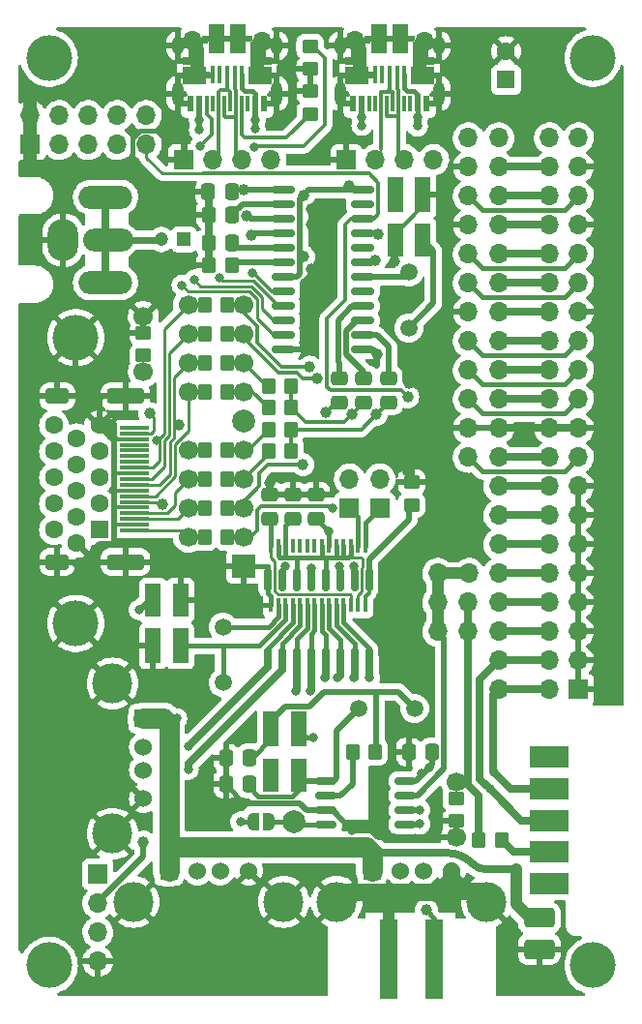
<source format=gtl>
G04 #@! TF.GenerationSoftware,KiCad,Pcbnew,6.0.11-2627ca5db0~126~ubuntu20.04.1*
G04 #@! TF.CreationDate,2023-10-28T22:46:29+05:00*
G04 #@! TF.ProjectId,33EJU23,3333454a-5532-4332-9e6b-696361645f70,rev?*
G04 #@! TF.SameCoordinates,Original*
G04 #@! TF.FileFunction,Copper,L1,Top*
G04 #@! TF.FilePolarity,Positive*
%FSLAX46Y46*%
G04 Gerber Fmt 4.6, Leading zero omitted, Abs format (unit mm)*
G04 Created by KiCad (PCBNEW 6.0.11-2627ca5db0~126~ubuntu20.04.1) date 2023-10-28 22:46:29*
%MOMM*%
%LPD*%
G01*
G04 APERTURE LIST*
G04 Aperture macros list*
%AMRoundRect*
0 Rectangle with rounded corners*
0 $1 Rounding radius*
0 $2 $3 $4 $5 $6 $7 $8 $9 X,Y pos of 4 corners*
0 Add a 4 corners polygon primitive as box body*
4,1,4,$2,$3,$4,$5,$6,$7,$8,$9,$2,$3,0*
0 Add four circle primitives for the rounded corners*
1,1,$1+$1,$2,$3*
1,1,$1+$1,$4,$5*
1,1,$1+$1,$6,$7*
1,1,$1+$1,$8,$9*
0 Add four rect primitives between the rounded corners*
20,1,$1+$1,$2,$3,$4,$5,0*
20,1,$1+$1,$4,$5,$6,$7,0*
20,1,$1+$1,$6,$7,$8,$9,0*
20,1,$1+$1,$8,$9,$2,$3,0*%
%AMOutline4P*
0 Free polygon, 4 corners , with rotation*
0 The origin of the aperture is its center*
0 number of corners: always 4*
0 $1 to $8 corner X, Y*
0 $9 Rotation angle, in degrees counterclockwise*
0 create outline with 4 corners*
4,1,4,$1,$2,$3,$4,$5,$6,$7,$8,$1,$2,$9*%
%AMFreePoly0*
4,1,22,0.500000,-0.750000,0.000000,-0.750000,0.000000,-0.745033,-0.079941,-0.743568,-0.215256,-0.701293,-0.333266,-0.622738,-0.424486,-0.514219,-0.481581,-0.384460,-0.499164,-0.250000,-0.500000,-0.250000,-0.500000,0.250000,-0.499164,0.250000,-0.499963,0.256109,-0.478152,0.396186,-0.417904,0.524511,-0.324060,0.630769,-0.204165,0.706417,-0.067858,0.745374,0.000000,0.744959,0.000000,0.750000,
0.500000,0.750000,0.500000,-0.750000,0.500000,-0.750000,$1*%
%AMFreePoly1*
4,1,20,0.000000,0.744959,0.073905,0.744508,0.209726,0.703889,0.328688,0.626782,0.421226,0.519385,0.479903,0.390333,0.500000,0.250000,0.500000,-0.250000,0.499851,-0.262216,0.476331,-0.402017,0.414519,-0.529596,0.319384,-0.634700,0.198574,-0.708877,0.061801,-0.746166,0.000000,-0.745033,0.000000,-0.750000,-0.500000,-0.750000,-0.500000,0.750000,0.000000,0.750000,0.000000,0.744959,
0.000000,0.744959,$1*%
G04 Aperture macros list end*
G04 #@! TA.AperFunction,SMDPad,CuDef*
%ADD10RoundRect,0.250000X0.350000X0.450000X-0.350000X0.450000X-0.350000X-0.450000X0.350000X-0.450000X0*%
G04 #@! TD*
G04 #@! TA.AperFunction,SMDPad,CuDef*
%ADD11RoundRect,0.250000X-0.350000X-0.450000X0.350000X-0.450000X0.350000X0.450000X-0.350000X0.450000X0*%
G04 #@! TD*
G04 #@! TA.AperFunction,ComponentPad*
%ADD12C,1.500000*%
G04 #@! TD*
G04 #@! TA.AperFunction,ComponentPad*
%ADD13C,1.700000*%
G04 #@! TD*
G04 #@! TA.AperFunction,ComponentPad*
%ADD14C,2.000000*%
G04 #@! TD*
G04 #@! TA.AperFunction,SMDPad,CuDef*
%ADD15RoundRect,0.250000X-0.475000X0.337500X-0.475000X-0.337500X0.475000X-0.337500X0.475000X0.337500X0*%
G04 #@! TD*
G04 #@! TA.AperFunction,ComponentPad*
%ADD16O,1.700000X1.700000*%
G04 #@! TD*
G04 #@! TA.AperFunction,SMDPad,CuDef*
%ADD17RoundRect,0.150000X0.837500X0.150000X-0.837500X0.150000X-0.837500X-0.150000X0.837500X-0.150000X0*%
G04 #@! TD*
G04 #@! TA.AperFunction,SMDPad,CuDef*
%ADD18R,0.600000X1.450000*%
G04 #@! TD*
G04 #@! TA.AperFunction,SMDPad,CuDef*
%ADD19R,0.400000X1.650000*%
G04 #@! TD*
G04 #@! TA.AperFunction,SMDPad,CuDef*
%ADD20R,0.300000X1.450000*%
G04 #@! TD*
G04 #@! TA.AperFunction,ComponentPad*
%ADD21O,1.000000X1.600000*%
G04 #@! TD*
G04 #@! TA.AperFunction,SMDPad,CuDef*
%ADD22R,0.380714X1.829960*%
G04 #@! TD*
G04 #@! TA.AperFunction,SMDPad,CuDef*
%ADD23R,1.430000X2.500000*%
G04 #@! TD*
G04 #@! TA.AperFunction,SMDPad,CuDef*
%ADD24R,1.825000X0.700000*%
G04 #@! TD*
G04 #@! TA.AperFunction,ComponentPad*
%ADD25O,1.100000X1.500000*%
G04 #@! TD*
G04 #@! TA.AperFunction,SMDPad,CuDef*
%ADD26R,0.382484X1.821706*%
G04 #@! TD*
G04 #@! TA.AperFunction,ComponentPad*
%ADD27O,1.000000X2.100000*%
G04 #@! TD*
G04 #@! TA.AperFunction,SMDPad,CuDef*
%ADD28R,2.000000X1.500000*%
G04 #@! TD*
G04 #@! TA.AperFunction,SMDPad,CuDef*
%ADD29Outline4P,-0.675000X-0.675000X0.675000X-0.675000X0.675000X0.675000X-0.675000X0.675000X0.000000*%
G04 #@! TD*
G04 #@! TA.AperFunction,SMDPad,CuDef*
%ADD30FreePoly0,180.000000*%
G04 #@! TD*
G04 #@! TA.AperFunction,SMDPad,CuDef*
%ADD31FreePoly1,180.000000*%
G04 #@! TD*
G04 #@! TA.AperFunction,ComponentPad*
%ADD32R,1.700000X1.700000*%
G04 #@! TD*
G04 #@! TA.AperFunction,SMDPad,CuDef*
%ADD33RoundRect,0.250000X0.450000X-0.350000X0.450000X0.350000X-0.450000X0.350000X-0.450000X-0.350000X0*%
G04 #@! TD*
G04 #@! TA.AperFunction,SMDPad,CuDef*
%ADD34R,2.600000X0.300000*%
G04 #@! TD*
G04 #@! TA.AperFunction,ComponentPad*
%ADD35RoundRect,0.350000X-1.300000X0.350000X-1.300000X-0.350000X1.300000X-0.350000X1.300000X0.350000X0*%
G04 #@! TD*
G04 #@! TA.AperFunction,ComponentPad*
%ADD36RoundRect,0.350000X-0.700000X0.350000X-0.700000X-0.350000X0.700000X-0.350000X0.700000X0.350000X0*%
G04 #@! TD*
G04 #@! TA.AperFunction,SMDPad,CuDef*
%ADD37RoundRect,0.250000X-0.450000X0.350000X-0.450000X-0.350000X0.450000X-0.350000X0.450000X0.350000X0*%
G04 #@! TD*
G04 #@! TA.AperFunction,ComponentPad*
%ADD38R,1.524000X1.524000*%
G04 #@! TD*
G04 #@! TA.AperFunction,ComponentPad*
%ADD39C,1.524000*%
G04 #@! TD*
G04 #@! TA.AperFunction,ComponentPad*
%ADD40C,3.500000*%
G04 #@! TD*
G04 #@! TA.AperFunction,ComponentPad*
%ADD41R,2.000000X2.000000*%
G04 #@! TD*
G04 #@! TA.AperFunction,SMDPad,CuDef*
%ADD42R,1.392000X3.048000*%
G04 #@! TD*
G04 #@! TA.AperFunction,SMDPad,CuDef*
%ADD43R,1.392000X2.921000*%
G04 #@! TD*
G04 #@! TA.AperFunction,ComponentPad*
%ADD44R,1.200000X1.200000*%
G04 #@! TD*
G04 #@! TA.AperFunction,ComponentPad*
%ADD45C,1.200000*%
G04 #@! TD*
G04 #@! TA.AperFunction,SMDPad,CuDef*
%ADD46RoundRect,0.250000X-0.337500X-0.475000X0.337500X-0.475000X0.337500X0.475000X-0.337500X0.475000X0*%
G04 #@! TD*
G04 #@! TA.AperFunction,SMDPad,CuDef*
%ADD47RoundRect,0.250000X0.475000X-0.337500X0.475000X0.337500X-0.475000X0.337500X-0.475000X-0.337500X0*%
G04 #@! TD*
G04 #@! TA.AperFunction,SMDPad,CuDef*
%ADD48RoundRect,0.150000X0.150000X-0.837500X0.150000X0.837500X-0.150000X0.837500X-0.150000X-0.837500X0*%
G04 #@! TD*
G04 #@! TA.AperFunction,ComponentPad*
%ADD49R,1.600000X1.600000*%
G04 #@! TD*
G04 #@! TA.AperFunction,ComponentPad*
%ADD50C,1.600000*%
G04 #@! TD*
G04 #@! TA.AperFunction,ComponentPad*
%ADD51O,4.700000X2.000000*%
G04 #@! TD*
G04 #@! TA.AperFunction,ComponentPad*
%ADD52O,4.400000X2.000000*%
G04 #@! TD*
G04 #@! TA.AperFunction,ComponentPad*
%ADD53O,2.700000X3.700000*%
G04 #@! TD*
G04 #@! TA.AperFunction,SMDPad,CuDef*
%ADD54RoundRect,0.150000X0.800000X0.150000X-0.800000X0.150000X-0.800000X-0.150000X0.800000X-0.150000X0*%
G04 #@! TD*
G04 #@! TA.AperFunction,SMDPad,CuDef*
%ADD55RoundRect,0.250000X0.337500X0.475000X-0.337500X0.475000X-0.337500X-0.475000X0.337500X-0.475000X0*%
G04 #@! TD*
G04 #@! TA.AperFunction,SMDPad,CuDef*
%ADD56R,3.480000X1.846667*%
G04 #@! TD*
G04 #@! TA.AperFunction,ComponentPad*
%ADD57C,4.000000*%
G04 #@! TD*
G04 #@! TA.AperFunction,SMDPad,CuDef*
%ADD58RoundRect,0.323962X-1.026038X0.534538X-1.026038X-0.534538X1.026038X-0.534538X1.026038X0.534538X0*%
G04 #@! TD*
G04 #@! TA.AperFunction,SMDPad,CuDef*
%ADD59R,0.400000X1.200000*%
G04 #@! TD*
G04 #@! TA.AperFunction,SMDPad,CuDef*
%ADD60R,1.600000X7.000000*%
G04 #@! TD*
G04 #@! TA.AperFunction,ViaPad*
%ADD61C,4.000000*%
G04 #@! TD*
G04 #@! TA.AperFunction,ViaPad*
%ADD62C,1.000000*%
G04 #@! TD*
G04 #@! TA.AperFunction,ViaPad*
%ADD63C,0.800000*%
G04 #@! TD*
G04 #@! TA.AperFunction,Conductor*
%ADD64C,0.254000*%
G04 #@! TD*
G04 #@! TA.AperFunction,Conductor*
%ADD65C,1.000000*%
G04 #@! TD*
G04 #@! TA.AperFunction,Conductor*
%ADD66C,0.400000*%
G04 #@! TD*
G04 #@! TA.AperFunction,Conductor*
%ADD67C,0.300000*%
G04 #@! TD*
G04 #@! TA.AperFunction,Conductor*
%ADD68C,0.500000*%
G04 #@! TD*
G04 #@! TA.AperFunction,Conductor*
%ADD69C,0.600000*%
G04 #@! TD*
G04 #@! TA.AperFunction,Conductor*
%ADD70C,0.700000*%
G04 #@! TD*
G04 #@! TA.AperFunction,Conductor*
%ADD71C,1.200000*%
G04 #@! TD*
G04 #@! TA.AperFunction,Conductor*
%ADD72C,1.500000*%
G04 #@! TD*
G04 #@! TA.AperFunction,Conductor*
%ADD73C,1.800000*%
G04 #@! TD*
G04 #@! TA.AperFunction,Conductor*
%ADD74C,0.635000*%
G04 #@! TD*
G04 #@! TA.AperFunction,Conductor*
%ADD75C,0.200000*%
G04 #@! TD*
G04 APERTURE END LIST*
D10*
X54213000Y-59817000D03*
X52213000Y-59817000D03*
D11*
X59579000Y-91821000D03*
X61579000Y-91821000D03*
D12*
X64516000Y-54737000D03*
X64516000Y-49857000D03*
D10*
X54213000Y-63627000D03*
X52213000Y-63627000D03*
D11*
X46625000Y-67945000D03*
D13*
X45212000Y-67945000D03*
D11*
X48625000Y-67945000D03*
D13*
X50038000Y-67945000D03*
D14*
X50046413Y-62888717D03*
D13*
X45212000Y-70485000D03*
D11*
X46625000Y-70485000D03*
X48625000Y-70485000D03*
D13*
X50038000Y-70485000D03*
D15*
X52324000Y-69320500D03*
X52324000Y-71395500D03*
D16*
X69723000Y-81280000D03*
X69723000Y-78740000D03*
D13*
X45212000Y-55245000D03*
D11*
X46625000Y-55245000D03*
X48625000Y-55245000D03*
D13*
X50038000Y-55245000D03*
D16*
X67056000Y-81280000D03*
X67056000Y-78740000D03*
X67056000Y-76200000D03*
X69806000Y-76200000D03*
D10*
X54213000Y-61722000D03*
X52213000Y-61722000D03*
D16*
X72390000Y-86360000D03*
X72390000Y-83820000D03*
X72390000Y-81280000D03*
X72390000Y-78740000D03*
X72390000Y-76200000D03*
X72390000Y-73660000D03*
X72390000Y-71120000D03*
X72390000Y-68580000D03*
X72390000Y-66040000D03*
X72390000Y-63500000D03*
X72390000Y-60960000D03*
X72390000Y-58420000D03*
X72390000Y-55880000D03*
X72390000Y-53340000D03*
X72390000Y-50800000D03*
X72390000Y-48260000D03*
X72390000Y-45720000D03*
X72390000Y-43180000D03*
X72390000Y-40640000D03*
X72390000Y-38100000D03*
D17*
X60485500Y-56642000D03*
X60485500Y-55372000D03*
X60485500Y-54102000D03*
X60485500Y-52832000D03*
X60485500Y-51562000D03*
X60485500Y-50292000D03*
X60485500Y-49022000D03*
X60485500Y-47752000D03*
X60485500Y-46482000D03*
X60485500Y-45212000D03*
X60485500Y-43942000D03*
X60485500Y-42672000D03*
X53560500Y-42672000D03*
X53560500Y-43942000D03*
X53560500Y-45212000D03*
X53560500Y-46482000D03*
X53560500Y-47752000D03*
X53560500Y-49022000D03*
X53560500Y-50292000D03*
X53560500Y-51562000D03*
X53560500Y-52832000D03*
X53560500Y-54102000D03*
X53560500Y-55372000D03*
X53560500Y-56642000D03*
D18*
X51835635Y-35129506D03*
D19*
X49908980Y-32537012D03*
D18*
X51060635Y-35129506D03*
D20*
X50360635Y-35129506D03*
X49860635Y-35129506D03*
D19*
X49258980Y-32537012D03*
D20*
X49360635Y-35129506D03*
X48860635Y-35129506D03*
D19*
X48608980Y-32537012D03*
D20*
X48360635Y-35129506D03*
X47860635Y-35129506D03*
X47360635Y-35129506D03*
X46860635Y-35129506D03*
D18*
X46160635Y-35129506D03*
X45385635Y-35129506D03*
D19*
X47308980Y-32537012D03*
D21*
X52930635Y-30034506D03*
D22*
X50823219Y-30571992D03*
D16*
X51631980Y-29657012D03*
D23*
X49568980Y-29387012D03*
D24*
X45608980Y-31337012D03*
D25*
X51028980Y-32657012D03*
D26*
X46350311Y-30543394D03*
D27*
X52930635Y-34214506D03*
D23*
X47648980Y-29387012D03*
D28*
X45708980Y-32657012D03*
D24*
X51558980Y-31337012D03*
D28*
X51458980Y-32637012D03*
D29*
X45858980Y-30899012D03*
D21*
X44290635Y-30034506D03*
D25*
X46188980Y-32657012D03*
D29*
X51338980Y-30899012D03*
D16*
X45535980Y-29629012D03*
D27*
X44290635Y-34214506D03*
D19*
X47958980Y-32537012D03*
D30*
X52212000Y-97917000D03*
D31*
X50912000Y-97917000D03*
D32*
X37284483Y-102508257D03*
D16*
X37284483Y-105048257D03*
X37284483Y-107588257D03*
X37284483Y-110128257D03*
D32*
X61976000Y-70485000D03*
D16*
X61976000Y-67945000D03*
D33*
X55870000Y-32084506D03*
X55870000Y-30084506D03*
D32*
X79375000Y-86355000D03*
D16*
X76835000Y-86355000D03*
X79375000Y-83815000D03*
X76835000Y-83815000D03*
X79375000Y-81275000D03*
X76835000Y-81275000D03*
X79375000Y-78735000D03*
X76835000Y-78735000D03*
X79375000Y-76195000D03*
X76835000Y-76195000D03*
X79375000Y-73655000D03*
X76835000Y-73655000D03*
X79375000Y-71115000D03*
X76835000Y-71115000D03*
X79375000Y-68575000D03*
X76835000Y-68575000D03*
X79375000Y-66035000D03*
X76835000Y-66035000D03*
X79375000Y-63495000D03*
X76835000Y-63495000D03*
X79375000Y-60955000D03*
X76835000Y-60955000D03*
X79375000Y-58415000D03*
X76835000Y-58415000D03*
X79375000Y-55875000D03*
X76835000Y-55875000D03*
X79375000Y-53335000D03*
X76835000Y-53335000D03*
X79375000Y-50795000D03*
X76835000Y-50795000D03*
X79375000Y-48255000D03*
X76835000Y-48255000D03*
X79375000Y-45715000D03*
X76835000Y-45715000D03*
X79375000Y-43175000D03*
X76835000Y-43175000D03*
X79375000Y-40635000D03*
X76835000Y-40635000D03*
X79375000Y-38095000D03*
X76835000Y-38095000D03*
D34*
X40455000Y-72445000D03*
X40455000Y-71945000D03*
X40455000Y-71445000D03*
X40455000Y-70945000D03*
X40455000Y-70445000D03*
X40455000Y-69945000D03*
X40455000Y-69445000D03*
X40455000Y-68945000D03*
X40455000Y-68445000D03*
X40455000Y-67945000D03*
X40455000Y-67445000D03*
X40455000Y-66945000D03*
X40455000Y-66445000D03*
X40455000Y-65945000D03*
X40455000Y-65445000D03*
X40455000Y-64945000D03*
X40455000Y-64445000D03*
X40455000Y-63945000D03*
X40455000Y-63445000D03*
D35*
X39695000Y-60695000D03*
D36*
X33735000Y-60695000D03*
X33735000Y-75195000D03*
D35*
X39695000Y-75195000D03*
D10*
X49006000Y-49276000D03*
X47006000Y-49276000D03*
D37*
X68664381Y-95867757D03*
D13*
X68664381Y-94454757D03*
D37*
X68664381Y-97867757D03*
D13*
X68664381Y-99280757D03*
D38*
X41275000Y-88900000D03*
D39*
X41275000Y-91400000D03*
X41275000Y-93400000D03*
X41275000Y-95900000D03*
D40*
X38565000Y-98970000D03*
X38565000Y-85830000D03*
D41*
X50066639Y-75569345D03*
D13*
X45212000Y-52705000D03*
D11*
X46625000Y-52705000D03*
D13*
X50038000Y-52705000D03*
D11*
X48625000Y-52705000D03*
X70628000Y-99568000D03*
X72628000Y-99568000D03*
D38*
X61270000Y-102222500D03*
D39*
X63770000Y-102222500D03*
X65770000Y-102222500D03*
X68270000Y-102222500D03*
D40*
X71340000Y-104932500D03*
X58200000Y-104932500D03*
D42*
X44511000Y-82550000D03*
D43*
X44511000Y-78549500D03*
X42103000Y-78549500D03*
D42*
X42103000Y-82550000D03*
D18*
X66064600Y-35127000D03*
X65289600Y-35127000D03*
D19*
X64137945Y-32534506D03*
D20*
X64589600Y-35127000D03*
X64089600Y-35127000D03*
D19*
X63487945Y-32534506D03*
D20*
X63589600Y-35127000D03*
D19*
X62837945Y-32534506D03*
D20*
X63089600Y-35127000D03*
X62589600Y-35127000D03*
X62089600Y-35127000D03*
X61589600Y-35127000D03*
X61089600Y-35127000D03*
D18*
X60389600Y-35127000D03*
D19*
X61537945Y-32534506D03*
D18*
X59614600Y-35127000D03*
D24*
X65787945Y-31334506D03*
D28*
X59937945Y-32654506D03*
D22*
X65052184Y-30569486D03*
D21*
X67159600Y-30032000D03*
D26*
X60579276Y-30540888D03*
D23*
X61877945Y-29384506D03*
D28*
X65687945Y-32634506D03*
D16*
X65860945Y-29654506D03*
D29*
X60087945Y-30896506D03*
D24*
X59837945Y-31334506D03*
D25*
X65257945Y-32654506D03*
D29*
X65567945Y-30896506D03*
D21*
X58519600Y-30032000D03*
D16*
X59764945Y-29626506D03*
D27*
X58519600Y-34212000D03*
X67159600Y-34212000D03*
D25*
X60417945Y-32654506D03*
D23*
X63797945Y-29384506D03*
D19*
X62187945Y-32534506D03*
D44*
X44838400Y-46990000D03*
D45*
X42838400Y-46990000D03*
D32*
X31369000Y-38684200D03*
D16*
X31369000Y-36144200D03*
X33909000Y-38684200D03*
X33909000Y-36144200D03*
X36449000Y-38684200D03*
X36449000Y-36144200D03*
X38989000Y-38684200D03*
X38989000Y-36144200D03*
X41529000Y-38684200D03*
X41529000Y-36144200D03*
D32*
X59309000Y-70485000D03*
D16*
X59309000Y-67945000D03*
D46*
X48492500Y-94615000D03*
X50567500Y-94615000D03*
D47*
X60579000Y-61235500D03*
X60579000Y-59160500D03*
D46*
X64494500Y-91821000D03*
X66569500Y-91821000D03*
D48*
X52133500Y-83666500D03*
X53403500Y-83666500D03*
X54673500Y-83666500D03*
X55943500Y-83666500D03*
X57213500Y-83666500D03*
X58483500Y-83666500D03*
X59753500Y-83666500D03*
X61023500Y-83666500D03*
X61023500Y-76741500D03*
X59753500Y-76741500D03*
X58483500Y-76741500D03*
X57213500Y-76741500D03*
X55943500Y-76741500D03*
X54673500Y-76741500D03*
X53403500Y-76741500D03*
X52133500Y-76741500D03*
D12*
X65024000Y-88011000D03*
X60144000Y-88011000D03*
D33*
X41275000Y-57150000D03*
D13*
X41275000Y-58563000D03*
D33*
X41275000Y-55150000D03*
D13*
X41275000Y-53737000D03*
D12*
X48260000Y-85762000D03*
X48260000Y-80882000D03*
D47*
X62738000Y-61235500D03*
X62738000Y-59160500D03*
D49*
X73025000Y-33020000D03*
D50*
X73025000Y-30520000D03*
D51*
X37955019Y-50786245D03*
D52*
X38155019Y-47036245D03*
D51*
X37955019Y-43286245D03*
D53*
X34255019Y-47036245D03*
D54*
X64206000Y-98171000D03*
X64206000Y-96901000D03*
X64206000Y-95631000D03*
X64206000Y-94361000D03*
X57206000Y-94361000D03*
X57206000Y-95631000D03*
X57206000Y-96901000D03*
X57206000Y-98171000D03*
D55*
X49067518Y-47300335D03*
X46992518Y-47300335D03*
D32*
X44810635Y-40005000D03*
D16*
X47350635Y-40005000D03*
X49890635Y-40005000D03*
X52430635Y-40005000D03*
D14*
X54483000Y-97917000D03*
D46*
X48492500Y-92329000D03*
X50567500Y-92329000D03*
D33*
X64770000Y-70215000D03*
X64770000Y-68215000D03*
D56*
X76806700Y-103355400D03*
X76806700Y-100585400D03*
X76806700Y-97815400D03*
X76806700Y-95045400D03*
X76806700Y-92275400D03*
D13*
X45212000Y-60325000D03*
D11*
X46625000Y-60325000D03*
D13*
X50038000Y-60325000D03*
D11*
X48625000Y-60325000D03*
D32*
X59065000Y-40005000D03*
D16*
X61605000Y-40005000D03*
X64145000Y-40005000D03*
X66685000Y-40005000D03*
D57*
X35350331Y-80575000D03*
X35350331Y-55575000D03*
D49*
X37400331Y-72390000D03*
D50*
X37400331Y-70100000D03*
X37400331Y-67810000D03*
X37400331Y-65520000D03*
X37400331Y-63230000D03*
X35420331Y-73535000D03*
X35420331Y-71245000D03*
X35420331Y-68955000D03*
X35420331Y-66665000D03*
X35420331Y-64375000D03*
X33440331Y-72390000D03*
X33440331Y-70100000D03*
X33440331Y-67810000D03*
X33440331Y-65520000D03*
X33440331Y-63230000D03*
D38*
X43490000Y-102222500D03*
D39*
X45990000Y-102222500D03*
X47990000Y-102222500D03*
X50490000Y-102222500D03*
D40*
X40420000Y-104932500D03*
X53560000Y-104932500D03*
D15*
X56388000Y-69320500D03*
X56388000Y-71395500D03*
D10*
X54229000Y-65532000D03*
X52229000Y-65532000D03*
D55*
X49027292Y-42837092D03*
X46952292Y-42837092D03*
D47*
X58420000Y-61235500D03*
X58420000Y-59160500D03*
D16*
X69723000Y-66040000D03*
X69723000Y-63500000D03*
X69723000Y-60960000D03*
X69723000Y-58420000D03*
X69723000Y-55880000D03*
X69723000Y-53340000D03*
X69723000Y-50800000D03*
X69723000Y-48260000D03*
X69723000Y-45720000D03*
X69723000Y-43180000D03*
X69723000Y-40640000D03*
X69723000Y-38100000D03*
D55*
X49043500Y-44831000D03*
X46968500Y-44831000D03*
D42*
X63312000Y-43053000D03*
D43*
X63312000Y-47053500D03*
X65720000Y-47053500D03*
D42*
X65720000Y-43053000D03*
D15*
X54356000Y-69320500D03*
X54356000Y-71395500D03*
D37*
X55880000Y-34000000D03*
X55880000Y-36000000D03*
D13*
X45212000Y-57785000D03*
D11*
X46625000Y-57785000D03*
D13*
X50038000Y-57785000D03*
D11*
X48625000Y-57785000D03*
D13*
X45212000Y-65405000D03*
D11*
X46625000Y-65405000D03*
D13*
X50038000Y-65405000D03*
D11*
X48625000Y-65405000D03*
D58*
X75946000Y-106329500D03*
X75946000Y-109062500D03*
D59*
X52451000Y-78994000D03*
X53086000Y-78994000D03*
X53721000Y-78994000D03*
X54356000Y-78994000D03*
X54991000Y-78994000D03*
X55626000Y-78994000D03*
X56261000Y-78994000D03*
X56896000Y-78994000D03*
X57531000Y-78994000D03*
X58166000Y-78994000D03*
X58801000Y-78994000D03*
X59436000Y-78994000D03*
X60071000Y-78994000D03*
X60706000Y-78994000D03*
X60706000Y-73794000D03*
X60071000Y-73794000D03*
X59436000Y-73794000D03*
X58801000Y-73794000D03*
X58166000Y-73794000D03*
X57531000Y-73794000D03*
X56896000Y-73794000D03*
X56261000Y-73794000D03*
X55626000Y-73794000D03*
X54991000Y-73794000D03*
X54356000Y-73794000D03*
X53721000Y-73794000D03*
X53086000Y-73794000D03*
X52451000Y-73794000D03*
D13*
X45212000Y-73025000D03*
D11*
X46625000Y-73025000D03*
D13*
X50038000Y-73025000D03*
D11*
X48625000Y-73025000D03*
D42*
X52451000Y-89822667D03*
D43*
X52451000Y-93823167D03*
X54859000Y-93823167D03*
D42*
X54859000Y-89822667D03*
D60*
X66764318Y-109982000D03*
X62764318Y-109982000D03*
D61*
X33020000Y-110490000D03*
X33020000Y-31115000D03*
X80645000Y-110490000D03*
X80645000Y-31115000D03*
D62*
X61735246Y-57009754D03*
D63*
X61849000Y-93472000D03*
D62*
X63271296Y-48876767D03*
X55774425Y-54869553D03*
D63*
X59563000Y-98647500D03*
X52451000Y-94234000D03*
D62*
X66040000Y-65659000D03*
X64389000Y-67183000D03*
X56007000Y-44323000D03*
X64516000Y-58547000D03*
X45186600Y-42799000D03*
D63*
X50075794Y-96303794D03*
X53725437Y-75602500D03*
D62*
X64516000Y-59563000D03*
X65151000Y-66421000D03*
X52324000Y-68326000D03*
X55997391Y-49609981D03*
D63*
X56134000Y-90551000D03*
D62*
X55947500Y-45720000D03*
X42897723Y-70118500D03*
X44349507Y-63246000D03*
D63*
X42400680Y-64525153D03*
X51060635Y-37331365D03*
X51060635Y-36569365D03*
X55943500Y-75755500D03*
X46160635Y-37405365D03*
X46160635Y-36516365D03*
X60389600Y-37021600D03*
X65309505Y-36242244D03*
X44196000Y-88900000D03*
D62*
X41846500Y-62230000D03*
X73914000Y-102108000D03*
D63*
X60389600Y-36257400D03*
X57531000Y-72538500D03*
X42672000Y-88900000D03*
X65278000Y-37084000D03*
X43434000Y-88900000D03*
D62*
X55823931Y-58153849D03*
X56495275Y-59147882D03*
X55245000Y-66675000D03*
D63*
X57859498Y-70485000D03*
X71939500Y-93599000D03*
X65481551Y-96901000D03*
X71616838Y-95065538D03*
X65479622Y-98118622D03*
D62*
X66040000Y-105664000D03*
D63*
X66294000Y-93218000D03*
X65659000Y-93726000D03*
X50999640Y-38866612D03*
X46228000Y-38862000D03*
D62*
X61669250Y-62304250D03*
D63*
X40894000Y-79375000D03*
X45212000Y-91313000D03*
X45212000Y-93345000D03*
X54610000Y-86487000D03*
D62*
X41275000Y-99695000D03*
D63*
X55880000Y-86487000D03*
X57150000Y-85344000D03*
X58293000Y-85344000D03*
X59690000Y-85344000D03*
X61087000Y-85344000D03*
X59691871Y-75529500D03*
X58420000Y-75602500D03*
X49784000Y-97917000D03*
D62*
X59573750Y-62240750D03*
X57277000Y-62103000D03*
X61849258Y-46516323D03*
D63*
X50038000Y-42672000D03*
D62*
X50038000Y-42672000D03*
X63240391Y-43124609D03*
X61591046Y-48776972D03*
X64418854Y-60758562D03*
X50330500Y-44916567D03*
X50698400Y-46583600D03*
D63*
X50825400Y-49893500D03*
X47944976Y-50338176D03*
X45720000Y-50520600D03*
X44653200Y-50977800D03*
D62*
X55308500Y-43116500D03*
X55295703Y-48506376D03*
X59299695Y-42273832D03*
D64*
X44632000Y-72445000D02*
X45212000Y-73025000D01*
X40455000Y-72445000D02*
X44632000Y-72445000D01*
D65*
X37400331Y-63230000D02*
X38432437Y-63230000D01*
D66*
X52451000Y-93823167D02*
X52451000Y-94234000D01*
D67*
X38715000Y-70445000D02*
X38705000Y-70455000D01*
D68*
X38705000Y-71785000D02*
X38705000Y-73630000D01*
X57816500Y-96901000D02*
X59563000Y-98647500D01*
D69*
X44810635Y-40005000D02*
X44810635Y-37825635D01*
D70*
X47006000Y-42824400D02*
X46968500Y-42861900D01*
X46968500Y-49238500D02*
X47006000Y-49276000D01*
D67*
X40455000Y-67445000D02*
X38810000Y-67445000D01*
D68*
X55244972Y-50799998D02*
X55245002Y-50799998D01*
X36565000Y-74560000D02*
X36565000Y-75195000D01*
X38531701Y-63230000D02*
X38705000Y-63403299D01*
X38705000Y-69185000D02*
X38705000Y-70455000D01*
D67*
X40455000Y-68945000D02*
X38945000Y-68945000D01*
D68*
X57206000Y-96901000D02*
X55517610Y-96901000D01*
D71*
X31369000Y-36144200D02*
X31369000Y-38684200D01*
D68*
X36565000Y-60695000D02*
X33735000Y-60695000D01*
D66*
X44810635Y-37825635D02*
X44419200Y-37434200D01*
D68*
X36565000Y-59425000D02*
X36565000Y-60695000D01*
X35350331Y-75495331D02*
X35420331Y-75425331D01*
X55245000Y-55245000D02*
X55245000Y-56515000D01*
X38705000Y-67340000D02*
X38705000Y-69185000D01*
X37730000Y-60695000D02*
X36565000Y-60695000D01*
X54950277Y-96333667D02*
X50105667Y-96333667D01*
X38705000Y-63403299D02*
X38705000Y-64165000D01*
X55620447Y-54869553D02*
X55774425Y-54869553D01*
X37400331Y-63230000D02*
X37400331Y-61024669D01*
X35420331Y-75425331D02*
X35650662Y-75195000D01*
X55118000Y-56642000D02*
X53560500Y-56642000D01*
D66*
X52133500Y-76741500D02*
X52133500Y-75569345D01*
D72*
X67885500Y-104072500D02*
X67945000Y-104013000D01*
D68*
X60485500Y-56642000D02*
X61421874Y-56642000D01*
D67*
X40455000Y-64445000D02*
X38985000Y-64445000D01*
D68*
X67331500Y-99314000D02*
X68664381Y-99314000D01*
X37200000Y-75195000D02*
X33735000Y-75195000D01*
D70*
X72390000Y-63500000D02*
X77597000Y-63500000D01*
D66*
X52451000Y-78232000D02*
X52133500Y-77914500D01*
X48492500Y-94720500D02*
X50075794Y-96303794D01*
X55587333Y-90551000D02*
X54859000Y-89822667D01*
D72*
X58200000Y-104932500D02*
X59060000Y-104072500D01*
X67945000Y-104013000D02*
X70420500Y-104013000D01*
D66*
X41011233Y-37434200D02*
X40279000Y-38166433D01*
D68*
X55245000Y-50800026D02*
X55245000Y-55245000D01*
X55245000Y-56515000D02*
X55118000Y-56642000D01*
X63271296Y-48876767D02*
X63271296Y-47094204D01*
D72*
X67885500Y-104072500D02*
X68270000Y-103688000D01*
D71*
X31369000Y-38684200D02*
X31369000Y-40513000D01*
D72*
X70420500Y-104013000D02*
X71340000Y-104932500D01*
D64*
X53403500Y-76741500D02*
X53403500Y-75924437D01*
D72*
X68270000Y-103688000D02*
X68270000Y-102222500D01*
D68*
X63271296Y-47094204D02*
X63312000Y-47053500D01*
X38675000Y-73660000D02*
X37465000Y-73660000D01*
D72*
X59060000Y-104072500D02*
X61908500Y-104072500D01*
D64*
X53403500Y-75924437D02*
X53725437Y-75602500D01*
D68*
X36565000Y-75195000D02*
X37200000Y-75195000D01*
D66*
X40279000Y-38166433D02*
X40279000Y-40914000D01*
D68*
X37400331Y-63230000D02*
X38531701Y-63230000D01*
X38705000Y-64165000D02*
X38705000Y-67340000D01*
D70*
X46968500Y-42861900D02*
X46968500Y-49238500D01*
D68*
X37465000Y-73660000D02*
X36565000Y-74560000D01*
X55245002Y-50799998D02*
X55997391Y-50047609D01*
D67*
X40455000Y-71945000D02*
X38865000Y-71945000D01*
D68*
X35350331Y-58210331D02*
X36565000Y-59425000D01*
X61186688Y-98647500D02*
X59563000Y-98647500D01*
D66*
X48492500Y-92329000D02*
X48492500Y-94615000D01*
D68*
X67331500Y-99314000D02*
X61853188Y-99314000D01*
D67*
X38865000Y-71945000D02*
X38705000Y-71785000D01*
D68*
X50105667Y-96333667D02*
X50075794Y-96303794D01*
X37400331Y-61024669D02*
X37730000Y-60695000D01*
D66*
X40279000Y-40914000D02*
X42164000Y-42799000D01*
D72*
X61908500Y-104072500D02*
X67885500Y-104072500D01*
D65*
X38455000Y-63252563D02*
X38455000Y-63635050D01*
D67*
X38985000Y-64445000D02*
X38705000Y-64165000D01*
D68*
X38705000Y-73630000D02*
X38675000Y-73660000D01*
X55997391Y-50047609D02*
X55997391Y-49609981D01*
D66*
X52451000Y-78994000D02*
X52451000Y-78232000D01*
D65*
X37400331Y-63230000D02*
X37830000Y-63230000D01*
X37830000Y-63230000D02*
X38100000Y-63500000D01*
D68*
X55245000Y-55245000D02*
X55620447Y-54869553D01*
D70*
X77602000Y-63495000D02*
X79375000Y-63495000D01*
D67*
X63312000Y-47053500D02*
X63312000Y-46543000D01*
D66*
X44419200Y-37434200D02*
X41011233Y-37434200D01*
D67*
X38945000Y-68945000D02*
X38705000Y-69185000D01*
D68*
X55244972Y-50799998D02*
X55245000Y-50800026D01*
X68664381Y-99314000D02*
X68664381Y-99280757D01*
X38705000Y-70455000D02*
X38705000Y-71785000D01*
D70*
X77597000Y-63500000D02*
X77602000Y-63495000D01*
D66*
X52133500Y-77914500D02*
X52133500Y-76741500D01*
D70*
X46968500Y-42786900D02*
X47006000Y-42824400D01*
D68*
X37200000Y-75195000D02*
X39695000Y-75195000D01*
D66*
X52133500Y-75569345D02*
X50066639Y-75569345D01*
D68*
X35650662Y-75195000D02*
X36565000Y-75195000D01*
X61421874Y-56642000D02*
X61789628Y-57009754D01*
D65*
X62738000Y-109909427D02*
X62738000Y-104388318D01*
D68*
X35350331Y-55575000D02*
X35350331Y-58210331D01*
D67*
X40455000Y-70445000D02*
X38715000Y-70445000D01*
D66*
X48492500Y-94615000D02*
X48492500Y-94720500D01*
D68*
X61853188Y-99314000D02*
X61186688Y-98647500D01*
D67*
X63312000Y-46543000D02*
X65405000Y-44450000D01*
D65*
X38432437Y-63230000D02*
X38455000Y-63252563D01*
D67*
X38810000Y-67445000D02*
X38705000Y-67340000D01*
D66*
X56134000Y-90551000D02*
X55587333Y-90551000D01*
D68*
X55517610Y-96901000D02*
X54950277Y-96333667D01*
D71*
X31369000Y-36144200D02*
X31369000Y-34417000D01*
D68*
X39695000Y-60695000D02*
X37730000Y-60695000D01*
D66*
X42164000Y-42799000D02*
X45186600Y-42799000D01*
D68*
X57206000Y-96901000D02*
X57816500Y-96901000D01*
D65*
X62224318Y-104388318D02*
X61908500Y-104072500D01*
D64*
X40455000Y-71445000D02*
X44252000Y-71445000D01*
X44252000Y-71445000D02*
X45212000Y-70485000D01*
X44035000Y-69122000D02*
X45212000Y-67945000D01*
X43355000Y-70945000D02*
X44035000Y-70265000D01*
X44035000Y-70265000D02*
X44035000Y-69122000D01*
X40455000Y-70945000D02*
X43355000Y-70945000D01*
X42637606Y-70118500D02*
X42897723Y-70118500D01*
X40455000Y-69945000D02*
X42464106Y-69945000D01*
X42464106Y-69945000D02*
X42637606Y-70118500D01*
X45212000Y-63754000D02*
X45212000Y-60325000D01*
X44724470Y-64228000D02*
X44738000Y-64228000D01*
X44738000Y-64228000D02*
X45212000Y-63754000D01*
X40455000Y-69445000D02*
X42322053Y-69445000D01*
X44035000Y-64917470D02*
X44724470Y-64228000D01*
X42322053Y-69445000D02*
X44035000Y-67732053D01*
X44035000Y-67732053D02*
X44035000Y-64917470D01*
X44041909Y-63402895D02*
X44400202Y-63402895D01*
X43977007Y-59019993D02*
X45212000Y-57785000D01*
X43977007Y-63337993D02*
X44041909Y-63402895D01*
X40455000Y-68445000D02*
X42680000Y-68445000D01*
X43977007Y-64333410D02*
X43977007Y-63337993D01*
X43581000Y-64729417D02*
X43977007Y-64333410D01*
X43977007Y-63337993D02*
X43977007Y-59019993D01*
X42680000Y-68445000D02*
X43581000Y-67544000D01*
X43581000Y-67544000D02*
X43581000Y-64729417D01*
X43523007Y-56933993D02*
X45212000Y-55245000D01*
X43127000Y-66827000D02*
X43127000Y-64541365D01*
X42009000Y-67945000D02*
X43127000Y-66827000D01*
X43127000Y-64541365D02*
X43523007Y-64145358D01*
X43523007Y-64145358D02*
X43523007Y-56933993D01*
X40455000Y-67945000D02*
X42009000Y-67945000D01*
X40455000Y-66945000D02*
X42059000Y-66945000D01*
X42501160Y-64525153D02*
X42400680Y-64525153D01*
X43069007Y-63957306D02*
X43069007Y-60960000D01*
X42673000Y-64353313D02*
X42501160Y-64525153D01*
X42673000Y-64642000D02*
X42673000Y-64353313D01*
X42059000Y-66945000D02*
X42673000Y-66331000D01*
X42673000Y-66331000D02*
X42673000Y-64642000D01*
X43069007Y-63957306D02*
X43069007Y-54847993D01*
X43069007Y-54847993D02*
X45212000Y-52705000D01*
X42673000Y-64353313D02*
X43069007Y-63957306D01*
D68*
X60389600Y-36257400D02*
X60389600Y-37021600D01*
D66*
X57531000Y-72538500D02*
X56388000Y-71395500D01*
X65289600Y-35127000D02*
X65289600Y-36222339D01*
X64287439Y-33909000D02*
X64287439Y-33934439D01*
D64*
X41926039Y-63945000D02*
X42196748Y-63674291D01*
D68*
X51060635Y-36569365D02*
X51060635Y-37331365D01*
D66*
X51060635Y-34269813D02*
X51060635Y-35129506D01*
D73*
X43490000Y-89337000D02*
X43490000Y-100147000D01*
D70*
X61270000Y-100640000D02*
X67786355Y-100640000D01*
D66*
X64137945Y-32534506D02*
X64137945Y-33759506D01*
D68*
X51060635Y-35129506D02*
X51060635Y-36569365D01*
D66*
X49908980Y-33762012D02*
X50151474Y-34004506D01*
D73*
X41275000Y-88900000D02*
X42672000Y-88900000D01*
X43490000Y-100147000D02*
X43490000Y-102222500D01*
D64*
X42196748Y-62580248D02*
X41846500Y-62230000D01*
D66*
X57531000Y-73794000D02*
X57531000Y-72538500D01*
X50151474Y-34004506D02*
X50795328Y-34004506D01*
X65289600Y-34301600D02*
X65289600Y-35127000D01*
D68*
X46160635Y-36516365D02*
X46160635Y-37405365D01*
D73*
X61270000Y-100640000D02*
X61270000Y-102222500D01*
D70*
X65309505Y-36242244D02*
X65309505Y-37052495D01*
D66*
X64137945Y-33759506D02*
X64287439Y-33909000D01*
D65*
X73914000Y-102108000D02*
X73914000Y-105156000D01*
D64*
X40455000Y-63945000D02*
X41926039Y-63945000D01*
D66*
X64287439Y-33934439D02*
X64355000Y-34002000D01*
D73*
X43490000Y-100147000D02*
X60777000Y-100147000D01*
D68*
X46160635Y-35129506D02*
X46160635Y-36516365D01*
D64*
X40455000Y-63945000D02*
X40478000Y-63968000D01*
D68*
X60389600Y-35127000D02*
X60389600Y-36257400D01*
D70*
X71330420Y-102108000D02*
X73914000Y-102108000D01*
D66*
X64355000Y-34002000D02*
X64990000Y-34002000D01*
D64*
X42196748Y-63674291D02*
X42196748Y-62580248D01*
D66*
X49908980Y-32537012D02*
X49908980Y-33762012D01*
X55943500Y-75755500D02*
X55943500Y-76741500D01*
X50795328Y-34004506D02*
X51060635Y-34269813D01*
D65*
X73914000Y-105156000D02*
X75087500Y-106329500D01*
D66*
X64990000Y-34002000D02*
X65289600Y-34301600D01*
D65*
X75087500Y-106329500D02*
X75946000Y-106329500D01*
D73*
X43053000Y-88900000D02*
X43490000Y-89337000D01*
D64*
X41910000Y-62230000D02*
X41846500Y-62230000D01*
D73*
X42672000Y-88900000D02*
X43053000Y-88900000D01*
D66*
X65289600Y-36222339D02*
X65309505Y-36242244D01*
D70*
X65309505Y-37052495D02*
X65278000Y-37084000D01*
D73*
X60777000Y-100147000D02*
X61270000Y-100640000D01*
D70*
X70104013Y-101599987D02*
G75*
G03*
X67786355Y-100640000I-2317613J-2317613D01*
G01*
X71330420Y-102107991D02*
G75*
G02*
X70104000Y-101600000I-20J1734391D01*
G01*
D67*
X50038000Y-53379580D02*
X50038000Y-52705000D01*
D74*
X50038000Y-52705000D02*
X50038000Y-52252000D01*
D67*
X51238000Y-56014107D02*
X51238000Y-54579580D01*
X55823931Y-58153849D02*
X53377742Y-58153849D01*
X53377742Y-58153849D02*
X51238000Y-56014107D01*
X51238000Y-54579580D02*
X50038000Y-53379580D01*
X50038000Y-55626000D02*
X50038000Y-55245000D01*
X55192410Y-59147882D02*
X54698377Y-58653849D01*
D74*
X50038000Y-55245000D02*
X50038000Y-54792000D01*
D67*
X56495275Y-59147882D02*
X55192410Y-59147882D01*
X53065849Y-58653849D02*
X50038000Y-55626000D01*
X54698377Y-58653849D02*
X53065849Y-58653849D01*
X50038000Y-57785000D02*
X52070000Y-59817000D01*
D74*
X50038000Y-57785000D02*
X50038000Y-57332000D01*
D67*
X52070000Y-59817000D02*
X52213000Y-59817000D01*
X50816000Y-60325000D02*
X52213000Y-61722000D01*
X50038000Y-60325000D02*
X50816000Y-60325000D01*
D74*
X50038000Y-60325000D02*
X50038000Y-59872000D01*
X50038000Y-65405000D02*
X50165000Y-65405000D01*
D67*
X50435000Y-65405000D02*
X52213000Y-63627000D01*
X50165000Y-65405000D02*
X50435000Y-65405000D01*
X50038000Y-67945000D02*
X52229000Y-65754000D01*
D74*
X50038000Y-67945000D02*
X50038000Y-67492000D01*
D67*
X52229000Y-65754000D02*
X52229000Y-65532000D01*
D74*
X50038000Y-70485000D02*
X50038000Y-70032000D01*
D67*
X52197000Y-66675000D02*
X51435000Y-67437000D01*
X50038000Y-69945472D02*
X50038000Y-70485000D01*
X51435000Y-68548472D02*
X50038000Y-69945472D01*
X51435000Y-67437000D02*
X51435000Y-68548472D01*
X55245000Y-66675000D02*
X52197000Y-66675000D01*
X50673000Y-73025000D02*
X50038000Y-73025000D01*
X57732498Y-70358000D02*
X51535000Y-70358000D01*
D74*
X50038000Y-73025000D02*
X50038000Y-72572000D01*
D67*
X51249000Y-72449000D02*
X50673000Y-73025000D01*
X51535000Y-70358000D02*
X51249000Y-70644000D01*
X51249000Y-70644000D02*
X51249000Y-72449000D01*
X57859498Y-70485000D02*
X57732498Y-70358000D01*
D70*
X72390000Y-48260000D02*
X76830000Y-48260000D01*
X76830000Y-48260000D02*
X76835000Y-48255000D01*
X76830000Y-50800000D02*
X76835000Y-50795000D01*
X72390000Y-50800000D02*
X76830000Y-50800000D01*
X73385900Y-95045400D02*
X76806700Y-95045400D01*
X72395000Y-86355000D02*
X72390000Y-86360000D01*
X71939500Y-93599000D02*
X71890000Y-93549500D01*
X71890000Y-93549500D02*
X71890000Y-86860000D01*
D66*
X65481551Y-96901000D02*
X65481551Y-96910051D01*
D70*
X71890000Y-86860000D02*
X72390000Y-86360000D01*
X71939500Y-93599000D02*
X73385900Y-95045400D01*
D68*
X65481551Y-96901000D02*
X64206000Y-96901000D01*
D70*
X76835000Y-86355000D02*
X72395000Y-86355000D01*
D66*
X66764318Y-106388318D02*
X66764318Y-110369427D01*
D68*
X65479622Y-98118622D02*
X65427244Y-98171000D01*
D70*
X70739000Y-85471000D02*
X72390000Y-83820000D01*
X71616838Y-95065538D02*
X74366700Y-97815400D01*
X74366700Y-97815400D02*
X76806700Y-97815400D01*
D66*
X66040000Y-105664000D02*
X66764318Y-106388318D01*
D70*
X70739000Y-94187700D02*
X70739000Y-85471000D01*
X71616838Y-95065538D02*
X70739000Y-94187700D01*
X72395000Y-83815000D02*
X72390000Y-83820000D01*
X76835000Y-83815000D02*
X72395000Y-83815000D01*
D68*
X65427244Y-98171000D02*
X64206000Y-98171000D01*
D70*
X76835000Y-81275000D02*
X72395000Y-81275000D01*
X72395000Y-81275000D02*
X72390000Y-81280000D01*
X76835000Y-78735000D02*
X72395000Y-78735000D01*
X72395000Y-78735000D02*
X72390000Y-78740000D01*
X72395000Y-76195000D02*
X72390000Y-76200000D01*
X76835000Y-76195000D02*
X72395000Y-76195000D01*
X72395000Y-73655000D02*
X72390000Y-73660000D01*
X76835000Y-73655000D02*
X72395000Y-73655000D01*
X76835000Y-71115000D02*
X72395000Y-71115000D01*
X72395000Y-71115000D02*
X72390000Y-71120000D01*
X76830000Y-68580000D02*
X76835000Y-68575000D01*
X72390000Y-68580000D02*
X76830000Y-68580000D01*
X72390000Y-66040000D02*
X76830000Y-66040000D01*
X76830000Y-66040000D02*
X76835000Y-66035000D01*
X72390000Y-60960000D02*
X76830000Y-60960000D01*
X76830000Y-60960000D02*
X76835000Y-60955000D01*
X76830000Y-58420000D02*
X76835000Y-58415000D01*
X72390000Y-58420000D02*
X76830000Y-58420000D01*
X72390000Y-55880000D02*
X76830000Y-55880000D01*
X76830000Y-55880000D02*
X76835000Y-55875000D01*
X76830000Y-53340000D02*
X76835000Y-53335000D01*
X72390000Y-53340000D02*
X76830000Y-53340000D01*
X72390000Y-45720000D02*
X76830000Y-45720000D01*
D68*
X66294000Y-93218000D02*
X66272500Y-93196500D01*
X65151000Y-94361000D02*
X66294000Y-93218000D01*
X66569500Y-91821000D02*
X66569500Y-92942500D01*
X64206000Y-94361000D02*
X65151000Y-94361000D01*
X66569500Y-92942500D02*
X66294000Y-93218000D01*
D70*
X76830000Y-45720000D02*
X76835000Y-45715000D01*
X72390000Y-40640000D02*
X76830000Y-40640000D01*
X76830000Y-40640000D02*
X76835000Y-40635000D01*
D66*
X78120000Y-52050000D02*
X79375000Y-50795000D01*
X69723000Y-50800000D02*
X70973000Y-52050000D01*
X70973000Y-52050000D02*
X78120000Y-52050000D01*
X69723000Y-48260000D02*
X70973000Y-49510000D01*
X70973000Y-49510000D02*
X78120000Y-49510000D01*
X78120000Y-49510000D02*
X79375000Y-48255000D01*
X70973000Y-67290000D02*
X78120000Y-67290000D01*
X78120000Y-67290000D02*
X79375000Y-66035000D01*
X69723000Y-66040000D02*
X70973000Y-67290000D01*
D70*
X70628000Y-95647000D02*
X69580000Y-94599000D01*
X70628000Y-99568000D02*
X70628000Y-95647000D01*
X69723000Y-81280000D02*
X69723000Y-94599000D01*
X69723000Y-78740000D02*
X69723000Y-81280000D01*
X69580000Y-94599000D02*
X68326000Y-94599000D01*
X69723000Y-94599000D02*
X68326000Y-94599000D01*
D66*
X69723000Y-58420000D02*
X70973000Y-59670000D01*
X70973000Y-59670000D02*
X78120000Y-59670000D01*
X78120000Y-59670000D02*
X79375000Y-58415000D01*
X78120000Y-62210000D02*
X79375000Y-60955000D01*
X70973000Y-62210000D02*
X78120000Y-62210000D01*
X69723000Y-60960000D02*
X70973000Y-62210000D01*
X78120000Y-57130000D02*
X79375000Y-55875000D01*
X69723000Y-55880000D02*
X70973000Y-57130000D01*
X70973000Y-57130000D02*
X78120000Y-57130000D01*
D70*
X76806700Y-100585400D02*
X73645400Y-100585400D01*
X73645400Y-100585400D02*
X72628000Y-99568000D01*
D67*
X49860635Y-35129506D02*
X49860635Y-37795635D01*
X49860635Y-37795635D02*
X50165000Y-38100000D01*
X50165000Y-38100000D02*
X53780000Y-38100000D01*
X53780000Y-38100000D02*
X55880000Y-36000000D01*
X55930946Y-38201746D02*
X57150000Y-36982692D01*
X56119506Y-30084506D02*
X55870000Y-30084506D01*
X57150000Y-31115000D02*
X56119506Y-30084506D01*
X47244000Y-36449000D02*
X47244000Y-37846000D01*
X47244000Y-37846000D02*
X46228000Y-38862000D01*
X50999640Y-38866612D02*
X51061252Y-38805000D01*
X57150000Y-36982692D02*
X57150000Y-31115000D01*
X55327692Y-38805000D02*
X55930946Y-38201746D01*
X46860635Y-35129506D02*
X46860635Y-36065635D01*
X46860635Y-36065635D02*
X47244000Y-36449000D01*
X51061252Y-38805000D02*
X55327692Y-38805000D01*
X46228000Y-38862000D02*
X46150635Y-38939365D01*
X62589600Y-35127000D02*
X62589600Y-36195000D01*
X63589600Y-35127000D02*
X63589600Y-35978400D01*
X63589600Y-35978400D02*
X63589600Y-39449600D01*
X62865000Y-36195000D02*
X62589600Y-36195000D01*
D75*
X63589600Y-36152000D02*
X63589600Y-39449600D01*
D67*
X63589600Y-33894893D02*
X63589600Y-35127000D01*
X63539600Y-36202000D02*
X62872000Y-36202000D01*
X63589600Y-39449600D02*
X64145000Y-40005000D01*
X63487945Y-33793238D02*
X63589600Y-33894893D01*
X63589600Y-36152000D02*
X63539600Y-36202000D01*
X63487945Y-32534506D02*
X63487945Y-33793238D01*
X63589600Y-35978400D02*
X63589600Y-36152000D01*
X62872000Y-36202000D02*
X62865000Y-36195000D01*
X62627000Y-34052000D02*
X62089600Y-34052000D01*
X62089600Y-34052000D02*
X62089600Y-35127000D01*
X63089600Y-34102000D02*
X63039600Y-34052000D01*
X63039600Y-34052000D02*
X62627000Y-34052000D01*
D75*
X62089600Y-39520400D02*
X61605000Y-40005000D01*
X62089600Y-39056604D02*
X62089600Y-39520400D01*
D67*
X62837945Y-32534506D02*
X62837945Y-33841055D01*
X62089600Y-35127000D02*
X62089600Y-39056604D01*
X62837945Y-33841055D02*
X62627000Y-34052000D01*
X63089600Y-35127000D02*
X63089600Y-34102000D01*
X49258980Y-33795745D02*
X49258980Y-32537012D01*
X49360635Y-33897400D02*
X49258980Y-33795745D01*
X49360635Y-39475000D02*
X49890635Y-40005000D01*
X48360635Y-36168635D02*
X48471635Y-36279635D01*
X48360635Y-35129506D02*
X48360635Y-36168635D01*
X48471635Y-36279635D02*
X49360635Y-36279635D01*
X49360635Y-36279635D02*
X49360635Y-39475000D01*
X49360635Y-35129506D02*
X49360635Y-33897400D01*
X49360635Y-35129506D02*
X49360635Y-36279635D01*
X48780064Y-34023936D02*
X48608980Y-33852851D01*
X48780064Y-34023936D02*
X48665128Y-33909000D01*
X48608980Y-33852851D02*
X48608980Y-32537012D01*
X48665128Y-33909000D02*
X48006000Y-33909000D01*
X48860635Y-34104506D02*
X48780064Y-34023936D01*
X48006000Y-33909000D02*
X47860635Y-34054365D01*
X47860635Y-34054365D02*
X47860635Y-35129506D01*
X48860635Y-35129506D02*
X48860635Y-34104506D01*
X47860635Y-39495000D02*
X47350635Y-40005000D01*
X47860635Y-35129506D02*
X47860635Y-39495000D01*
X54213000Y-63627000D02*
X60346500Y-63627000D01*
X61669250Y-62304250D02*
X62738000Y-61235500D01*
X60346500Y-63627000D02*
X61669250Y-62304250D01*
X54213000Y-65516000D02*
X54229000Y-65532000D01*
X54213000Y-63627000D02*
X54213000Y-65516000D01*
D68*
X60485500Y-55372000D02*
X61722000Y-55372000D01*
X62738000Y-56388000D02*
X62738000Y-59160500D01*
X61722000Y-55372000D02*
X62738000Y-56388000D01*
D64*
X60396500Y-77760580D02*
X60071000Y-78086080D01*
D66*
X57213500Y-74993500D02*
X57404000Y-74803000D01*
X54673500Y-74866500D02*
X54610000Y-74803000D01*
X58801000Y-73794000D02*
X58801000Y-74676000D01*
X57213500Y-76741500D02*
X57213500Y-74993500D01*
X53721000Y-73794000D02*
X53721000Y-74676000D01*
X53721000Y-72030500D02*
X54356000Y-71395500D01*
D64*
X60452000Y-74930000D02*
X60452000Y-75650920D01*
D66*
X53086000Y-73794000D02*
X53086000Y-74676000D01*
X54610000Y-74803000D02*
X57023000Y-74803000D01*
X59436000Y-74549000D02*
X59436000Y-73794000D01*
X53721000Y-73794000D02*
X53721000Y-72030500D01*
X57404000Y-74803000D02*
X58039000Y-74803000D01*
D64*
X60325000Y-74803000D02*
X60452000Y-74930000D01*
D66*
X58166000Y-73794000D02*
X58166000Y-74676000D01*
X56896000Y-74676000D02*
X57023000Y-74803000D01*
X53213000Y-74803000D02*
X53594000Y-74803000D01*
X56896000Y-73794000D02*
X56896000Y-74676000D01*
X54673500Y-76741500D02*
X54673500Y-74866500D01*
X53594000Y-74803000D02*
X54610000Y-74803000D01*
X58166000Y-74676000D02*
X58039000Y-74803000D01*
D64*
X60071000Y-78086080D02*
X60071000Y-78994000D01*
X60396500Y-75706420D02*
X60396500Y-77760580D01*
D66*
X58674000Y-74803000D02*
X59182000Y-74803000D01*
D64*
X60452000Y-75650920D02*
X60396500Y-75706420D01*
X59182000Y-74803000D02*
X60325000Y-74803000D01*
D66*
X58039000Y-74803000D02*
X58674000Y-74803000D01*
X58801000Y-74676000D02*
X58674000Y-74803000D01*
X57023000Y-74803000D02*
X57404000Y-74803000D01*
X53086000Y-74676000D02*
X53213000Y-74803000D01*
X59182000Y-74803000D02*
X59436000Y-74549000D01*
X53721000Y-74676000D02*
X53594000Y-74803000D01*
X52451000Y-73794000D02*
X52451000Y-71522500D01*
D64*
X59436000Y-78140000D02*
X59352000Y-78056000D01*
X52451000Y-74803000D02*
X52451000Y-73794000D01*
X52760500Y-77760580D02*
X52760500Y-75112500D01*
X52760500Y-75112500D02*
X52451000Y-74803000D01*
D66*
X52451000Y-71522500D02*
X52324000Y-71395500D01*
D64*
X53055920Y-78056000D02*
X52760500Y-77760580D01*
X59436000Y-78994000D02*
X59436000Y-78140000D01*
X59352000Y-78056000D02*
X53055920Y-78056000D01*
D68*
X61023500Y-76741500D02*
X61029000Y-76736000D01*
D67*
X61023500Y-74866500D02*
X64516000Y-71374000D01*
D68*
X64516000Y-70469000D02*
X64770000Y-70215000D01*
X61029000Y-74988000D02*
X64516000Y-71501000D01*
X61029000Y-76736000D02*
X61029000Y-74988000D01*
D67*
X60706000Y-78232000D02*
X60706000Y-78994000D01*
X61023500Y-77914500D02*
X60706000Y-78232000D01*
X61023500Y-76741500D02*
X61023500Y-77914500D01*
D68*
X64516000Y-71374000D02*
X64516000Y-70469000D01*
X64516000Y-71501000D02*
X64516000Y-71374000D01*
D67*
X61023500Y-76741500D02*
X61023500Y-74866500D01*
D69*
X42103000Y-78549500D02*
X41719500Y-78549500D01*
D66*
X53086000Y-80010000D02*
X52214000Y-80882000D01*
X53086000Y-78994000D02*
X53086000Y-80010000D01*
X52214000Y-80882000D02*
X48260000Y-80882000D01*
D69*
X41719500Y-78549500D02*
X40894000Y-79375000D01*
D66*
X48260000Y-82550000D02*
X48260000Y-85762000D01*
X53721000Y-80264000D02*
X51435000Y-82550000D01*
X53721000Y-78994000D02*
X53721000Y-80264000D01*
X48260000Y-82550000D02*
X44511000Y-82550000D01*
X51435000Y-82550000D02*
X48260000Y-82550000D01*
X54356000Y-80518000D02*
X54356000Y-78994000D01*
D70*
X52133500Y-84391500D02*
X45212000Y-91313000D01*
D66*
X52133500Y-82740500D02*
X54356000Y-80518000D01*
X52133500Y-83666500D02*
X52133500Y-82740500D01*
D70*
X52133500Y-83666500D02*
X52133500Y-84391500D01*
X53403500Y-84645500D02*
X45212000Y-92837000D01*
D66*
X54991000Y-80772000D02*
X54950528Y-80772000D01*
D70*
X53403500Y-83666500D02*
X53403500Y-84645500D01*
D66*
X53403500Y-82319028D02*
X53403500Y-83666500D01*
X54950528Y-80772000D02*
X53403500Y-82319028D01*
D70*
X45212000Y-92837000D02*
X45212000Y-93345000D01*
D66*
X54991000Y-78994000D02*
X54991000Y-80772000D01*
X55626000Y-78994000D02*
X55626000Y-80985528D01*
X55626000Y-80985528D02*
X54673500Y-81938028D01*
D68*
X41275000Y-99695000D02*
X41275000Y-100965000D01*
X37284483Y-104955517D02*
X37284483Y-105048257D01*
X41275000Y-100965000D02*
X37284483Y-104955517D01*
X36830000Y-105411230D02*
X36921510Y-105411230D01*
D70*
X54673500Y-86423500D02*
X54610000Y-86487000D01*
X54673500Y-83666500D02*
X54673500Y-86423500D01*
D66*
X54673500Y-81938028D02*
X54673500Y-83666500D01*
D68*
X36921510Y-105411230D02*
X37284483Y-105048257D01*
D66*
X56261000Y-78994000D02*
X56261000Y-81199056D01*
D70*
X55943500Y-83666500D02*
X55943500Y-86423500D01*
D66*
X55943500Y-81516556D02*
X55943500Y-83666500D01*
X56261000Y-81199056D02*
X55943500Y-81516556D01*
D70*
X55943500Y-86423500D02*
X55880000Y-86487000D01*
X57213500Y-83666500D02*
X57213500Y-85280500D01*
D66*
X56896000Y-81280000D02*
X57213500Y-81597500D01*
D70*
X57213500Y-85280500D02*
X57150000Y-85344000D01*
D66*
X57213500Y-81597500D02*
X57213500Y-83666500D01*
X56896000Y-78994000D02*
X56896000Y-81280000D01*
X57531000Y-81026000D02*
X58483500Y-81978500D01*
X57531000Y-78994000D02*
X57531000Y-81026000D01*
D70*
X58483500Y-83666500D02*
X58483500Y-85153500D01*
D66*
X58483500Y-81978500D02*
X58483500Y-83666500D01*
D70*
X58483500Y-85153500D02*
X58293000Y-85344000D01*
D66*
X58166000Y-80772000D02*
X59753500Y-82359500D01*
D70*
X59753500Y-85280500D02*
X59690000Y-85344000D01*
D66*
X59753500Y-82359500D02*
X59753500Y-83666500D01*
D70*
X59753500Y-83666500D02*
X59753500Y-85280500D01*
D66*
X58166000Y-78994000D02*
X58166000Y-80772000D01*
X58801000Y-80518000D02*
X61023500Y-82740500D01*
X61023500Y-82740500D02*
X61023500Y-83666500D01*
X58801000Y-78994000D02*
X58801000Y-80518000D01*
D70*
X61023500Y-85280500D02*
X61087000Y-85344000D01*
X61023500Y-83666500D02*
X61023500Y-85280500D01*
D66*
X60706000Y-73794000D02*
X60706000Y-71755000D01*
X59753500Y-75591129D02*
X59691871Y-75529500D01*
X59753500Y-76741500D02*
X59753500Y-75591129D01*
X60706000Y-71755000D02*
X61976000Y-70485000D01*
X58483500Y-76741500D02*
X58483500Y-75666000D01*
X58483500Y-75666000D02*
X58420000Y-75602500D01*
X60071000Y-71247000D02*
X59309000Y-70485000D01*
X60071000Y-73794000D02*
X60071000Y-71247000D01*
X70973000Y-44430000D02*
X78120000Y-44430000D01*
X69723000Y-43180000D02*
X70973000Y-44430000D01*
X78120000Y-44430000D02*
X79375000Y-43175000D01*
D70*
X76830000Y-43180000D02*
X76835000Y-43175000D01*
X72390000Y-43180000D02*
X76830000Y-43180000D01*
D68*
X65278000Y-95631000D02*
X67607000Y-93302000D01*
D67*
X65405000Y-95631000D02*
X66394000Y-94642000D01*
D65*
X69596000Y-76200000D02*
X67056000Y-76200000D01*
D68*
X67607000Y-93302000D02*
X67607000Y-81831000D01*
D65*
X67056000Y-76200000D02*
X67056000Y-81280000D01*
D68*
X64206000Y-95631000D02*
X65278000Y-95631000D01*
X67607000Y-81831000D02*
X67056000Y-81280000D01*
D67*
X64206000Y-95631000D02*
X65405000Y-95631000D01*
D66*
X52451000Y-90678000D02*
X52451000Y-89822667D01*
D68*
X57080000Y-86557000D02*
X55788333Y-87848667D01*
X53713000Y-87848667D02*
X52451000Y-89110667D01*
X65024000Y-88011000D02*
X63570000Y-86557000D01*
X52451000Y-89110667D02*
X52451000Y-89822667D01*
X61579000Y-91694000D02*
X61665000Y-91608000D01*
X55788333Y-87848667D02*
X53713000Y-87848667D01*
X61665000Y-91735000D02*
X61665000Y-86557000D01*
D66*
X50567500Y-92329000D02*
X50800000Y-92329000D01*
D68*
X63570000Y-86557000D02*
X61665000Y-86557000D01*
X61665000Y-86557000D02*
X57080000Y-86557000D01*
X61579000Y-91821000D02*
X61665000Y-91735000D01*
D66*
X50800000Y-92329000D02*
X52451000Y-90678000D01*
D68*
X57206000Y-94361000D02*
X55396833Y-94361000D01*
D66*
X51355000Y-95683667D02*
X54303333Y-95683667D01*
D68*
X57912000Y-94361000D02*
X58202500Y-94070500D01*
D66*
X54859000Y-95128000D02*
X54859000Y-93823167D01*
D68*
X58202500Y-89952500D02*
X60144000Y-88011000D01*
D66*
X50567500Y-94896167D02*
X51355000Y-95683667D01*
D68*
X57206000Y-94361000D02*
X57912000Y-94361000D01*
D66*
X50567500Y-94615000D02*
X50567500Y-94896167D01*
D68*
X55396833Y-94361000D02*
X54859000Y-93823167D01*
X58202500Y-94070500D02*
X58202500Y-89952500D01*
D66*
X54303333Y-95683667D02*
X54859000Y-95128000D01*
X57206000Y-98171000D02*
X54737000Y-98171000D01*
X54737000Y-98171000D02*
X54483000Y-97917000D01*
X52212000Y-97917000D02*
X54483000Y-97917000D01*
X50912000Y-97917000D02*
X49784000Y-97917000D01*
D68*
X57206000Y-95631000D02*
X58547000Y-95631000D01*
X59579000Y-94599000D02*
X59579000Y-91694000D01*
X58547000Y-95631000D02*
X59579000Y-94599000D01*
D67*
X55444000Y-62953000D02*
X54213000Y-61722000D01*
X54213000Y-61722000D02*
X54213000Y-59817000D01*
X58861500Y-62953000D02*
X55444000Y-62953000D01*
X60579000Y-61235500D02*
X59573750Y-62240750D01*
X59573750Y-62240750D02*
X58861500Y-62953000D01*
D68*
X59048000Y-57040528D02*
X60579000Y-58571528D01*
X60485500Y-54102000D02*
X59919472Y-54102000D01*
X60579000Y-58571528D02*
X60579000Y-59160500D01*
X59919472Y-54102000D02*
X59048000Y-54973472D01*
X59048000Y-54973472D02*
X59048000Y-57040528D01*
D67*
X58144500Y-61235500D02*
X57277000Y-62103000D01*
X58420000Y-61235500D02*
X58144500Y-61235500D01*
D68*
X58420000Y-57785000D02*
X58348000Y-57713000D01*
X59563000Y-52832000D02*
X60485500Y-52832000D01*
X58348000Y-54047000D02*
X59563000Y-52832000D01*
X58420000Y-59160500D02*
X58420000Y-57785000D01*
X58348000Y-57713000D02*
X58348000Y-54047000D01*
X53560500Y-47752000D02*
X49519183Y-47752000D01*
X49519183Y-47752000D02*
X49067518Y-47300335D01*
X53560500Y-43942000D02*
X49954133Y-43942000D01*
X49954133Y-43942000D02*
X49573133Y-44323000D01*
X49573133Y-44323000D02*
X49043500Y-44323000D01*
X61814935Y-46482000D02*
X61849258Y-46516323D01*
X60485500Y-46482000D02*
X61814935Y-46482000D01*
X49297500Y-42672000D02*
X49043500Y-42418000D01*
X53560500Y-42672000D02*
X50038000Y-42672000D01*
X50038000Y-42672000D02*
X49297500Y-42672000D01*
X60485500Y-50292000D02*
X64081000Y-50292000D01*
X64081000Y-50292000D02*
X64516000Y-49857000D01*
X53560500Y-49022000D02*
X49260000Y-49022000D01*
X49260000Y-49022000D02*
X49006000Y-49276000D01*
X61346018Y-49022000D02*
X61591046Y-48776972D01*
X60485500Y-49022000D02*
X61346018Y-49022000D01*
D67*
X60485500Y-45212000D02*
X60060893Y-45212000D01*
X57345000Y-59885000D02*
X57658000Y-60198000D01*
X59436000Y-45212000D02*
X58928000Y-45720000D01*
X60485500Y-45212000D02*
X60910107Y-45212000D01*
X61017000Y-41205000D02*
X46462800Y-41205000D01*
X57658000Y-60198000D02*
X63858292Y-60198000D01*
X60960907Y-45161200D02*
X61442600Y-45161200D01*
D64*
X46462800Y-41205000D02*
X42932200Y-41205000D01*
D67*
X60485500Y-45212000D02*
X59436000Y-45212000D01*
D64*
X42932200Y-41205000D02*
X41529000Y-39801800D01*
D67*
X60060893Y-45212000D02*
X59933893Y-45339000D01*
X41783000Y-38938200D02*
X41529000Y-38684200D01*
X60910107Y-45212000D02*
X60960907Y-45161200D01*
X61823600Y-44780200D02*
X61823600Y-42011600D01*
X58928000Y-45720000D02*
X58928000Y-52324000D01*
X58928000Y-52324000D02*
X57345000Y-53907000D01*
X61442600Y-45161200D02*
X61823600Y-44780200D01*
X61823600Y-42011600D02*
X61017000Y-41205000D01*
X57345000Y-53907000D02*
X57345000Y-59885000D01*
X41529000Y-38684200D02*
X41529000Y-39268400D01*
D64*
X41529000Y-39801800D02*
X41529000Y-38684200D01*
D67*
X63858292Y-60198000D02*
X64418854Y-60758562D01*
D68*
X50330500Y-44916567D02*
X50625933Y-45212000D01*
X50625933Y-45212000D02*
X53560500Y-45212000D01*
X53560500Y-46482000D02*
X50800000Y-46482000D01*
X50800000Y-46482000D02*
X50698400Y-46583600D01*
D64*
X53560500Y-51562000D02*
X52485687Y-51562000D01*
X50961687Y-50038000D02*
X50800000Y-50038000D01*
X52485687Y-51562000D02*
X50961687Y-50038000D01*
D67*
X50961687Y-50038000D02*
X50825400Y-49901713D01*
X50825400Y-49901713D02*
X50825400Y-49893500D01*
D64*
X53560500Y-52832000D02*
X53113635Y-52832000D01*
X53113635Y-52832000D02*
X50901635Y-50620000D01*
X50901635Y-50620000D02*
X49911000Y-50620000D01*
X48226800Y-50620000D02*
X47944976Y-50338176D01*
X49911000Y-50620000D02*
X48226800Y-50620000D01*
X51669000Y-53066000D02*
X51669000Y-52029418D01*
D67*
X53560500Y-54102000D02*
X52959000Y-54102000D01*
D64*
X53560500Y-54102000D02*
X52705000Y-54102000D01*
X49403000Y-51074000D02*
X46273400Y-51074000D01*
X52705000Y-54102000D02*
X51669000Y-53066000D01*
X51669000Y-52029418D02*
X50713582Y-51074000D01*
X50713582Y-51074000D02*
X49403000Y-51074000D01*
X46273400Y-51074000D02*
X45720000Y-50520600D01*
X45203400Y-51528000D02*
X44653200Y-50977800D01*
X48675000Y-51528000D02*
X45203400Y-51528000D01*
X51215000Y-52217470D02*
X50525530Y-51528000D01*
D67*
X53560500Y-55372000D02*
X53135893Y-55372000D01*
D64*
X51215000Y-53882000D02*
X51215000Y-52217470D01*
X52705000Y-55372000D02*
X51215000Y-53882000D01*
X53560500Y-55372000D02*
X52705000Y-55372000D01*
X50525530Y-51528000D02*
X48675000Y-51528000D01*
D68*
X66675000Y-48008500D02*
X65720000Y-47053500D01*
X66675000Y-52578000D02*
X64516000Y-54737000D01*
X66675000Y-48008500D02*
X66675000Y-52578000D01*
X55245000Y-43180000D02*
X54998000Y-43427000D01*
X60534347Y-42720847D02*
X60485500Y-42672000D01*
X60485500Y-42672000D02*
X59494766Y-42672000D01*
X59494766Y-42672000D02*
X59186685Y-42363919D01*
X54998000Y-50031000D02*
X54737000Y-50292000D01*
X55753000Y-42672000D02*
X55308500Y-43116500D01*
X55308500Y-43116500D02*
X55245000Y-43180000D01*
X60485500Y-42672000D02*
X55753000Y-42672000D01*
X54998000Y-43427000D02*
X54998000Y-50031000D01*
X54737000Y-50292000D02*
X53560500Y-50292000D01*
D70*
X37955019Y-50786245D02*
X37955019Y-43286245D01*
D69*
X38155019Y-47036245D02*
X42733955Y-47036245D01*
X42733955Y-47036245D02*
X42780200Y-46990000D01*
G04 #@! TA.AperFunction,Conductor*
G36*
X44559063Y-28468502D02*
G01*
X44605556Y-28522158D01*
X44615660Y-28592432D01*
X44582036Y-28661551D01*
X44557150Y-28687593D01*
X44544635Y-28711803D01*
X44544635Y-29356897D01*
X44549110Y-29372136D01*
X44550500Y-29373341D01*
X44558183Y-29375012D01*
X46367865Y-29375012D01*
X46383104Y-29370537D01*
X46384309Y-29369147D01*
X46385980Y-29361464D01*
X46385980Y-29259012D01*
X46405982Y-29190891D01*
X46459638Y-29144398D01*
X46511980Y-29133012D01*
X50705980Y-29133012D01*
X50774101Y-29153014D01*
X50820594Y-29206670D01*
X50831980Y-29259012D01*
X50831980Y-29515012D01*
X50811978Y-29583133D01*
X50758322Y-29629626D01*
X50705980Y-29641012D01*
X46952095Y-29641012D01*
X46936856Y-29645487D01*
X46935651Y-29646877D01*
X46933980Y-29654560D01*
X46933980Y-29757012D01*
X46913978Y-29825133D01*
X46860322Y-29871626D01*
X46807980Y-29883012D01*
X46131095Y-29883012D01*
X46115856Y-29887487D01*
X46114651Y-29888877D01*
X46112980Y-29896560D01*
X46112980Y-30334037D01*
X46117455Y-30349276D01*
X46118845Y-30350481D01*
X46126528Y-30352152D01*
X46415553Y-30352152D01*
X46483674Y-30372154D01*
X46530167Y-30425810D01*
X46541553Y-30478152D01*
X46541553Y-31884300D01*
X46521551Y-31952421D01*
X46467895Y-31998914D01*
X46451052Y-32005196D01*
X46445856Y-32006722D01*
X46444651Y-32008112D01*
X46442980Y-32015795D01*
X46442980Y-32384897D01*
X46447455Y-32400136D01*
X46448845Y-32401341D01*
X46456528Y-32403012D01*
X46542865Y-32403012D01*
X46558104Y-32398537D01*
X46573733Y-32380500D01*
X46633459Y-32342116D01*
X46668958Y-32337012D01*
X47124480Y-32337012D01*
X47192601Y-32357014D01*
X47239094Y-32410670D01*
X47250480Y-32463012D01*
X47250480Y-32785012D01*
X47230478Y-32853133D01*
X47176822Y-32899626D01*
X47124480Y-32911012D01*
X46062061Y-32911012D01*
X46008812Y-32899207D01*
X45997008Y-32893703D01*
X45997006Y-32893702D01*
X45990827Y-32890821D01*
X45984179Y-32889335D01*
X45984176Y-32889334D01*
X45856819Y-32860867D01*
X45814092Y-32851316D01*
X45808547Y-32851006D01*
X45675391Y-32851006D01*
X45540598Y-32865649D01*
X45534134Y-32867824D01*
X45534131Y-32867825D01*
X45460269Y-32892683D01*
X45425360Y-32904431D01*
X45385172Y-32911012D01*
X44562750Y-32911012D01*
X44547511Y-32915487D01*
X44546306Y-32916877D01*
X44544635Y-32924560D01*
X44544635Y-33942391D01*
X44549110Y-33957630D01*
X44550500Y-33958835D01*
X44558183Y-33960506D01*
X44847878Y-33960506D01*
X44915999Y-33980508D01*
X44959335Y-34027741D01*
X45025557Y-34153342D01*
X45029962Y-34158555D01*
X45029965Y-34158559D01*
X45116686Y-34261178D01*
X45145378Y-34326119D01*
X45134405Y-34396262D01*
X45087252Y-34449339D01*
X45020448Y-34468506D01*
X44562750Y-34468506D01*
X44547511Y-34472981D01*
X44546306Y-34474371D01*
X44544635Y-34482054D01*
X44544635Y-34857391D01*
X44549110Y-34872630D01*
X44550500Y-34873835D01*
X44558183Y-34875506D01*
X45226135Y-34875506D01*
X45294256Y-34895508D01*
X45340749Y-34949164D01*
X45352135Y-35001506D01*
X45352135Y-35257506D01*
X45332133Y-35325627D01*
X45278477Y-35372120D01*
X45226135Y-35383506D01*
X44562750Y-35383506D01*
X44547511Y-35387981D01*
X44546306Y-35389371D01*
X44544635Y-35397054D01*
X44544635Y-35722430D01*
X44554687Y-35756663D01*
X44572533Y-35784433D01*
X44577636Y-35819930D01*
X44577636Y-35899175D01*
X44578006Y-35905996D01*
X44583530Y-35956858D01*
X44587156Y-35972110D01*
X44632311Y-36092560D01*
X44640849Y-36108155D01*
X44717350Y-36210230D01*
X44729911Y-36222791D01*
X44831986Y-36299292D01*
X44847581Y-36307830D01*
X44968029Y-36352984D01*
X44983284Y-36356611D01*
X45034149Y-36362137D01*
X45040963Y-36362506D01*
X45123365Y-36362506D01*
X45191486Y-36382508D01*
X45237979Y-36436164D01*
X45248675Y-36501675D01*
X45247131Y-36516365D01*
X45247821Y-36522930D01*
X45260237Y-36641057D01*
X45267093Y-36706293D01*
X45326108Y-36887921D01*
X45331850Y-36897866D01*
X45348587Y-36966862D01*
X45331850Y-37023863D01*
X45326108Y-37033809D01*
X45267093Y-37215437D01*
X45266403Y-37221998D01*
X45266403Y-37222000D01*
X45251282Y-37365873D01*
X45247131Y-37405365D01*
X45247821Y-37411930D01*
X45265544Y-37580551D01*
X45267093Y-37595293D01*
X45326108Y-37776921D01*
X45421595Y-37942309D01*
X45426013Y-37947216D01*
X45426014Y-37947217D01*
X45549382Y-38084231D01*
X45547804Y-38085652D01*
X45579829Y-38137623D01*
X45578484Y-38208606D01*
X45551918Y-38255134D01*
X45488960Y-38325056D01*
X45393473Y-38490444D01*
X45391433Y-38496724D01*
X45391432Y-38496725D01*
X45370893Y-38559937D01*
X45330819Y-38618542D01*
X45265422Y-38646179D01*
X45251060Y-38647000D01*
X45082750Y-38647000D01*
X45067511Y-38651475D01*
X45066306Y-38652865D01*
X45064635Y-38660548D01*
X45064635Y-40133000D01*
X45044633Y-40201121D01*
X44990977Y-40247614D01*
X44938635Y-40259000D01*
X43470751Y-40259000D01*
X43455512Y-40263475D01*
X43454307Y-40264865D01*
X43452636Y-40272548D01*
X43452636Y-40443500D01*
X43432634Y-40511621D01*
X43378978Y-40558114D01*
X43326636Y-40569500D01*
X43247623Y-40569500D01*
X43179502Y-40549498D01*
X43158528Y-40532595D01*
X42469284Y-39843351D01*
X42435258Y-39781039D01*
X42438702Y-39732885D01*
X43452635Y-39732885D01*
X43457110Y-39748124D01*
X43458500Y-39749329D01*
X43466183Y-39751000D01*
X44538520Y-39751000D01*
X44553759Y-39746525D01*
X44554964Y-39745135D01*
X44556635Y-39737452D01*
X44556635Y-38665116D01*
X44552160Y-38649877D01*
X44550770Y-38648672D01*
X44543087Y-38647001D01*
X43915966Y-38647001D01*
X43909145Y-38647371D01*
X43858283Y-38652895D01*
X43843031Y-38656521D01*
X43722581Y-38701676D01*
X43706986Y-38710214D01*
X43604911Y-38786715D01*
X43592350Y-38799276D01*
X43515849Y-38901351D01*
X43507311Y-38916946D01*
X43462157Y-39037394D01*
X43458530Y-39052649D01*
X43453004Y-39103514D01*
X43452635Y-39110328D01*
X43452635Y-39732885D01*
X42438702Y-39732885D01*
X42440323Y-39710224D01*
X42469440Y-39665005D01*
X42563429Y-39571344D01*
X42563435Y-39571337D01*
X42567096Y-39567689D01*
X42613925Y-39502520D01*
X42694435Y-39390477D01*
X42697453Y-39386277D01*
X42701368Y-39378357D01*
X42794136Y-39190653D01*
X42794137Y-39190651D01*
X42796430Y-39186011D01*
X42829477Y-39077240D01*
X42859865Y-38977223D01*
X42859865Y-38977221D01*
X42861370Y-38972269D01*
X42890529Y-38750790D01*
X42890628Y-38746750D01*
X42892074Y-38687565D01*
X42892074Y-38687561D01*
X42892156Y-38684200D01*
X42873852Y-38461561D01*
X42819431Y-38244902D01*
X42730354Y-38040040D01*
X42625398Y-37877803D01*
X42611822Y-37856817D01*
X42611820Y-37856814D01*
X42609014Y-37852477D01*
X42458670Y-37687251D01*
X42454619Y-37684052D01*
X42454615Y-37684048D01*
X42287414Y-37552000D01*
X42287410Y-37551998D01*
X42283359Y-37548798D01*
X42242053Y-37525996D01*
X42192084Y-37475564D01*
X42177312Y-37406121D01*
X42202428Y-37339716D01*
X42229780Y-37313109D01*
X42297988Y-37264457D01*
X42408860Y-37185373D01*
X42462298Y-37132122D01*
X42515231Y-37079373D01*
X42567096Y-37027689D01*
X42571472Y-37021600D01*
X42694435Y-36850477D01*
X42697453Y-36846277D01*
X42701368Y-36838357D01*
X42794136Y-36650653D01*
X42794137Y-36650651D01*
X42796430Y-36646011D01*
X42861370Y-36432269D01*
X42890529Y-36210790D01*
X42892156Y-36144200D01*
X42873852Y-35921561D01*
X42819431Y-35704902D01*
X42730354Y-35500040D01*
X42640404Y-35360998D01*
X42611822Y-35316817D01*
X42611820Y-35316814D01*
X42609014Y-35312477D01*
X42458670Y-35147251D01*
X42454619Y-35144052D01*
X42454615Y-35144048D01*
X42287414Y-35012000D01*
X42287410Y-35011998D01*
X42283359Y-35008798D01*
X42247028Y-34988742D01*
X42211218Y-34968974D01*
X42087789Y-34900838D01*
X42082920Y-34899114D01*
X42082916Y-34899112D01*
X41882087Y-34827995D01*
X41882083Y-34827994D01*
X41877212Y-34826269D01*
X41872119Y-34825362D01*
X41872116Y-34825361D01*
X41792409Y-34811163D01*
X43282635Y-34811163D01*
X43282936Y-34817311D01*
X43296447Y-34955109D01*
X43298830Y-34967144D01*
X43352402Y-35144582D01*
X43357076Y-35155922D01*
X43444095Y-35319583D01*
X43450884Y-35329800D01*
X43568032Y-35473439D01*
X43576676Y-35482143D01*
X43719491Y-35600290D01*
X43729662Y-35607150D01*
X43892711Y-35695310D01*
X43904016Y-35700062D01*
X44019327Y-35735756D01*
X44033430Y-35735962D01*
X44036635Y-35729207D01*
X44036635Y-34486621D01*
X44032160Y-34471382D01*
X44030770Y-34470177D01*
X44023087Y-34468506D01*
X43300750Y-34468506D01*
X43285511Y-34472981D01*
X43284306Y-34474371D01*
X43282635Y-34482054D01*
X43282635Y-34811163D01*
X41792409Y-34811163D01*
X41662373Y-34788000D01*
X41662367Y-34787999D01*
X41657284Y-34787094D01*
X41583452Y-34786192D01*
X41439081Y-34784428D01*
X41439079Y-34784428D01*
X41433911Y-34784365D01*
X41213091Y-34818155D01*
X41000756Y-34887557D01*
X40922455Y-34928318D01*
X40844356Y-34968974D01*
X40802607Y-34990707D01*
X40798474Y-34993810D01*
X40798471Y-34993812D01*
X40628100Y-35121730D01*
X40623965Y-35124835D01*
X40568450Y-35182928D01*
X40497182Y-35257506D01*
X40469629Y-35286338D01*
X40362201Y-35443821D01*
X40307293Y-35488821D01*
X40236768Y-35496992D01*
X40173021Y-35465738D01*
X40152324Y-35441254D01*
X40071822Y-35316817D01*
X40071820Y-35316814D01*
X40069014Y-35312477D01*
X39918670Y-35147251D01*
X39914619Y-35144052D01*
X39914615Y-35144048D01*
X39747414Y-35012000D01*
X39747410Y-35011998D01*
X39743359Y-35008798D01*
X39707028Y-34988742D01*
X39671218Y-34968974D01*
X39547789Y-34900838D01*
X39542920Y-34899114D01*
X39542916Y-34899112D01*
X39342087Y-34827995D01*
X39342083Y-34827994D01*
X39337212Y-34826269D01*
X39332119Y-34825362D01*
X39332116Y-34825361D01*
X39122373Y-34788000D01*
X39122367Y-34787999D01*
X39117284Y-34787094D01*
X39043452Y-34786192D01*
X38899081Y-34784428D01*
X38899079Y-34784428D01*
X38893911Y-34784365D01*
X38673091Y-34818155D01*
X38460756Y-34887557D01*
X38382455Y-34928318D01*
X38304356Y-34968974D01*
X38262607Y-34990707D01*
X38258474Y-34993810D01*
X38258471Y-34993812D01*
X38088100Y-35121730D01*
X38083965Y-35124835D01*
X38028450Y-35182928D01*
X37957182Y-35257506D01*
X37929629Y-35286338D01*
X37822201Y-35443821D01*
X37767293Y-35488821D01*
X37696768Y-35496992D01*
X37633021Y-35465738D01*
X37612324Y-35441254D01*
X37531822Y-35316817D01*
X37531820Y-35316814D01*
X37529014Y-35312477D01*
X37378670Y-35147251D01*
X37374619Y-35144052D01*
X37374615Y-35144048D01*
X37207414Y-35012000D01*
X37207410Y-35011998D01*
X37203359Y-35008798D01*
X37167028Y-34988742D01*
X37131218Y-34968974D01*
X37007789Y-34900838D01*
X37002920Y-34899114D01*
X37002916Y-34899112D01*
X36802087Y-34827995D01*
X36802083Y-34827994D01*
X36797212Y-34826269D01*
X36792119Y-34825362D01*
X36792116Y-34825361D01*
X36582373Y-34788000D01*
X36582367Y-34787999D01*
X36577284Y-34787094D01*
X36503452Y-34786192D01*
X36359081Y-34784428D01*
X36359079Y-34784428D01*
X36353911Y-34784365D01*
X36133091Y-34818155D01*
X35920756Y-34887557D01*
X35842455Y-34928318D01*
X35764356Y-34968974D01*
X35722607Y-34990707D01*
X35718474Y-34993810D01*
X35718471Y-34993812D01*
X35548100Y-35121730D01*
X35543965Y-35124835D01*
X35488450Y-35182928D01*
X35417182Y-35257506D01*
X35389629Y-35286338D01*
X35282201Y-35443821D01*
X35227293Y-35488821D01*
X35156768Y-35496992D01*
X35093021Y-35465738D01*
X35072324Y-35441254D01*
X34991822Y-35316817D01*
X34991820Y-35316814D01*
X34989014Y-35312477D01*
X34838670Y-35147251D01*
X34834619Y-35144052D01*
X34834615Y-35144048D01*
X34667414Y-35012000D01*
X34667410Y-35011998D01*
X34663359Y-35008798D01*
X34627028Y-34988742D01*
X34591218Y-34968974D01*
X34467789Y-34900838D01*
X34462920Y-34899114D01*
X34462916Y-34899112D01*
X34262087Y-34827995D01*
X34262083Y-34827994D01*
X34257212Y-34826269D01*
X34252119Y-34825362D01*
X34252116Y-34825361D01*
X34042373Y-34788000D01*
X34042367Y-34787999D01*
X34037284Y-34787094D01*
X33963452Y-34786192D01*
X33819081Y-34784428D01*
X33819079Y-34784428D01*
X33813911Y-34784365D01*
X33593091Y-34818155D01*
X33380756Y-34887557D01*
X33302455Y-34928318D01*
X33224356Y-34968974D01*
X33182607Y-34990707D01*
X33178474Y-34993810D01*
X33178471Y-34993812D01*
X33008100Y-35121730D01*
X33003965Y-35124835D01*
X32948450Y-35182928D01*
X32877182Y-35257506D01*
X32849629Y-35286338D01*
X32846720Y-35290603D01*
X32846714Y-35290611D01*
X32798699Y-35360998D01*
X32742204Y-35443818D01*
X32741898Y-35444266D01*
X32686987Y-35489269D01*
X32616462Y-35497440D01*
X32552715Y-35466186D01*
X32532018Y-35441702D01*
X32451426Y-35317126D01*
X32445136Y-35308957D01*
X32301806Y-35151440D01*
X32294273Y-35144415D01*
X32127139Y-35012422D01*
X32118552Y-35006717D01*
X31932117Y-34903799D01*
X31922705Y-34899569D01*
X31721959Y-34828480D01*
X31711988Y-34825846D01*
X31640837Y-34813172D01*
X31627540Y-34814632D01*
X31623000Y-34829189D01*
X31623000Y-40024084D01*
X31627475Y-40039323D01*
X31628865Y-40040528D01*
X31636548Y-40042199D01*
X32263669Y-40042199D01*
X32270490Y-40041829D01*
X32321352Y-40036305D01*
X32336604Y-40032679D01*
X32457054Y-39987524D01*
X32472649Y-39978986D01*
X32574724Y-39902485D01*
X32587285Y-39889924D01*
X32663786Y-39787849D01*
X32672324Y-39772254D01*
X32713225Y-39663152D01*
X32755867Y-39606388D01*
X32822428Y-39581688D01*
X32891777Y-39596896D01*
X32926444Y-39624884D01*
X32951865Y-39654231D01*
X32951869Y-39654235D01*
X32955250Y-39658138D01*
X33127126Y-39800832D01*
X33320000Y-39913538D01*
X33528692Y-39993230D01*
X33533760Y-39994261D01*
X33533763Y-39994262D01*
X33603082Y-40008365D01*
X33747597Y-40037767D01*
X33752772Y-40037957D01*
X33752774Y-40037957D01*
X33965673Y-40045764D01*
X33965677Y-40045764D01*
X33970837Y-40045953D01*
X33975957Y-40045297D01*
X33975959Y-40045297D01*
X34187288Y-40018225D01*
X34187289Y-40018225D01*
X34192416Y-40017568D01*
X34243120Y-40002356D01*
X34401429Y-39954861D01*
X34401434Y-39954859D01*
X34406384Y-39953374D01*
X34606994Y-39855096D01*
X34788860Y-39725373D01*
X34947096Y-39567689D01*
X34993925Y-39502520D01*
X35077453Y-39386277D01*
X35078776Y-39387228D01*
X35125645Y-39344057D01*
X35195580Y-39331825D01*
X35261026Y-39359344D01*
X35288875Y-39391194D01*
X35296741Y-39404030D01*
X35348987Y-39489288D01*
X35352367Y-39493190D01*
X35361057Y-39503222D01*
X35495250Y-39658138D01*
X35667126Y-39800832D01*
X35860000Y-39913538D01*
X36068692Y-39993230D01*
X36073760Y-39994261D01*
X36073763Y-39994262D01*
X36143082Y-40008365D01*
X36287597Y-40037767D01*
X36292772Y-40037957D01*
X36292774Y-40037957D01*
X36505673Y-40045764D01*
X36505677Y-40045764D01*
X36510837Y-40045953D01*
X36515957Y-40045297D01*
X36515959Y-40045297D01*
X36727288Y-40018225D01*
X36727289Y-40018225D01*
X36732416Y-40017568D01*
X36783120Y-40002356D01*
X36941429Y-39954861D01*
X36941434Y-39954859D01*
X36946384Y-39953374D01*
X37146994Y-39855096D01*
X37328860Y-39725373D01*
X37487096Y-39567689D01*
X37533925Y-39502520D01*
X37617453Y-39386277D01*
X37618776Y-39387228D01*
X37665645Y-39344057D01*
X37735580Y-39331825D01*
X37801026Y-39359344D01*
X37828875Y-39391194D01*
X37836741Y-39404030D01*
X37888987Y-39489288D01*
X37892367Y-39493190D01*
X37901057Y-39503222D01*
X38035250Y-39658138D01*
X38207126Y-39800832D01*
X38400000Y-39913538D01*
X38608692Y-39993230D01*
X38613760Y-39994261D01*
X38613763Y-39994262D01*
X38683082Y-40008365D01*
X38827597Y-40037767D01*
X38832772Y-40037957D01*
X38832774Y-40037957D01*
X39045673Y-40045764D01*
X39045677Y-40045764D01*
X39050837Y-40045953D01*
X39055957Y-40045297D01*
X39055959Y-40045297D01*
X39267288Y-40018225D01*
X39267289Y-40018225D01*
X39272416Y-40017568D01*
X39323120Y-40002356D01*
X39481429Y-39954861D01*
X39481434Y-39954859D01*
X39486384Y-39953374D01*
X39686994Y-39855096D01*
X39868860Y-39725373D01*
X40027096Y-39567689D01*
X40073925Y-39502520D01*
X40157453Y-39386277D01*
X40158776Y-39387228D01*
X40205645Y-39344057D01*
X40275580Y-39331825D01*
X40341026Y-39359344D01*
X40368875Y-39391194D01*
X40376741Y-39404030D01*
X40428987Y-39489288D01*
X40432367Y-39493190D01*
X40441057Y-39503222D01*
X40575250Y-39658138D01*
X40747126Y-39800832D01*
X40751583Y-39803436D01*
X40751588Y-39803440D01*
X40845932Y-39858570D01*
X40894656Y-39910209D01*
X40905527Y-39945576D01*
X40905607Y-39945555D01*
X40906045Y-39947259D01*
X40907369Y-39951568D01*
X40908573Y-39961099D01*
X40911489Y-39968463D01*
X40911490Y-39968468D01*
X40924907Y-40002356D01*
X40928752Y-40013585D01*
X40933130Y-40028652D01*
X40941131Y-40056193D01*
X40945169Y-40063020D01*
X40945170Y-40063023D01*
X40951488Y-40073706D01*
X40960188Y-40091464D01*
X40964761Y-40103015D01*
X40964765Y-40103021D01*
X40967681Y-40110388D01*
X40972339Y-40116799D01*
X40972340Y-40116801D01*
X40993764Y-40146288D01*
X41000281Y-40156210D01*
X41018826Y-40187568D01*
X41018829Y-40187572D01*
X41022866Y-40194398D01*
X41037250Y-40208782D01*
X41050091Y-40223816D01*
X41062058Y-40240287D01*
X41068166Y-40245340D01*
X41096255Y-40268577D01*
X41105035Y-40276567D01*
X42426945Y-41598477D01*
X42434522Y-41606803D01*
X42438647Y-41613303D01*
X42444425Y-41618729D01*
X42444426Y-41618730D01*
X42488481Y-41660100D01*
X42491323Y-41662855D01*
X42511106Y-41682638D01*
X42514314Y-41685126D01*
X42523343Y-41692837D01*
X42555694Y-41723217D01*
X42562643Y-41727037D01*
X42573529Y-41733022D01*
X42590053Y-41743876D01*
X42606133Y-41756349D01*
X42613410Y-41759498D01*
X42646850Y-41773969D01*
X42657511Y-41779192D01*
X42689447Y-41796749D01*
X42689452Y-41796751D01*
X42696397Y-41800569D01*
X42704071Y-41802539D01*
X42704078Y-41802542D01*
X42716113Y-41805632D01*
X42734818Y-41812036D01*
X42742049Y-41815165D01*
X42753492Y-41820117D01*
X42780542Y-41824401D01*
X42797327Y-41827060D01*
X42808940Y-41829465D01*
X42851918Y-41840500D01*
X42872265Y-41840500D01*
X42891977Y-41842051D01*
X42912079Y-41845235D01*
X42919971Y-41844489D01*
X42956256Y-41841059D01*
X42968114Y-41840500D01*
X45820159Y-41840500D01*
X45888280Y-41860502D01*
X45934773Y-41914158D01*
X45944877Y-41984432D01*
X45929635Y-42026499D01*
X45930069Y-42026701D01*
X45927794Y-42031580D01*
X45927417Y-42032620D01*
X45926973Y-42033340D01*
X45920829Y-42046516D01*
X45869654Y-42200802D01*
X45866787Y-42214178D01*
X45857120Y-42308530D01*
X45856792Y-42314947D01*
X45856792Y-42564977D01*
X45861267Y-42580216D01*
X45862657Y-42581421D01*
X45870340Y-42583092D01*
X47080292Y-42583092D01*
X47148413Y-42603094D01*
X47194906Y-42656750D01*
X47206292Y-42709092D01*
X47206292Y-43539885D01*
X47217396Y-43577702D01*
X47222500Y-43613200D01*
X47222500Y-46009220D01*
X47235901Y-46054860D01*
X47241415Y-46063440D01*
X47246518Y-46098936D01*
X47246518Y-48009885D01*
X47254896Y-48038418D01*
X47260000Y-48073916D01*
X47260000Y-49404000D01*
X47239998Y-49472121D01*
X47186342Y-49518614D01*
X47134000Y-49530000D01*
X45916116Y-49530000D01*
X45900877Y-49534475D01*
X45879261Y-49559421D01*
X45870651Y-49575191D01*
X45808340Y-49609219D01*
X45781551Y-49612100D01*
X45624513Y-49612100D01*
X45618061Y-49613472D01*
X45618056Y-49613472D01*
X45531113Y-49631953D01*
X45437712Y-49651806D01*
X45431682Y-49654491D01*
X45431681Y-49654491D01*
X45269278Y-49726797D01*
X45269276Y-49726798D01*
X45263248Y-49729482D01*
X45257907Y-49733362D01*
X45257906Y-49733363D01*
X45250351Y-49738852D01*
X45108747Y-49841734D01*
X45104326Y-49846644D01*
X45104325Y-49846645D01*
X44995402Y-49967617D01*
X44980960Y-49983656D01*
X44959135Y-50021458D01*
X44957302Y-50024633D01*
X44905920Y-50073626D01*
X44836206Y-50087062D01*
X44821986Y-50084880D01*
X44755144Y-50070672D01*
X44755140Y-50070672D01*
X44748687Y-50069300D01*
X44557713Y-50069300D01*
X44551261Y-50070672D01*
X44551256Y-50070672D01*
X44484415Y-50084880D01*
X44370912Y-50109006D01*
X44364882Y-50111691D01*
X44364881Y-50111691D01*
X44202478Y-50183997D01*
X44202476Y-50183998D01*
X44196448Y-50186682D01*
X44191107Y-50190562D01*
X44191106Y-50190563D01*
X44159704Y-50213378D01*
X44041947Y-50298934D01*
X44037526Y-50303844D01*
X44037525Y-50303845D01*
X43984960Y-50362225D01*
X43914160Y-50440856D01*
X43902939Y-50460291D01*
X43827120Y-50591614D01*
X43818673Y-50606244D01*
X43759658Y-50787872D01*
X43758968Y-50794433D01*
X43758968Y-50794435D01*
X43740430Y-50970820D01*
X43739696Y-50977800D01*
X43740386Y-50984365D01*
X43758427Y-51156012D01*
X43759658Y-51167728D01*
X43818673Y-51349356D01*
X43914160Y-51514744D01*
X43918578Y-51519651D01*
X43918579Y-51519652D01*
X44016114Y-51627976D01*
X44041947Y-51656666D01*
X44103872Y-51701657D01*
X44147225Y-51757880D01*
X44153300Y-51828616D01*
X44133898Y-51874596D01*
X44026743Y-52031680D01*
X43982642Y-52126687D01*
X43937709Y-52223489D01*
X43932688Y-52234305D01*
X43872989Y-52449570D01*
X43849251Y-52671695D01*
X43849548Y-52676848D01*
X43849548Y-52676851D01*
X43857334Y-52811887D01*
X43862110Y-52894715D01*
X43863247Y-52899761D01*
X43863248Y-52899767D01*
X43894933Y-53040360D01*
X43890397Y-53111212D01*
X43861111Y-53157156D01*
X42794255Y-54224012D01*
X42731943Y-54258038D01*
X42661128Y-54252973D01*
X42604292Y-54210426D01*
X42579481Y-54143906D01*
X42584602Y-54098288D01*
X42605376Y-54029915D01*
X42607555Y-54019834D01*
X42635590Y-53806887D01*
X42636109Y-53800212D01*
X42637572Y-53740364D01*
X42637378Y-53733646D01*
X42619781Y-53519604D01*
X42618096Y-53509424D01*
X42566214Y-53302875D01*
X42562894Y-53293124D01*
X42477972Y-53097814D01*
X42473105Y-53088739D01*
X42408063Y-52988197D01*
X42397377Y-52978995D01*
X42387812Y-52983398D01*
X41373177Y-53998033D01*
X41383814Y-54002000D01*
X41403000Y-54002000D01*
X41471121Y-54022002D01*
X41517614Y-54075658D01*
X41529000Y-54128000D01*
X41529000Y-55278000D01*
X41508998Y-55346121D01*
X41455342Y-55392614D01*
X41403000Y-55404000D01*
X40085116Y-55404000D01*
X40069877Y-55408475D01*
X40068672Y-55409865D01*
X40067001Y-55417548D01*
X40067001Y-55547095D01*
X40067338Y-55553614D01*
X40077257Y-55649206D01*
X40080149Y-55662600D01*
X40131588Y-55816784D01*
X40137761Y-55829962D01*
X40223063Y-55967807D01*
X40232099Y-55979208D01*
X40313462Y-56060430D01*
X40347541Y-56122713D01*
X40342538Y-56193533D01*
X40313617Y-56238620D01*
X40230870Y-56321512D01*
X40230866Y-56321517D01*
X40225695Y-56326697D01*
X40221855Y-56332927D01*
X40221854Y-56332928D01*
X40154130Y-56442797D01*
X40132885Y-56477262D01*
X40125668Y-56499020D01*
X40080706Y-56634579D01*
X40077203Y-56645139D01*
X40076503Y-56651975D01*
X40076502Y-56651978D01*
X40073110Y-56685088D01*
X40066500Y-56749600D01*
X40066500Y-57550400D01*
X40066837Y-57553646D01*
X40066837Y-57553650D01*
X40070926Y-57593053D01*
X40077474Y-57656166D01*
X40079655Y-57662702D01*
X40079655Y-57662704D01*
X40114049Y-57765795D01*
X40116633Y-57836744D01*
X40098615Y-57876673D01*
X40092655Y-57885410D01*
X40092651Y-57885417D01*
X40089743Y-57889680D01*
X40087570Y-57894362D01*
X40087568Y-57894365D01*
X40006338Y-58069362D01*
X39995688Y-58092305D01*
X39935989Y-58307570D01*
X39912251Y-58529695D01*
X39912548Y-58534848D01*
X39912548Y-58534851D01*
X39922809Y-58712812D01*
X39925110Y-58752715D01*
X39926247Y-58757761D01*
X39926248Y-58757767D01*
X39944363Y-58838146D01*
X39974222Y-58970639D01*
X40019294Y-59081638D01*
X40052474Y-59163351D01*
X40058266Y-59177616D01*
X40122051Y-59281704D01*
X40130300Y-59295165D01*
X40148838Y-59363699D01*
X40127382Y-59431375D01*
X40072742Y-59476708D01*
X40022867Y-59487000D01*
X39967115Y-59487000D01*
X39951876Y-59491475D01*
X39950671Y-59492865D01*
X39949000Y-59500548D01*
X39949000Y-60422885D01*
X39953475Y-60438124D01*
X39954865Y-60439329D01*
X39962548Y-60441000D01*
X41834885Y-60441000D01*
X41850124Y-60436525D01*
X41851329Y-60435135D01*
X41853000Y-60427452D01*
X41853000Y-60272939D01*
X41852854Y-60268643D01*
X41850452Y-60233418D01*
X41848728Y-60222472D01*
X41806626Y-60053609D01*
X41801940Y-60040872D01*
X41769143Y-59974802D01*
X41756771Y-59904892D01*
X41784159Y-59839391D01*
X41826571Y-59805628D01*
X41968346Y-59736173D01*
X41972994Y-59733896D01*
X42154860Y-59604173D01*
X42218568Y-59540688D01*
X42280939Y-59506772D01*
X42351745Y-59511960D01*
X42408507Y-59554606D01*
X42433201Y-59621170D01*
X42433507Y-59629939D01*
X42433507Y-61189495D01*
X42413505Y-61257616D01*
X42359849Y-61304109D01*
X42289575Y-61314213D01*
X42247583Y-61300333D01*
X42244628Y-61298735D01*
X42244616Y-61298730D01*
X42239201Y-61295802D01*
X42050268Y-61237318D01*
X42044145Y-61236675D01*
X42044143Y-61236674D01*
X41965829Y-61228443D01*
X41900172Y-61201430D01*
X41859543Y-61143208D01*
X41853000Y-61103133D01*
X41853000Y-60967115D01*
X41848525Y-60951876D01*
X41847135Y-60950671D01*
X41839452Y-60949000D01*
X39967115Y-60949000D01*
X39951876Y-60953475D01*
X39950671Y-60954865D01*
X39949000Y-60962548D01*
X39949000Y-61884885D01*
X39953475Y-61900124D01*
X39954865Y-61901329D01*
X39962548Y-61903000D01*
X40727387Y-61903000D01*
X40795508Y-61923002D01*
X40842001Y-61976658D01*
X40852602Y-62043045D01*
X40839884Y-62156434D01*
X40833219Y-62215851D01*
X40833735Y-62221995D01*
X40846904Y-62378821D01*
X40849768Y-62412934D01*
X40904283Y-62603050D01*
X40907102Y-62608536D01*
X40909311Y-62614114D01*
X40915792Y-62684814D01*
X40883020Y-62747795D01*
X40821402Y-62783060D01*
X40792160Y-62786500D01*
X39106866Y-62786500D01*
X39044684Y-62793255D01*
X38908295Y-62844385D01*
X38879999Y-62865592D01*
X38843211Y-62893163D01*
X38776705Y-62918011D01*
X38707322Y-62902958D01*
X38657092Y-62852784D01*
X38645939Y-62824949D01*
X38635566Y-62786236D01*
X38631821Y-62775947D01*
X38539745Y-62578489D01*
X38534262Y-62568994D01*
X38497822Y-62516952D01*
X38487343Y-62508576D01*
X38473897Y-62515644D01*
X37772353Y-63217188D01*
X37764739Y-63231132D01*
X37764870Y-63232965D01*
X37769121Y-63239580D01*
X38474618Y-63945077D01*
X38488562Y-63952691D01*
X38511511Y-63951050D01*
X38580885Y-63966141D01*
X38631087Y-64016343D01*
X38646500Y-64076729D01*
X38646500Y-64143134D01*
X38650909Y-64183720D01*
X38650909Y-64210933D01*
X38647369Y-64243517D01*
X38647000Y-64250328D01*
X38647000Y-64276885D01*
X38651475Y-64292124D01*
X38677170Y-64314389D01*
X38676712Y-64314918D01*
X38689100Y-64321682D01*
X38704208Y-64341840D01*
X38704386Y-64341706D01*
X38725168Y-64369436D01*
X38750015Y-64435943D01*
X38734961Y-64505325D01*
X38725168Y-64520564D01*
X38704386Y-64548294D01*
X38704097Y-64548078D01*
X38657935Y-64594139D01*
X38652582Y-64596353D01*
X38648672Y-64600865D01*
X38647001Y-64608548D01*
X38647001Y-64619508D01*
X38626999Y-64687629D01*
X38573343Y-64734122D01*
X38503069Y-64744226D01*
X38438489Y-64714732D01*
X38417789Y-64691780D01*
X38409690Y-64680214D01*
X38409688Y-64680212D01*
X38406529Y-64675700D01*
X38244631Y-64513802D01*
X38240123Y-64510645D01*
X38240120Y-64510643D01*
X38185196Y-64472185D01*
X38173005Y-64463649D01*
X38128677Y-64408192D01*
X38119946Y-64347464D01*
X38122877Y-64319147D01*
X38114687Y-64303566D01*
X36326044Y-62514923D01*
X36314269Y-62508493D01*
X36302254Y-62517789D01*
X36266400Y-62568994D01*
X36260917Y-62578489D01*
X36168841Y-62775947D01*
X36165095Y-62786239D01*
X36108706Y-62996688D01*
X36106801Y-63007491D01*
X36101940Y-63063047D01*
X36076077Y-63129165D01*
X36018573Y-63170805D01*
X35947686Y-63174745D01*
X35923169Y-63166259D01*
X35874389Y-63143512D01*
X35864092Y-63139764D01*
X35653643Y-63083375D01*
X35642850Y-63081472D01*
X35425806Y-63062483D01*
X35414856Y-63062483D01*
X35197812Y-63081472D01*
X35187019Y-63083375D01*
X34976570Y-63139764D01*
X34966278Y-63143510D01*
X34917974Y-63166035D01*
X34847783Y-63176696D01*
X34782970Y-63147716D01*
X34744113Y-63088297D01*
X34739203Y-63062822D01*
X34734353Y-63007393D01*
X34733874Y-63001913D01*
X34731260Y-62992158D01*
X34676038Y-62786067D01*
X34676037Y-62786065D01*
X34674615Y-62780757D01*
X34658108Y-62745357D01*
X34580180Y-62578238D01*
X34580177Y-62578233D01*
X34577854Y-62573251D01*
X34469747Y-62418858D01*
X34449688Y-62390211D01*
X34449686Y-62390208D01*
X34446529Y-62385700D01*
X34284631Y-62223802D01*
X34280123Y-62220645D01*
X34280120Y-62220643D01*
X34169217Y-62142988D01*
X36678907Y-62142988D01*
X36685975Y-62156434D01*
X37387519Y-62857978D01*
X37401463Y-62865592D01*
X37403296Y-62865461D01*
X37409911Y-62861210D01*
X38115408Y-62155713D01*
X38121838Y-62143938D01*
X38112542Y-62131923D01*
X38063792Y-62097788D01*
X38019464Y-62042331D01*
X38012155Y-61971712D01*
X38044186Y-61908351D01*
X38105387Y-61872366D01*
X38166545Y-61872318D01*
X38272472Y-61898728D01*
X38283418Y-61900452D01*
X38318643Y-61902854D01*
X38322938Y-61903000D01*
X39422885Y-61903000D01*
X39438124Y-61898525D01*
X39439329Y-61897135D01*
X39441000Y-61889452D01*
X39441000Y-60967115D01*
X39436525Y-60951876D01*
X39435135Y-60950671D01*
X39427452Y-60949000D01*
X37555115Y-60949000D01*
X37539876Y-60953475D01*
X37538671Y-60954865D01*
X37537000Y-60962548D01*
X37537000Y-61117062D01*
X37537146Y-61121357D01*
X37539548Y-61156582D01*
X37541272Y-61167528D01*
X37583374Y-61336391D01*
X37588058Y-61349123D01*
X37664881Y-61503881D01*
X37672188Y-61515307D01*
X37780454Y-61649963D01*
X37790037Y-61659546D01*
X37922365Y-61765940D01*
X37962921Y-61824213D01*
X37965534Y-61895162D01*
X37929374Y-61956260D01*
X37865923Y-61988110D01*
X37810802Y-61985844D01*
X37633643Y-61938375D01*
X37622850Y-61936472D01*
X37405806Y-61917483D01*
X37394856Y-61917483D01*
X37177812Y-61936472D01*
X37167019Y-61938375D01*
X36956570Y-61994764D01*
X36946278Y-61998510D01*
X36748820Y-62090586D01*
X36739325Y-62096069D01*
X36687283Y-62132509D01*
X36678907Y-62142988D01*
X34169217Y-62142988D01*
X34153829Y-62132213D01*
X34109501Y-62076756D01*
X34102192Y-62006136D01*
X34134223Y-61942776D01*
X34195424Y-61906791D01*
X34226100Y-61903000D01*
X34507062Y-61903000D01*
X34511357Y-61902854D01*
X34546582Y-61900452D01*
X34557528Y-61898728D01*
X34726391Y-61856626D01*
X34739123Y-61851942D01*
X34893881Y-61775119D01*
X34905307Y-61767812D01*
X35039963Y-61659546D01*
X35049546Y-61649963D01*
X35157812Y-61515307D01*
X35165119Y-61503881D01*
X35241942Y-61349123D01*
X35246626Y-61336391D01*
X35288728Y-61167528D01*
X35290452Y-61156582D01*
X35292854Y-61121357D01*
X35293000Y-61117062D01*
X35293000Y-60967115D01*
X35288525Y-60951876D01*
X35287135Y-60950671D01*
X35279452Y-60949000D01*
X32195115Y-60949000D01*
X32179876Y-60953475D01*
X32178671Y-60954865D01*
X32177000Y-60962548D01*
X32177000Y-61117062D01*
X32177146Y-61121357D01*
X32179548Y-61156582D01*
X32181272Y-61167528D01*
X32223374Y-61336391D01*
X32228058Y-61349123D01*
X32304881Y-61503881D01*
X32312188Y-61515307D01*
X32420454Y-61649963D01*
X32430037Y-61659546D01*
X32564693Y-61767812D01*
X32576119Y-61775119D01*
X32730877Y-61851942D01*
X32743606Y-61856625D01*
X32754900Y-61859441D01*
X32816158Y-61895330D01*
X32848288Y-61958640D01*
X32841090Y-62029271D01*
X32796849Y-62084797D01*
X32788162Y-62090342D01*
X32783582Y-62092477D01*
X32726411Y-62132509D01*
X32600542Y-62220643D01*
X32600539Y-62220645D01*
X32596031Y-62223802D01*
X32434133Y-62385700D01*
X32430976Y-62390208D01*
X32430974Y-62390211D01*
X32410915Y-62418858D01*
X32302808Y-62573251D01*
X32300485Y-62578233D01*
X32300482Y-62578238D01*
X32222554Y-62745357D01*
X32206047Y-62780757D01*
X32204625Y-62786065D01*
X32204624Y-62786067D01*
X32149402Y-62992158D01*
X32146788Y-63001913D01*
X32126833Y-63230000D01*
X32146788Y-63458087D01*
X32148212Y-63463400D01*
X32148212Y-63463402D01*
X32196372Y-63643134D01*
X32206047Y-63679243D01*
X32208370Y-63684224D01*
X32208370Y-63684225D01*
X32300482Y-63881762D01*
X32300485Y-63881767D01*
X32302808Y-63886749D01*
X32369589Y-63982122D01*
X32415381Y-64047519D01*
X32434133Y-64074300D01*
X32596031Y-64236198D01*
X32600539Y-64239355D01*
X32600542Y-64239357D01*
X32646857Y-64271787D01*
X32691185Y-64327244D01*
X32698494Y-64397864D01*
X32666463Y-64461224D01*
X32646857Y-64478213D01*
X32600542Y-64510643D01*
X32600539Y-64510645D01*
X32596031Y-64513802D01*
X32434133Y-64675700D01*
X32430976Y-64680208D01*
X32430974Y-64680211D01*
X32409526Y-64710842D01*
X32302808Y-64863251D01*
X32300485Y-64868233D01*
X32300482Y-64868238D01*
X32217184Y-65046873D01*
X32206047Y-65070757D01*
X32204625Y-65076065D01*
X32204624Y-65076067D01*
X32176399Y-65181403D01*
X32146788Y-65291913D01*
X32126833Y-65520000D01*
X32146788Y-65748087D01*
X32148212Y-65753400D01*
X32148212Y-65753402D01*
X32203822Y-65960938D01*
X32206047Y-65969243D01*
X32208370Y-65974224D01*
X32208370Y-65974225D01*
X32300482Y-66171762D01*
X32300485Y-66171767D01*
X32302808Y-66176749D01*
X32343433Y-66234767D01*
X32409647Y-66329330D01*
X32434133Y-66364300D01*
X32596031Y-66526198D01*
X32600539Y-66529355D01*
X32600542Y-66529357D01*
X32646857Y-66561787D01*
X32691185Y-66617244D01*
X32698494Y-66687864D01*
X32666463Y-66751224D01*
X32646857Y-66768213D01*
X32600542Y-66800643D01*
X32600539Y-66800645D01*
X32596031Y-66803802D01*
X32434133Y-66965700D01*
X32430976Y-66970208D01*
X32430974Y-66970211D01*
X32398044Y-67017240D01*
X32302808Y-67153251D01*
X32300485Y-67158233D01*
X32300482Y-67158238D01*
X32214931Y-67341705D01*
X32206047Y-67360757D01*
X32204625Y-67366065D01*
X32204624Y-67366067D01*
X32166019Y-67510141D01*
X32146788Y-67581913D01*
X32126833Y-67810000D01*
X32146788Y-68038087D01*
X32148212Y-68043400D01*
X32148212Y-68043402D01*
X32202731Y-68246866D01*
X32206047Y-68259243D01*
X32208370Y-68264224D01*
X32208370Y-68264225D01*
X32300482Y-68461762D01*
X32300485Y-68461767D01*
X32302808Y-68466749D01*
X32367834Y-68559616D01*
X32425831Y-68642443D01*
X32434133Y-68654300D01*
X32596031Y-68816198D01*
X32600539Y-68819355D01*
X32600542Y-68819357D01*
X32646857Y-68851787D01*
X32691185Y-68907244D01*
X32698494Y-68977864D01*
X32666463Y-69041224D01*
X32646857Y-69058213D01*
X32600542Y-69090643D01*
X32600539Y-69090645D01*
X32596031Y-69093802D01*
X32434133Y-69255700D01*
X32430976Y-69260208D01*
X32430974Y-69260211D01*
X32395325Y-69311123D01*
X32302808Y-69443251D01*
X32300485Y-69448233D01*
X32300482Y-69448238D01*
X32222158Y-69616206D01*
X32206047Y-69650757D01*
X32204625Y-69656065D01*
X32204624Y-69656067D01*
X32148212Y-69866598D01*
X32146788Y-69871913D01*
X32126833Y-70100000D01*
X32146788Y-70328087D01*
X32148212Y-70333400D01*
X32148212Y-70333402D01*
X32186372Y-70475814D01*
X32206047Y-70549243D01*
X32208370Y-70554224D01*
X32208370Y-70554225D01*
X32300482Y-70751762D01*
X32300485Y-70751767D01*
X32302808Y-70756749D01*
X32374817Y-70859588D01*
X32395374Y-70888946D01*
X32434133Y-70944300D01*
X32596031Y-71106198D01*
X32600539Y-71109355D01*
X32600542Y-71109357D01*
X32646857Y-71141787D01*
X32691185Y-71197244D01*
X32698494Y-71267864D01*
X32666463Y-71331224D01*
X32646857Y-71348213D01*
X32600542Y-71380643D01*
X32600539Y-71380645D01*
X32596031Y-71383802D01*
X32434133Y-71545700D01*
X32430976Y-71550208D01*
X32430974Y-71550211D01*
X32395521Y-71600844D01*
X32302808Y-71733251D01*
X32300485Y-71738233D01*
X32300482Y-71738238D01*
X32211534Y-71928990D01*
X32206047Y-71940757D01*
X32204625Y-71946065D01*
X32204624Y-71946067D01*
X32165472Y-72092185D01*
X32146788Y-72161913D01*
X32126833Y-72390000D01*
X32146788Y-72618087D01*
X32148212Y-72623400D01*
X32148212Y-72623402D01*
X32203015Y-72827926D01*
X32206047Y-72839243D01*
X32208370Y-72844224D01*
X32208370Y-72844225D01*
X32300482Y-73041762D01*
X32300485Y-73041767D01*
X32302808Y-73046749D01*
X32341394Y-73101855D01*
X32424733Y-73220875D01*
X32434133Y-73234300D01*
X32596031Y-73396198D01*
X32600539Y-73399355D01*
X32600542Y-73399357D01*
X32640872Y-73427596D01*
X32783582Y-73527523D01*
X32788564Y-73529846D01*
X32788569Y-73529849D01*
X32986106Y-73621961D01*
X32991088Y-73624284D01*
X32996396Y-73625706D01*
X32996398Y-73625707D01*
X33206929Y-73682119D01*
X33206931Y-73682119D01*
X33212244Y-73683543D01*
X33440331Y-73703498D01*
X33668418Y-73683543D01*
X33673731Y-73682119D01*
X33673733Y-73682119D01*
X33884264Y-73625707D01*
X33884266Y-73625706D01*
X33889574Y-73624284D01*
X33895412Y-73621562D01*
X33943217Y-73599270D01*
X34013409Y-73588609D01*
X34078222Y-73617589D01*
X34117078Y-73677009D01*
X34121988Y-73702484D01*
X34126803Y-73757520D01*
X34128706Y-73768313D01*
X34144803Y-73828389D01*
X34143113Y-73899366D01*
X34103319Y-73958161D01*
X34038054Y-73986109D01*
X34023096Y-73987000D01*
X34007115Y-73987000D01*
X33991876Y-73991475D01*
X33990671Y-73992865D01*
X33989000Y-74000548D01*
X33989000Y-74922885D01*
X33993475Y-74938124D01*
X33994865Y-74939329D01*
X34002548Y-74941000D01*
X35274885Y-74941000D01*
X35290124Y-74936525D01*
X35301634Y-74923242D01*
X35301829Y-74922885D01*
X37537000Y-74922885D01*
X37541475Y-74938124D01*
X37542865Y-74939329D01*
X37550548Y-74941000D01*
X39422885Y-74941000D01*
X39438124Y-74936525D01*
X39439329Y-74935135D01*
X39441000Y-74927452D01*
X39441000Y-74922885D01*
X39949000Y-74922885D01*
X39953475Y-74938124D01*
X39954865Y-74939329D01*
X39962548Y-74941000D01*
X41834885Y-74941000D01*
X41850124Y-74936525D01*
X41851329Y-74935135D01*
X41853000Y-74927452D01*
X41853000Y-74772939D01*
X41852854Y-74768643D01*
X41850452Y-74733418D01*
X41848728Y-74722472D01*
X41806626Y-74553609D01*
X41801942Y-74540877D01*
X41725119Y-74386119D01*
X41717812Y-74374693D01*
X41609546Y-74240037D01*
X41599963Y-74230454D01*
X41465307Y-74122188D01*
X41453881Y-74114881D01*
X41299123Y-74038058D01*
X41286391Y-74033374D01*
X41117528Y-73991272D01*
X41106582Y-73989548D01*
X41071357Y-73987146D01*
X41067061Y-73987000D01*
X39967115Y-73987000D01*
X39951876Y-73991475D01*
X39950671Y-73992865D01*
X39949000Y-74000548D01*
X39949000Y-74922885D01*
X39441000Y-74922885D01*
X39441000Y-74005115D01*
X39436525Y-73989876D01*
X39435135Y-73988671D01*
X39427452Y-73987000D01*
X38322939Y-73987000D01*
X38318643Y-73987146D01*
X38283418Y-73989548D01*
X38272472Y-73991272D01*
X38103609Y-74033374D01*
X38090877Y-74038058D01*
X37936119Y-74114881D01*
X37924693Y-74122188D01*
X37790037Y-74230454D01*
X37780454Y-74240037D01*
X37672188Y-74374693D01*
X37664881Y-74386119D01*
X37588058Y-74540877D01*
X37583374Y-74553609D01*
X37541272Y-74722472D01*
X37539548Y-74733418D01*
X37537146Y-74768643D01*
X37537000Y-74772939D01*
X37537000Y-74922885D01*
X35301829Y-74922885D01*
X35322833Y-74884420D01*
X35385146Y-74850396D01*
X35411927Y-74847517D01*
X35425806Y-74847517D01*
X35642850Y-74828528D01*
X35653643Y-74826625D01*
X35864092Y-74770236D01*
X35874384Y-74766490D01*
X36071842Y-74674414D01*
X36081337Y-74668931D01*
X36133379Y-74632491D01*
X36141755Y-74622012D01*
X36134687Y-74608566D01*
X35150216Y-73624095D01*
X35116190Y-73561783D01*
X35121255Y-73490968D01*
X35150216Y-73445905D01*
X35331236Y-73264885D01*
X35393548Y-73230859D01*
X35464363Y-73235924D01*
X35509426Y-73264885D01*
X36494618Y-74250077D01*
X36506393Y-74256507D01*
X36518408Y-74247211D01*
X36554262Y-74196006D01*
X36559745Y-74186511D01*
X36651821Y-73989053D01*
X36655567Y-73978761D01*
X36705639Y-73791889D01*
X36742591Y-73731266D01*
X36806451Y-73700245D01*
X36827346Y-73698500D01*
X38248465Y-73698500D01*
X38310647Y-73691745D01*
X38447036Y-73640615D01*
X38563592Y-73553261D01*
X38650946Y-73436705D01*
X38702076Y-73300316D01*
X38708831Y-73238134D01*
X38708831Y-73147591D01*
X38728833Y-73079470D01*
X38782489Y-73032977D01*
X38852763Y-73022873D01*
X38895342Y-73037072D01*
X38901109Y-73040230D01*
X38908295Y-73045615D01*
X39044684Y-73096745D01*
X39106866Y-73103500D01*
X41803134Y-73103500D01*
X41865316Y-73096745D01*
X41887261Y-73088518D01*
X41931491Y-73080500D01*
X43735427Y-73080500D01*
X43803548Y-73100502D01*
X43850041Y-73154158D01*
X43861218Y-73199246D01*
X43862110Y-73214715D01*
X43863247Y-73219761D01*
X43863248Y-73219767D01*
X43884275Y-73313069D01*
X43911222Y-73432639D01*
X43950695Y-73529849D01*
X43988964Y-73624095D01*
X43995266Y-73639616D01*
X44111987Y-73830088D01*
X44258250Y-73998938D01*
X44430126Y-74141632D01*
X44623000Y-74254338D01*
X44627825Y-74256180D01*
X44627826Y-74256181D01*
X44700612Y-74283975D01*
X44831692Y-74334030D01*
X44836760Y-74335061D01*
X44836763Y-74335062D01*
X44920916Y-74352183D01*
X45050597Y-74378567D01*
X45055772Y-74378757D01*
X45055774Y-74378757D01*
X45268673Y-74386564D01*
X45268677Y-74386564D01*
X45273837Y-74386753D01*
X45278957Y-74386097D01*
X45278959Y-74386097D01*
X45490288Y-74359025D01*
X45490289Y-74359025D01*
X45495416Y-74358368D01*
X45553223Y-74341025D01*
X45704429Y-74295661D01*
X45704434Y-74295659D01*
X45709384Y-74294174D01*
X45786272Y-74256507D01*
X45905351Y-74198171D01*
X45905355Y-74198169D01*
X45909994Y-74195896D01*
X45910352Y-74196627D01*
X45974863Y-74180025D01*
X46010284Y-74186360D01*
X46113611Y-74220632D01*
X46113613Y-74220632D01*
X46120139Y-74222797D01*
X46126975Y-74223497D01*
X46126978Y-74223498D01*
X46170031Y-74227909D01*
X46224600Y-74233500D01*
X47025400Y-74233500D01*
X47028646Y-74233163D01*
X47028650Y-74233163D01*
X47124308Y-74223238D01*
X47124312Y-74223237D01*
X47131166Y-74222526D01*
X47137702Y-74220345D01*
X47137704Y-74220345D01*
X47269806Y-74176272D01*
X47298946Y-74166550D01*
X47449348Y-74073478D01*
X47535784Y-73986891D01*
X47598066Y-73952812D01*
X47668886Y-73957815D01*
X47713975Y-73986736D01*
X47727811Y-74000548D01*
X47801697Y-74074305D01*
X47807927Y-74078145D01*
X47807928Y-74078146D01*
X47945090Y-74162694D01*
X47952262Y-74167115D01*
X48032005Y-74193564D01*
X48113611Y-74220632D01*
X48113613Y-74220632D01*
X48120139Y-74222797D01*
X48126975Y-74223497D01*
X48126978Y-74223498D01*
X48170031Y-74227909D01*
X48224600Y-74233500D01*
X48468177Y-74233500D01*
X48536298Y-74253502D01*
X48582791Y-74307158D01*
X48592895Y-74377432D01*
X48586159Y-74403730D01*
X48568161Y-74451740D01*
X48564534Y-74466994D01*
X48559008Y-74517859D01*
X48558639Y-74524673D01*
X48558639Y-75297230D01*
X48563114Y-75312469D01*
X48564504Y-75313674D01*
X48572187Y-75315345D01*
X50194639Y-75315345D01*
X50262760Y-75335347D01*
X50309253Y-75389003D01*
X50320639Y-75441345D01*
X50320639Y-77059229D01*
X50325114Y-77074468D01*
X50326504Y-77075673D01*
X50334187Y-77077344D01*
X51111308Y-77077344D01*
X51118129Y-77076974D01*
X51168987Y-77071451D01*
X51170352Y-77071126D01*
X51171449Y-77071183D01*
X51176846Y-77070597D01*
X51176941Y-77071470D01*
X51241252Y-77074826D01*
X51298897Y-77116271D01*
X51324984Y-77182301D01*
X51325501Y-77193708D01*
X51325501Y-77642984D01*
X51325695Y-77647920D01*
X51327930Y-77676336D01*
X51330230Y-77688931D01*
X51372607Y-77834790D01*
X51378852Y-77849221D01*
X51455411Y-77978678D01*
X51465051Y-77991104D01*
X51571396Y-78097449D01*
X51583826Y-78107091D01*
X51687874Y-78168624D01*
X51736327Y-78220517D01*
X51748999Y-78290685D01*
X51743369Y-78342512D01*
X51743000Y-78349328D01*
X51743000Y-78775885D01*
X51747475Y-78791124D01*
X51748865Y-78792329D01*
X51756548Y-78794000D01*
X52251500Y-78794000D01*
X52319621Y-78814002D01*
X52366114Y-78867658D01*
X52377500Y-78920000D01*
X52377500Y-79068000D01*
X52357498Y-79136121D01*
X52303842Y-79182614D01*
X52251500Y-79194000D01*
X51761116Y-79194000D01*
X51745877Y-79198475D01*
X51744672Y-79199865D01*
X51743001Y-79207548D01*
X51743001Y-79638669D01*
X51743371Y-79645490D01*
X51748895Y-79696352D01*
X51752521Y-79711604D01*
X51797676Y-79832054D01*
X51806214Y-79847649D01*
X51882715Y-79949724D01*
X51891396Y-79958405D01*
X51925422Y-80020717D01*
X51920357Y-80091532D01*
X51877810Y-80148368D01*
X51811290Y-80173179D01*
X51802301Y-80173500D01*
X49365839Y-80173500D01*
X49297718Y-80153498D01*
X49262626Y-80119771D01*
X49230908Y-80074473D01*
X49230906Y-80074470D01*
X49227749Y-80069962D01*
X49072038Y-79914251D01*
X49060578Y-79906226D01*
X48903743Y-79796409D01*
X48891654Y-79787944D01*
X48692076Y-79694880D01*
X48479371Y-79637885D01*
X48260000Y-79618693D01*
X48040629Y-79637885D01*
X47827924Y-79694880D01*
X47779973Y-79717240D01*
X47633334Y-79785618D01*
X47633329Y-79785621D01*
X47628347Y-79787944D01*
X47623840Y-79791100D01*
X47623838Y-79791101D01*
X47452473Y-79911092D01*
X47452470Y-79911094D01*
X47447962Y-79914251D01*
X47292251Y-80069962D01*
X47289094Y-80074470D01*
X47289092Y-80074473D01*
X47170532Y-80243794D01*
X47165944Y-80250347D01*
X47163621Y-80255329D01*
X47163618Y-80255334D01*
X47134766Y-80317208D01*
X47072880Y-80449924D01*
X47015885Y-80662629D01*
X46996693Y-80882000D01*
X47015885Y-81101371D01*
X47072880Y-81314076D01*
X47075205Y-81319061D01*
X47163618Y-81508666D01*
X47163621Y-81508671D01*
X47165944Y-81513653D01*
X47169100Y-81518160D01*
X47169101Y-81518162D01*
X47256674Y-81643229D01*
X47279362Y-81710503D01*
X47262077Y-81779364D01*
X47210307Y-81827948D01*
X47153461Y-81841500D01*
X45841500Y-81841500D01*
X45773379Y-81821498D01*
X45726886Y-81767842D01*
X45715500Y-81715500D01*
X45715500Y-80977866D01*
X45708745Y-80915684D01*
X45657615Y-80779295D01*
X45570261Y-80662739D01*
X45511251Y-80618513D01*
X45468736Y-80561656D01*
X45463710Y-80490837D01*
X45497770Y-80428544D01*
X45511251Y-80416862D01*
X45562724Y-80378285D01*
X45575285Y-80365724D01*
X45651786Y-80263649D01*
X45660324Y-80248054D01*
X45705478Y-80127606D01*
X45709105Y-80112351D01*
X45714631Y-80061486D01*
X45715000Y-80054672D01*
X45715000Y-78821615D01*
X45710525Y-78806376D01*
X45709135Y-78805171D01*
X45701452Y-78803500D01*
X44383000Y-78803500D01*
X44314879Y-78783498D01*
X44268386Y-78729842D01*
X44257000Y-78677500D01*
X44257000Y-78277385D01*
X44765000Y-78277385D01*
X44769475Y-78292624D01*
X44770865Y-78293829D01*
X44778548Y-78295500D01*
X45696884Y-78295500D01*
X45712123Y-78291025D01*
X45713328Y-78289635D01*
X45714999Y-78281952D01*
X45714999Y-77044331D01*
X45714629Y-77037510D01*
X45709105Y-76986648D01*
X45705479Y-76971396D01*
X45660324Y-76850946D01*
X45651786Y-76835351D01*
X45575285Y-76733276D01*
X45562724Y-76720715D01*
X45460649Y-76644214D01*
X45445054Y-76635676D01*
X45387271Y-76614014D01*
X48558640Y-76614014D01*
X48559010Y-76620835D01*
X48564534Y-76671697D01*
X48568160Y-76686949D01*
X48613315Y-76807399D01*
X48621853Y-76822994D01*
X48698354Y-76925069D01*
X48710915Y-76937630D01*
X48812990Y-77014131D01*
X48828585Y-77022669D01*
X48949033Y-77067823D01*
X48964288Y-77071450D01*
X49015153Y-77076976D01*
X49021967Y-77077345D01*
X49794524Y-77077345D01*
X49809763Y-77072870D01*
X49810968Y-77071480D01*
X49812639Y-77063797D01*
X49812639Y-75841460D01*
X49808164Y-75826221D01*
X49806774Y-75825016D01*
X49799091Y-75823345D01*
X48576755Y-75823345D01*
X48561516Y-75827820D01*
X48560311Y-75829210D01*
X48558640Y-75836893D01*
X48558640Y-76614014D01*
X45387271Y-76614014D01*
X45324606Y-76590522D01*
X45309351Y-76586895D01*
X45258486Y-76581369D01*
X45251672Y-76581000D01*
X44783115Y-76581000D01*
X44767876Y-76585475D01*
X44766671Y-76586865D01*
X44765000Y-76594548D01*
X44765000Y-78277385D01*
X44257000Y-78277385D01*
X44257000Y-76599116D01*
X44252525Y-76583877D01*
X44251135Y-76582672D01*
X44243452Y-76581001D01*
X43770331Y-76581001D01*
X43763510Y-76581371D01*
X43712648Y-76586895D01*
X43697396Y-76590521D01*
X43576946Y-76635676D01*
X43561351Y-76644214D01*
X43459276Y-76720715D01*
X43446715Y-76733276D01*
X43408138Y-76784749D01*
X43351279Y-76827264D01*
X43280460Y-76832290D01*
X43218167Y-76798230D01*
X43206491Y-76784755D01*
X43162261Y-76725739D01*
X43045705Y-76638385D01*
X42909316Y-76587255D01*
X42847134Y-76580500D01*
X41375900Y-76580500D01*
X41307779Y-76560498D01*
X41261286Y-76506842D01*
X41251182Y-76436568D01*
X41280676Y-76371988D01*
X41319876Y-76341640D01*
X41453881Y-76275119D01*
X41465307Y-76267812D01*
X41599963Y-76159546D01*
X41609546Y-76149963D01*
X41717812Y-76015307D01*
X41725119Y-76003881D01*
X41801942Y-75849123D01*
X41806626Y-75836391D01*
X41848728Y-75667528D01*
X41850452Y-75656582D01*
X41852854Y-75621357D01*
X41853000Y-75617062D01*
X41853000Y-75467115D01*
X41848525Y-75451876D01*
X41847135Y-75450671D01*
X41839452Y-75449000D01*
X39967115Y-75449000D01*
X39951876Y-75453475D01*
X39950671Y-75454865D01*
X39949000Y-75462548D01*
X39949000Y-76384885D01*
X39953475Y-76400124D01*
X39954865Y-76401329D01*
X39962548Y-76403000D01*
X41067062Y-76403000D01*
X41071357Y-76402854D01*
X41095614Y-76401200D01*
X41164938Y-76416522D01*
X41214972Y-76466892D01*
X41229832Y-76536316D01*
X41204800Y-76602753D01*
X41166106Y-76636207D01*
X41160295Y-76638385D01*
X41043739Y-76725739D01*
X40956385Y-76842295D01*
X40905255Y-76978684D01*
X40898500Y-77040866D01*
X40898500Y-78174918D01*
X40878498Y-78243039D01*
X40861596Y-78264013D01*
X40751364Y-78374244D01*
X40642087Y-78483521D01*
X40604241Y-78509532D01*
X40443278Y-78581197D01*
X40443276Y-78581198D01*
X40437248Y-78583882D01*
X40282747Y-78696134D01*
X40278326Y-78701044D01*
X40278325Y-78701045D01*
X40169764Y-78821615D01*
X40154960Y-78838056D01*
X40151659Y-78843774D01*
X40065229Y-78993475D01*
X40059473Y-79003444D01*
X40000458Y-79185072D01*
X39999768Y-79191633D01*
X39999768Y-79191635D01*
X39991444Y-79270831D01*
X39980496Y-79375000D01*
X39981186Y-79381565D01*
X39987487Y-79441511D01*
X40000458Y-79564928D01*
X40059473Y-79746556D01*
X40062776Y-79752278D01*
X40062777Y-79752279D01*
X40082026Y-79785619D01*
X40154960Y-79911944D01*
X40159378Y-79916851D01*
X40159379Y-79916852D01*
X40262733Y-80031638D01*
X40282747Y-80053866D01*
X40376246Y-80121797D01*
X40412036Y-80147800D01*
X40437248Y-80166118D01*
X40443276Y-80168802D01*
X40443278Y-80168803D01*
X40605681Y-80241109D01*
X40611712Y-80243794D01*
X40705113Y-80263647D01*
X40792056Y-80282128D01*
X40792061Y-80282128D01*
X40798513Y-80283500D01*
X40913440Y-80283500D01*
X40981561Y-80303502D01*
X41014266Y-80333935D01*
X41043739Y-80373261D01*
X41102749Y-80417487D01*
X41145264Y-80474344D01*
X41150290Y-80545163D01*
X41116230Y-80607456D01*
X41102749Y-80619138D01*
X41051276Y-80657715D01*
X41038715Y-80670276D01*
X40962214Y-80772351D01*
X40953676Y-80787946D01*
X40908522Y-80908394D01*
X40904895Y-80923649D01*
X40899369Y-80974514D01*
X40899000Y-80981328D01*
X40899000Y-82277885D01*
X40903475Y-82293124D01*
X40904865Y-82294329D01*
X40912548Y-82296000D01*
X42231000Y-82296000D01*
X42299121Y-82316002D01*
X42345614Y-82369658D01*
X42357000Y-82422000D01*
X42357000Y-84563884D01*
X42361475Y-84579123D01*
X42362865Y-84580328D01*
X42370548Y-84581999D01*
X42843669Y-84581999D01*
X42850490Y-84581629D01*
X42901352Y-84576105D01*
X42916604Y-84572479D01*
X43037054Y-84527324D01*
X43052649Y-84518786D01*
X43154724Y-84442285D01*
X43167285Y-84429724D01*
X43205862Y-84378251D01*
X43262721Y-84335736D01*
X43333540Y-84330710D01*
X43395833Y-84364770D01*
X43407509Y-84378245D01*
X43451739Y-84437261D01*
X43568295Y-84524615D01*
X43704684Y-84575745D01*
X43766866Y-84582500D01*
X45255134Y-84582500D01*
X45317316Y-84575745D01*
X45453705Y-84524615D01*
X45570261Y-84437261D01*
X45657615Y-84320705D01*
X45708745Y-84184316D01*
X45715500Y-84122134D01*
X45715500Y-83384500D01*
X45735502Y-83316379D01*
X45789158Y-83269886D01*
X45841500Y-83258500D01*
X47425500Y-83258500D01*
X47493621Y-83278502D01*
X47540114Y-83332158D01*
X47551500Y-83384500D01*
X47551500Y-84656161D01*
X47531498Y-84724282D01*
X47497771Y-84759374D01*
X47452473Y-84791092D01*
X47452470Y-84791094D01*
X47447962Y-84794251D01*
X47292251Y-84949962D01*
X47289094Y-84954470D01*
X47289092Y-84954473D01*
X47179044Y-85111638D01*
X47165944Y-85130347D01*
X47163621Y-85135329D01*
X47163618Y-85135334D01*
X47132626Y-85201797D01*
X47072880Y-85329924D01*
X47015885Y-85542629D01*
X46996693Y-85762000D01*
X47015885Y-85981371D01*
X47072880Y-86194076D01*
X47116415Y-86287438D01*
X47163618Y-86388666D01*
X47163621Y-86388671D01*
X47165944Y-86393653D01*
X47169100Y-86398160D01*
X47169101Y-86398162D01*
X47265156Y-86535342D01*
X47292251Y-86574038D01*
X47447962Y-86729749D01*
X47452471Y-86732906D01*
X47452473Y-86732908D01*
X47527241Y-86785261D01*
X47628346Y-86856056D01*
X47827924Y-86949120D01*
X47833237Y-86950544D01*
X47833238Y-86950544D01*
X47886647Y-86964855D01*
X48038159Y-87005453D01*
X48098782Y-87042405D01*
X48129803Y-87106266D01*
X48121375Y-87176760D01*
X48094643Y-87216255D01*
X45113595Y-90197302D01*
X45051283Y-90231328D01*
X44980467Y-90226263D01*
X44923632Y-90183716D01*
X44898821Y-90117196D01*
X44898500Y-90108207D01*
X44898500Y-89525892D01*
X44918502Y-89457771D01*
X44929913Y-89442826D01*
X44930620Y-89441853D01*
X44935040Y-89436944D01*
X44993314Y-89336010D01*
X45027223Y-89277279D01*
X45027224Y-89277278D01*
X45030527Y-89271556D01*
X45089542Y-89089928D01*
X45091398Y-89072274D01*
X45108814Y-88906565D01*
X45109504Y-88900000D01*
X45108814Y-88893435D01*
X45090232Y-88716635D01*
X45090232Y-88716633D01*
X45089542Y-88710072D01*
X45030527Y-88528444D01*
X44935040Y-88363056D01*
X44896986Y-88320792D01*
X44811675Y-88226045D01*
X44811674Y-88226044D01*
X44807253Y-88221134D01*
X44652752Y-88108882D01*
X44646724Y-88106198D01*
X44646722Y-88106197D01*
X44484319Y-88033891D01*
X44484318Y-88033891D01*
X44478288Y-88031206D01*
X44383227Y-88011000D01*
X44297944Y-87992872D01*
X44297939Y-87992872D01*
X44291487Y-87991500D01*
X44188610Y-87991500D01*
X44120489Y-87971498D01*
X44099515Y-87954595D01*
X44087636Y-87942716D01*
X44081565Y-87936201D01*
X44042007Y-87890614D01*
X44042005Y-87890612D01*
X44038507Y-87886581D01*
X44034381Y-87883198D01*
X44034377Y-87883194D01*
X43976465Y-87835710D01*
X43954360Y-87817584D01*
X43953108Y-87816543D01*
X43879832Y-87754730D01*
X43873931Y-87749752D01*
X43873928Y-87749750D01*
X43869855Y-87746314D01*
X43865257Y-87743611D01*
X43861537Y-87740977D01*
X43857784Y-87738398D01*
X43853667Y-87735022D01*
X43849043Y-87732390D01*
X43849036Y-87732385D01*
X43759102Y-87681192D01*
X43757629Y-87680340D01*
X43687356Y-87639029D01*
X43668400Y-87627885D01*
X43668397Y-87627884D01*
X43663793Y-87625177D01*
X43658796Y-87623284D01*
X43654639Y-87621292D01*
X43650571Y-87619412D01*
X43645934Y-87616773D01*
X43558661Y-87585095D01*
X43543666Y-87579652D01*
X43542016Y-87579040D01*
X43478392Y-87554935D01*
X43440266Y-87540490D01*
X43435026Y-87539467D01*
X43430665Y-87538224D01*
X43426261Y-87537036D01*
X43421247Y-87535216D01*
X43415998Y-87534267D01*
X43415995Y-87534266D01*
X43314226Y-87515863D01*
X43312498Y-87515538D01*
X43210904Y-87495698D01*
X43210896Y-87495697D01*
X43205667Y-87494676D01*
X43200337Y-87494551D01*
X43195027Y-87493974D01*
X43195068Y-87493597D01*
X43194290Y-87493518D01*
X43194248Y-87493890D01*
X43190120Y-87493422D01*
X43186031Y-87492682D01*
X43181877Y-87492486D01*
X43181876Y-87492486D01*
X43162456Y-87491570D01*
X43162449Y-87491570D01*
X43160968Y-87491500D01*
X43072369Y-87491500D01*
X43069401Y-87491465D01*
X43066493Y-87491396D01*
X42966702Y-87489045D01*
X42960411Y-87489968D01*
X42959077Y-87490164D01*
X42940780Y-87491500D01*
X41214988Y-87491500D01*
X41036825Y-87506617D01*
X41031661Y-87507957D01*
X41031657Y-87507958D01*
X40810625Y-87565327D01*
X40810620Y-87565329D01*
X40805460Y-87566668D01*
X40800594Y-87568860D01*
X40690659Y-87618382D01*
X40638908Y-87629500D01*
X40464866Y-87629500D01*
X40402684Y-87636255D01*
X40266295Y-87687385D01*
X40149739Y-87774739D01*
X40146551Y-87778992D01*
X40146550Y-87778993D01*
X40068456Y-87883194D01*
X40062385Y-87891295D01*
X40011255Y-88027684D01*
X40004500Y-88089866D01*
X40004500Y-88260814D01*
X39990817Y-88317918D01*
X39965267Y-88368172D01*
X39946281Y-88429318D01*
X39895968Y-88591349D01*
X39895967Y-88591355D01*
X39894384Y-88596452D01*
X39887663Y-88647162D01*
X39864950Y-88818527D01*
X39862977Y-88833411D01*
X39863177Y-88838740D01*
X39863177Y-88838741D01*
X39866848Y-88936509D01*
X39871945Y-89072274D01*
X39878161Y-89101899D01*
X39913759Y-89271556D01*
X39921030Y-89306211D01*
X39922993Y-89311181D01*
X39995692Y-89495268D01*
X40004500Y-89541549D01*
X40004500Y-89710134D01*
X40011255Y-89772316D01*
X40062385Y-89908705D01*
X40149739Y-90025261D01*
X40266295Y-90112615D01*
X40402684Y-90163745D01*
X40426464Y-90166328D01*
X40435462Y-90167306D01*
X40501024Y-90194549D01*
X40541450Y-90252912D01*
X40543904Y-90323866D01*
X40507608Y-90384884D01*
X40494131Y-90395777D01*
X40455219Y-90423023D01*
X40298023Y-90580219D01*
X40294866Y-90584727D01*
X40294864Y-90584730D01*
X40246046Y-90654450D01*
X40170512Y-90762324D01*
X40168189Y-90767306D01*
X40168186Y-90767311D01*
X40078883Y-90958822D01*
X40076560Y-90963804D01*
X40075138Y-90969112D01*
X40075137Y-90969114D01*
X40067937Y-90995986D01*
X40019022Y-91178537D01*
X39999647Y-91400000D01*
X40019022Y-91621463D01*
X40076560Y-91836196D01*
X40078882Y-91841177D01*
X40078883Y-91841178D01*
X40168186Y-92032689D01*
X40168189Y-92032694D01*
X40170512Y-92037676D01*
X40173668Y-92042183D01*
X40173669Y-92042185D01*
X40218323Y-92105957D01*
X40298023Y-92219781D01*
X40389147Y-92310905D01*
X40423173Y-92373217D01*
X40418108Y-92444032D01*
X40389147Y-92489095D01*
X40298023Y-92580219D01*
X40294866Y-92584727D01*
X40294864Y-92584730D01*
X40270206Y-92619946D01*
X40170512Y-92762324D01*
X40168189Y-92767306D01*
X40168186Y-92767311D01*
X40081502Y-92953206D01*
X40076560Y-92963804D01*
X40019022Y-93178537D01*
X39999647Y-93400000D01*
X40019022Y-93621463D01*
X40037964Y-93692156D01*
X40071487Y-93817262D01*
X40076560Y-93836196D01*
X40078882Y-93841177D01*
X40078883Y-93841178D01*
X40168186Y-94032689D01*
X40168189Y-94032694D01*
X40170512Y-94037676D01*
X40173668Y-94042183D01*
X40173669Y-94042185D01*
X40294792Y-94215166D01*
X40298023Y-94219781D01*
X40455219Y-94376977D01*
X40459727Y-94380134D01*
X40459730Y-94380136D01*
X40468499Y-94386276D01*
X40637323Y-94504488D01*
X40705075Y-94536081D01*
X40758360Y-94582998D01*
X40777821Y-94651275D01*
X40757279Y-94719235D01*
X40705075Y-94764471D01*
X40642559Y-94793623D01*
X40633068Y-94799103D01*
X40589235Y-94829794D01*
X40580860Y-94840271D01*
X40587928Y-94853718D01*
X41545115Y-95810905D01*
X41579141Y-95873217D01*
X41574076Y-95944032D01*
X41545115Y-95989095D01*
X40587207Y-96947003D01*
X40580777Y-96958777D01*
X40590074Y-96970793D01*
X40633069Y-97000898D01*
X40642555Y-97006376D01*
X40833993Y-97095645D01*
X40844285Y-97099391D01*
X41048309Y-97154059D01*
X41059104Y-97155962D01*
X41269525Y-97174372D01*
X41280475Y-97174372D01*
X41490896Y-97155962D01*
X41501691Y-97154059D01*
X41705715Y-97099391D01*
X41716007Y-97095645D01*
X41902250Y-97008798D01*
X41972442Y-96998137D01*
X42037254Y-97027117D01*
X42076111Y-97086537D01*
X42081500Y-97122993D01*
X42081500Y-98785507D01*
X42061498Y-98853628D01*
X42007842Y-98900121D01*
X41937568Y-98910225D01*
X41875186Y-98882593D01*
X41841675Y-98854870D01*
X41667701Y-98760802D01*
X41478768Y-98702318D01*
X41472643Y-98701674D01*
X41472642Y-98701674D01*
X41288204Y-98682289D01*
X41288202Y-98682289D01*
X41282075Y-98681645D01*
X41199576Y-98689153D01*
X41091251Y-98699011D01*
X41091248Y-98699012D01*
X41085112Y-98699570D01*
X41079206Y-98701308D01*
X41079202Y-98701309D01*
X40960727Y-98736178D01*
X40889730Y-98736222D01*
X40829980Y-98697877D01*
X40801573Y-98639886D01*
X40751546Y-98388383D01*
X40749412Y-98380420D01*
X40656922Y-98107953D01*
X40653772Y-98100349D01*
X40526508Y-97842282D01*
X40522387Y-97835145D01*
X40362530Y-97595901D01*
X40357512Y-97589361D01*
X40344853Y-97574926D01*
X40331614Y-97566528D01*
X40321849Y-97572362D01*
X38937020Y-98957190D01*
X38929408Y-98971131D01*
X38929539Y-98972966D01*
X38933790Y-98979580D01*
X40320095Y-100365884D01*
X40334039Y-100373498D01*
X40354239Y-100372054D01*
X40386372Y-100361464D01*
X40455112Y-100379223D01*
X40503337Y-100431327D01*
X40516500Y-100487396D01*
X40516500Y-100598629D01*
X40496498Y-100666750D01*
X40479595Y-100687724D01*
X38858078Y-102309241D01*
X38795766Y-102343267D01*
X38724951Y-102338202D01*
X38668115Y-102295655D01*
X38643304Y-102229135D01*
X38642983Y-102220146D01*
X38642983Y-101610123D01*
X38636228Y-101547941D01*
X38585098Y-101411552D01*
X38582873Y-101408584D01*
X38568270Y-101341817D01*
X38593005Y-101275268D01*
X38649793Y-101232657D01*
X38685718Y-101224933D01*
X38856249Y-101213756D01*
X38864400Y-101212683D01*
X39146617Y-101156546D01*
X39154580Y-101154412D01*
X39427047Y-101061922D01*
X39434651Y-101058772D01*
X39692719Y-100931508D01*
X39699856Y-100927387D01*
X39939099Y-100767530D01*
X39945639Y-100762512D01*
X39960074Y-100749853D01*
X39968472Y-100736614D01*
X39962638Y-100726849D01*
X38577810Y-99342020D01*
X38563869Y-99334408D01*
X38562034Y-99334539D01*
X38555420Y-99338790D01*
X37169116Y-100725095D01*
X37161601Y-100738856D01*
X37168059Y-100748216D01*
X37184361Y-100762512D01*
X37190901Y-100767530D01*
X37417580Y-100918992D01*
X37463108Y-100973469D01*
X37471956Y-101043912D01*
X37441315Y-101107956D01*
X37380913Y-101145267D01*
X37347578Y-101149757D01*
X36386349Y-101149757D01*
X36324167Y-101156512D01*
X36187778Y-101207642D01*
X36071222Y-101294996D01*
X35983868Y-101411552D01*
X35932738Y-101547941D01*
X35925983Y-101610123D01*
X35925983Y-103406391D01*
X35932738Y-103468573D01*
X35983868Y-103604962D01*
X36071222Y-103721518D01*
X36187778Y-103808872D01*
X36196187Y-103812024D01*
X36196188Y-103812025D01*
X36304934Y-103852792D01*
X36361699Y-103895433D01*
X36386399Y-103961995D01*
X36371192Y-104031344D01*
X36351799Y-104057825D01*
X36225112Y-104190395D01*
X36099226Y-104374937D01*
X36097047Y-104379632D01*
X36009567Y-104568092D01*
X36005171Y-104577562D01*
X35945472Y-104792827D01*
X35921734Y-105014952D01*
X35922031Y-105020105D01*
X35922031Y-105020108D01*
X35926547Y-105098428D01*
X35934593Y-105237972D01*
X35935730Y-105243018D01*
X35935731Y-105243024D01*
X35949590Y-105304520D01*
X35983705Y-105455896D01*
X36018737Y-105542169D01*
X36055113Y-105631753D01*
X36067749Y-105662873D01*
X36095741Y-105708552D01*
X36171813Y-105832690D01*
X36184470Y-105853345D01*
X36330733Y-106022195D01*
X36502609Y-106164889D01*
X36573078Y-106206068D01*
X36575928Y-106207733D01*
X36624652Y-106259371D01*
X36637723Y-106329154D01*
X36610992Y-106394926D01*
X36570538Y-106428284D01*
X36558090Y-106434764D01*
X36553957Y-106437867D01*
X36553954Y-106437869D01*
X36383583Y-106565787D01*
X36379448Y-106568892D01*
X36375876Y-106572630D01*
X36264337Y-106689349D01*
X36225112Y-106730395D01*
X36222198Y-106734667D01*
X36222197Y-106734668D01*
X36184580Y-106789813D01*
X36099226Y-106914937D01*
X36072676Y-106972134D01*
X36008130Y-107111188D01*
X36005171Y-107117562D01*
X35945472Y-107332827D01*
X35921734Y-107554952D01*
X35922031Y-107560105D01*
X35922031Y-107560108D01*
X35931000Y-107715659D01*
X35934593Y-107777972D01*
X35935730Y-107783018D01*
X35935731Y-107783024D01*
X35955602Y-107871196D01*
X35983705Y-107995896D01*
X36067749Y-108202873D01*
X36184470Y-108393345D01*
X36330733Y-108562195D01*
X36502609Y-108704889D01*
X36576438Y-108748031D01*
X36625162Y-108799669D01*
X36638233Y-108869452D01*
X36611502Y-108935224D01*
X36571045Y-108968584D01*
X36562940Y-108972803D01*
X36554221Y-108978293D01*
X36383916Y-109106162D01*
X36376209Y-109113005D01*
X36229073Y-109266974D01*
X36222587Y-109274984D01*
X36102581Y-109450906D01*
X36097483Y-109459880D01*
X36007821Y-109653040D01*
X36004258Y-109662727D01*
X35948872Y-109862440D01*
X35950395Y-109870864D01*
X35962775Y-109874257D01*
X38602827Y-109874257D01*
X38616358Y-109870284D01*
X38617663Y-109861204D01*
X38575697Y-109694132D01*
X38572377Y-109684381D01*
X38487455Y-109489071D01*
X38482588Y-109479996D01*
X38366909Y-109301183D01*
X38360619Y-109293014D01*
X38217289Y-109135497D01*
X38209756Y-109128472D01*
X38042622Y-108996479D01*
X38034039Y-108990777D01*
X37997085Y-108970377D01*
X37947114Y-108919944D01*
X37932342Y-108850502D01*
X37957458Y-108784096D01*
X37984810Y-108757489D01*
X38008280Y-108740748D01*
X38164343Y-108629430D01*
X38243030Y-108551018D01*
X38318918Y-108475394D01*
X38322579Y-108471746D01*
X38332350Y-108458149D01*
X38449918Y-108294534D01*
X38452936Y-108290334D01*
X38475035Y-108245621D01*
X38549619Y-108094710D01*
X38549620Y-108094708D01*
X38551913Y-108090068D01*
X38599957Y-107931936D01*
X38615348Y-107881280D01*
X38615348Y-107881278D01*
X38616853Y-107876326D01*
X38646012Y-107654847D01*
X38646133Y-107649905D01*
X38647557Y-107591622D01*
X38647557Y-107591618D01*
X38647639Y-107588257D01*
X38629335Y-107365618D01*
X38574914Y-107148959D01*
X38485837Y-106944097D01*
X38406528Y-106821504D01*
X38367305Y-106760874D01*
X38367303Y-106760871D01*
X38364497Y-106756534D01*
X38314289Y-106701356D01*
X39016601Y-106701356D01*
X39023059Y-106710716D01*
X39039361Y-106725012D01*
X39045901Y-106730030D01*
X39285144Y-106889887D01*
X39292281Y-106894008D01*
X39550349Y-107021272D01*
X39557953Y-107024422D01*
X39830420Y-107116912D01*
X39838383Y-107119046D01*
X40120600Y-107175183D01*
X40128751Y-107176256D01*
X40415881Y-107195075D01*
X40424119Y-107195075D01*
X40711249Y-107176256D01*
X40719400Y-107175183D01*
X41001617Y-107119046D01*
X41009580Y-107116912D01*
X41282047Y-107024422D01*
X41289651Y-107021272D01*
X41547719Y-106894008D01*
X41554856Y-106889887D01*
X41794099Y-106730030D01*
X41800639Y-106725012D01*
X41815074Y-106712353D01*
X41822050Y-106701356D01*
X52156601Y-106701356D01*
X52163059Y-106710716D01*
X52179361Y-106725012D01*
X52185901Y-106730030D01*
X52425144Y-106889887D01*
X52432281Y-106894008D01*
X52690349Y-107021272D01*
X52697953Y-107024422D01*
X52970420Y-107116912D01*
X52978383Y-107119046D01*
X53260600Y-107175183D01*
X53268751Y-107176256D01*
X53555881Y-107195075D01*
X53564119Y-107195075D01*
X53851249Y-107176256D01*
X53859400Y-107175183D01*
X54141617Y-107119046D01*
X54149580Y-107116912D01*
X54422047Y-107024422D01*
X54429651Y-107021272D01*
X54687719Y-106894008D01*
X54694856Y-106889887D01*
X54934099Y-106730030D01*
X54940639Y-106725012D01*
X54955074Y-106712353D01*
X54963472Y-106699114D01*
X54957638Y-106689349D01*
X53572810Y-105304520D01*
X53558869Y-105296908D01*
X53557034Y-105297039D01*
X53550420Y-105301290D01*
X52164116Y-106687595D01*
X52156601Y-106701356D01*
X41822050Y-106701356D01*
X41823472Y-106699114D01*
X41817638Y-106689349D01*
X40432810Y-105304520D01*
X40418869Y-105296908D01*
X40417034Y-105297039D01*
X40410420Y-105301290D01*
X39024116Y-106687595D01*
X39016601Y-106701356D01*
X38314289Y-106701356D01*
X38214153Y-106591308D01*
X38210102Y-106588109D01*
X38210098Y-106588105D01*
X38042897Y-106456057D01*
X38042893Y-106456055D01*
X38038842Y-106452855D01*
X37997536Y-106430053D01*
X37947567Y-106379621D01*
X37932795Y-106310178D01*
X37957911Y-106243773D01*
X37985263Y-106217166D01*
X38029086Y-106185907D01*
X38164343Y-106089430D01*
X38246909Y-106007152D01*
X38309281Y-105973236D01*
X38380088Y-105978424D01*
X38436849Y-106021070D01*
X38448856Y-106040677D01*
X38458491Y-106060215D01*
X38462614Y-106067357D01*
X38622470Y-106306599D01*
X38627488Y-106313139D01*
X38640147Y-106327574D01*
X38653386Y-106335972D01*
X38663151Y-106330138D01*
X40059659Y-104933631D01*
X40784408Y-104933631D01*
X40784539Y-104935466D01*
X40788790Y-104942080D01*
X42175095Y-106328384D01*
X42188856Y-106335899D01*
X42198216Y-106329441D01*
X42212512Y-106313139D01*
X42217530Y-106306599D01*
X42377387Y-106067355D01*
X42381508Y-106060218D01*
X42508772Y-105802151D01*
X42511922Y-105794547D01*
X42604412Y-105522080D01*
X42606546Y-105514117D01*
X42662683Y-105231900D01*
X42663756Y-105223749D01*
X42682575Y-104936619D01*
X51297425Y-104936619D01*
X51316244Y-105223749D01*
X51317317Y-105231900D01*
X51373454Y-105514117D01*
X51375588Y-105522080D01*
X51468078Y-105794547D01*
X51471228Y-105802151D01*
X51598492Y-106060218D01*
X51602613Y-106067355D01*
X51762470Y-106306599D01*
X51767488Y-106313139D01*
X51780147Y-106327574D01*
X51793386Y-106335972D01*
X51803151Y-106330138D01*
X53187980Y-104945310D01*
X53194357Y-104933631D01*
X53924408Y-104933631D01*
X53924539Y-104935466D01*
X53928790Y-104942080D01*
X55315095Y-106328384D01*
X55328856Y-106335899D01*
X55338216Y-106329441D01*
X55352512Y-106313139D01*
X55357530Y-106306599D01*
X55517387Y-106067355D01*
X55521508Y-106060218D01*
X55648772Y-105802151D01*
X55651922Y-105794547D01*
X55744412Y-105522080D01*
X55746546Y-105514115D01*
X55756421Y-105464471D01*
X55789328Y-105401561D01*
X55851023Y-105366429D01*
X55921918Y-105370229D01*
X55979504Y-105411755D01*
X56003579Y-105464471D01*
X56013454Y-105514115D01*
X56015588Y-105522080D01*
X56108078Y-105794547D01*
X56111228Y-105802151D01*
X56238492Y-106060218D01*
X56242613Y-106067355D01*
X56402470Y-106306599D01*
X56407488Y-106313139D01*
X56420147Y-106327574D01*
X56433386Y-106335972D01*
X56443151Y-106330138D01*
X57827980Y-104945310D01*
X57835592Y-104931369D01*
X57835461Y-104929534D01*
X57831210Y-104922920D01*
X56444905Y-103536616D01*
X56431144Y-103529101D01*
X56421784Y-103535559D01*
X56407488Y-103551861D01*
X56402470Y-103558401D01*
X56242613Y-103797645D01*
X56238492Y-103804782D01*
X56111228Y-104062849D01*
X56108078Y-104070453D01*
X56015588Y-104342920D01*
X56013454Y-104350885D01*
X56003579Y-104400529D01*
X55970672Y-104463439D01*
X55908977Y-104498571D01*
X55838082Y-104494771D01*
X55780496Y-104453245D01*
X55756421Y-104400529D01*
X55746546Y-104350885D01*
X55744412Y-104342920D01*
X55651922Y-104070453D01*
X55648772Y-104062849D01*
X55521508Y-103804782D01*
X55517387Y-103797645D01*
X55357530Y-103558401D01*
X55352512Y-103551861D01*
X55339853Y-103537426D01*
X55326614Y-103529028D01*
X55316849Y-103534862D01*
X53932020Y-104919690D01*
X53924408Y-104933631D01*
X53194357Y-104933631D01*
X53195592Y-104931369D01*
X53195461Y-104929534D01*
X53191210Y-104922920D01*
X51804905Y-103536616D01*
X51791144Y-103529101D01*
X51781784Y-103535559D01*
X51767488Y-103551861D01*
X51762470Y-103558401D01*
X51602613Y-103797645D01*
X51598492Y-103804782D01*
X51471228Y-104062849D01*
X51468078Y-104070453D01*
X51375588Y-104342920D01*
X51373454Y-104350883D01*
X51317317Y-104633100D01*
X51316244Y-104641251D01*
X51297425Y-104928381D01*
X51297425Y-104936619D01*
X42682575Y-104936619D01*
X42682575Y-104928381D01*
X42663756Y-104641251D01*
X42662683Y-104633100D01*
X42606546Y-104350883D01*
X42604412Y-104342920D01*
X42511922Y-104070453D01*
X42508772Y-104062849D01*
X42381508Y-103804782D01*
X42377387Y-103797645D01*
X42217530Y-103558401D01*
X42212518Y-103551869D01*
X42199850Y-103537424D01*
X42186614Y-103529028D01*
X42176849Y-103534862D01*
X40792020Y-104919690D01*
X40784408Y-104933631D01*
X40059659Y-104933631D01*
X40420000Y-104573290D01*
X41815886Y-103177403D01*
X41823399Y-103163645D01*
X41816940Y-103154283D01*
X41800639Y-103139988D01*
X41794099Y-103134970D01*
X41554856Y-102975113D01*
X41547719Y-102970992D01*
X41289651Y-102843728D01*
X41282047Y-102840578D01*
X41009580Y-102748088D01*
X41001615Y-102745954D01*
X40870079Y-102719790D01*
X40807169Y-102686883D01*
X40772037Y-102625188D01*
X40775837Y-102554293D01*
X40805565Y-102507116D01*
X41763911Y-101548770D01*
X41778323Y-101536384D01*
X41789918Y-101527851D01*
X41789923Y-101527846D01*
X41795818Y-101523508D01*
X41800557Y-101517930D01*
X41800560Y-101517927D01*
X41830035Y-101483232D01*
X41836965Y-101475716D01*
X41842660Y-101470021D01*
X41844930Y-101467152D01*
X41844936Y-101467145D01*
X41856686Y-101452293D01*
X41914639Y-101411281D01*
X41985565Y-101408110D01*
X42046945Y-101443789D01*
X42079292Y-101506988D01*
X42081500Y-101530471D01*
X42081500Y-102282512D01*
X42096617Y-102460675D01*
X42097957Y-102465839D01*
X42097958Y-102465843D01*
X42148014Y-102658696D01*
X42156668Y-102692040D01*
X42158860Y-102696906D01*
X42208382Y-102806841D01*
X42219500Y-102858592D01*
X42219500Y-103032634D01*
X42226255Y-103094816D01*
X42277385Y-103231205D01*
X42364739Y-103347761D01*
X42368992Y-103350949D01*
X42368993Y-103350950D01*
X42462381Y-103420940D01*
X42481295Y-103435115D01*
X42617684Y-103486245D01*
X42679866Y-103493000D01*
X42850814Y-103493000D01*
X42907918Y-103506683D01*
X42958172Y-103532233D01*
X43042447Y-103558401D01*
X43181349Y-103601532D01*
X43181355Y-103601533D01*
X43186452Y-103603116D01*
X43313883Y-103620006D01*
X43418127Y-103633823D01*
X43418131Y-103633823D01*
X43423411Y-103634523D01*
X43428740Y-103634323D01*
X43428741Y-103634323D01*
X43526509Y-103630652D01*
X43662274Y-103625555D01*
X43760419Y-103604962D01*
X43890984Y-103577567D01*
X43890987Y-103577566D01*
X43896211Y-103576470D01*
X44023030Y-103526387D01*
X44085268Y-103501808D01*
X44131549Y-103493000D01*
X44300134Y-103493000D01*
X44362316Y-103486245D01*
X44498705Y-103435115D01*
X44615261Y-103347761D01*
X44702615Y-103231205D01*
X44753745Y-103094816D01*
X44757306Y-103062038D01*
X44784549Y-102996476D01*
X44842912Y-102956050D01*
X44913866Y-102953596D01*
X44974884Y-102989892D01*
X44985777Y-103003369D01*
X45013023Y-103042281D01*
X45170219Y-103199477D01*
X45174727Y-103202634D01*
X45174730Y-103202636D01*
X45203523Y-103222797D01*
X45352323Y-103326988D01*
X45357305Y-103329311D01*
X45357310Y-103329314D01*
X45529888Y-103409788D01*
X45553804Y-103420940D01*
X45559112Y-103422362D01*
X45559114Y-103422363D01*
X45606705Y-103435115D01*
X45768537Y-103478478D01*
X45990000Y-103497853D01*
X46211463Y-103478478D01*
X46373295Y-103435115D01*
X46420886Y-103422363D01*
X46420888Y-103422362D01*
X46426196Y-103420940D01*
X46450112Y-103409788D01*
X46622690Y-103329314D01*
X46622695Y-103329311D01*
X46627677Y-103326988D01*
X46776477Y-103222797D01*
X46805270Y-103202636D01*
X46805273Y-103202634D01*
X46809781Y-103199477D01*
X46900905Y-103108353D01*
X46963217Y-103074327D01*
X47034032Y-103079392D01*
X47079095Y-103108353D01*
X47170219Y-103199477D01*
X47174727Y-103202634D01*
X47174730Y-103202636D01*
X47203523Y-103222797D01*
X47352323Y-103326988D01*
X47357305Y-103329311D01*
X47357310Y-103329314D01*
X47529888Y-103409788D01*
X47553804Y-103420940D01*
X47559112Y-103422362D01*
X47559114Y-103422363D01*
X47606705Y-103435115D01*
X47768537Y-103478478D01*
X47990000Y-103497853D01*
X48211463Y-103478478D01*
X48373295Y-103435115D01*
X48420886Y-103422363D01*
X48420888Y-103422362D01*
X48426196Y-103420940D01*
X48450112Y-103409788D01*
X48622690Y-103329314D01*
X48622695Y-103329311D01*
X48627677Y-103326988D01*
X48692959Y-103281277D01*
X49795777Y-103281277D01*
X49805074Y-103293293D01*
X49848069Y-103323398D01*
X49857555Y-103328876D01*
X50048993Y-103418145D01*
X50059285Y-103421891D01*
X50263309Y-103476559D01*
X50274104Y-103478462D01*
X50484525Y-103496872D01*
X50495475Y-103496872D01*
X50705896Y-103478462D01*
X50716691Y-103476559D01*
X50920715Y-103421891D01*
X50931007Y-103418145D01*
X51122445Y-103328876D01*
X51131931Y-103323398D01*
X51175764Y-103292707D01*
X51184139Y-103282229D01*
X51177071Y-103268781D01*
X51074176Y-103165886D01*
X52156528Y-103165886D01*
X52162362Y-103175651D01*
X53547190Y-104560480D01*
X53561131Y-104568092D01*
X53562966Y-104567961D01*
X53569580Y-104563710D01*
X54955884Y-103177405D01*
X54962175Y-103165886D01*
X56796528Y-103165886D01*
X56802362Y-103175651D01*
X58187190Y-104560480D01*
X58201131Y-104568092D01*
X58202966Y-104567961D01*
X58209580Y-104563710D01*
X59595884Y-103177405D01*
X59603399Y-103163644D01*
X59596941Y-103154284D01*
X59580639Y-103139988D01*
X59574099Y-103134970D01*
X59334856Y-102975113D01*
X59327719Y-102970992D01*
X59069651Y-102843728D01*
X59062047Y-102840578D01*
X58789580Y-102748088D01*
X58781617Y-102745954D01*
X58499400Y-102689817D01*
X58491249Y-102688744D01*
X58204119Y-102669925D01*
X58195881Y-102669925D01*
X57908751Y-102688744D01*
X57900600Y-102689817D01*
X57618383Y-102745954D01*
X57610420Y-102748088D01*
X57337953Y-102840578D01*
X57330349Y-102843728D01*
X57072282Y-102970992D01*
X57065145Y-102975113D01*
X56825901Y-103134970D01*
X56819361Y-103139988D01*
X56804926Y-103152647D01*
X56796528Y-103165886D01*
X54962175Y-103165886D01*
X54963399Y-103163644D01*
X54956941Y-103154284D01*
X54940639Y-103139988D01*
X54934099Y-103134970D01*
X54694856Y-102975113D01*
X54687719Y-102970992D01*
X54429651Y-102843728D01*
X54422047Y-102840578D01*
X54149580Y-102748088D01*
X54141617Y-102745954D01*
X53859400Y-102689817D01*
X53851249Y-102688744D01*
X53564119Y-102669925D01*
X53555881Y-102669925D01*
X53268751Y-102688744D01*
X53260600Y-102689817D01*
X52978383Y-102745954D01*
X52970420Y-102748088D01*
X52697953Y-102840578D01*
X52690349Y-102843728D01*
X52432282Y-102970992D01*
X52425145Y-102975113D01*
X52185901Y-103134970D01*
X52179361Y-103139988D01*
X52164926Y-103152647D01*
X52156528Y-103165886D01*
X51074176Y-103165886D01*
X50502812Y-102594522D01*
X50488868Y-102586908D01*
X50487035Y-102587039D01*
X50480420Y-102591290D01*
X49802207Y-103269503D01*
X49795777Y-103281277D01*
X48692959Y-103281277D01*
X48776477Y-103222797D01*
X48805270Y-103202636D01*
X48805273Y-103202634D01*
X48809781Y-103199477D01*
X48966977Y-103042281D01*
X48971354Y-103036031D01*
X49091331Y-102864685D01*
X49091332Y-102864683D01*
X49094488Y-102860176D01*
X49096811Y-102855194D01*
X49096814Y-102855189D01*
X49126081Y-102792425D01*
X49172999Y-102739140D01*
X49241276Y-102719679D01*
X49309236Y-102740221D01*
X49354471Y-102792425D01*
X49383623Y-102854941D01*
X49389103Y-102864432D01*
X49419794Y-102908265D01*
X49430271Y-102916640D01*
X49443718Y-102909572D01*
X50400905Y-101952385D01*
X50463217Y-101918359D01*
X50534032Y-101923424D01*
X50579095Y-101952385D01*
X51537003Y-102910293D01*
X51548777Y-102916723D01*
X51560793Y-102907426D01*
X51590897Y-102864432D01*
X51596377Y-102854941D01*
X51685645Y-102663507D01*
X51689391Y-102653215D01*
X51744059Y-102449191D01*
X51745962Y-102438396D01*
X51764372Y-102227975D01*
X51764372Y-102217025D01*
X51745962Y-102006604D01*
X51744059Y-101995809D01*
X51689391Y-101791785D01*
X51685645Y-101781493D01*
X51663848Y-101734750D01*
X51653187Y-101664559D01*
X51682167Y-101599746D01*
X51741586Y-101560889D01*
X51778043Y-101555500D01*
X59735500Y-101555500D01*
X59803621Y-101575502D01*
X59850114Y-101629158D01*
X59861500Y-101681500D01*
X59861500Y-102282512D01*
X59876617Y-102460675D01*
X59877957Y-102465839D01*
X59877958Y-102465843D01*
X59928014Y-102658696D01*
X59936668Y-102692040D01*
X59938860Y-102696906D01*
X59988382Y-102806841D01*
X59999500Y-102858592D01*
X59999500Y-103032634D01*
X60006255Y-103094816D01*
X60057385Y-103231205D01*
X60144739Y-103347761D01*
X60148992Y-103350949D01*
X60148993Y-103350950D01*
X60242381Y-103420940D01*
X60261295Y-103435115D01*
X60397684Y-103486245D01*
X60459866Y-103493000D01*
X60630814Y-103493000D01*
X60687918Y-103506683D01*
X60738172Y-103532233D01*
X60822447Y-103558401D01*
X60961349Y-103601532D01*
X60961355Y-103601533D01*
X60966452Y-103603116D01*
X61093883Y-103620006D01*
X61198127Y-103633823D01*
X61198131Y-103633823D01*
X61203411Y-103634523D01*
X61208740Y-103634323D01*
X61208741Y-103634323D01*
X61306509Y-103630652D01*
X61442274Y-103625555D01*
X61540419Y-103604962D01*
X61670984Y-103577567D01*
X61670987Y-103577566D01*
X61676211Y-103576470D01*
X61803030Y-103526387D01*
X61865268Y-103501808D01*
X61911549Y-103493000D01*
X62080134Y-103493000D01*
X62142316Y-103486245D01*
X62278705Y-103435115D01*
X62395261Y-103347761D01*
X62482615Y-103231205D01*
X62533745Y-103094816D01*
X62537306Y-103062038D01*
X62564549Y-102996476D01*
X62622912Y-102956050D01*
X62693866Y-102953596D01*
X62754884Y-102989892D01*
X62765777Y-103003369D01*
X62793023Y-103042281D01*
X62950219Y-103199477D01*
X62954727Y-103202634D01*
X62954730Y-103202636D01*
X62983523Y-103222797D01*
X63132323Y-103326988D01*
X63137305Y-103329311D01*
X63137310Y-103329314D01*
X63309888Y-103409788D01*
X63333804Y-103420940D01*
X63339112Y-103422362D01*
X63339114Y-103422363D01*
X63386705Y-103435115D01*
X63548537Y-103478478D01*
X63770000Y-103497853D01*
X63991463Y-103478478D01*
X64153295Y-103435115D01*
X64200886Y-103422363D01*
X64200888Y-103422362D01*
X64206196Y-103420940D01*
X64230112Y-103409788D01*
X64402690Y-103329314D01*
X64402695Y-103329311D01*
X64407677Y-103326988D01*
X64556477Y-103222797D01*
X64585270Y-103202636D01*
X64585273Y-103202634D01*
X64589781Y-103199477D01*
X64680905Y-103108353D01*
X64743217Y-103074327D01*
X64814032Y-103079392D01*
X64859095Y-103108353D01*
X64950219Y-103199477D01*
X64954727Y-103202634D01*
X64954730Y-103202636D01*
X64983523Y-103222797D01*
X65132323Y-103326988D01*
X65137305Y-103329311D01*
X65137310Y-103329314D01*
X65309888Y-103409788D01*
X65333804Y-103420940D01*
X65339112Y-103422362D01*
X65339114Y-103422363D01*
X65386705Y-103435115D01*
X65548537Y-103478478D01*
X65770000Y-103497853D01*
X65991463Y-103478478D01*
X66153295Y-103435115D01*
X66200886Y-103422363D01*
X66200888Y-103422362D01*
X66206196Y-103420940D01*
X66230112Y-103409788D01*
X66402690Y-103329314D01*
X66402695Y-103329311D01*
X66407677Y-103326988D01*
X66472959Y-103281277D01*
X67575777Y-103281277D01*
X67585074Y-103293293D01*
X67628069Y-103323398D01*
X67637555Y-103328876D01*
X67828993Y-103418145D01*
X67839285Y-103421891D01*
X68043309Y-103476559D01*
X68054104Y-103478462D01*
X68264525Y-103496872D01*
X68275475Y-103496872D01*
X68485896Y-103478462D01*
X68496691Y-103476559D01*
X68700715Y-103421891D01*
X68711007Y-103418145D01*
X68902445Y-103328876D01*
X68911931Y-103323398D01*
X68955764Y-103292707D01*
X68964139Y-103282229D01*
X68957071Y-103268781D01*
X68282812Y-102594522D01*
X68268868Y-102586908D01*
X68267035Y-102587039D01*
X68260420Y-102591290D01*
X67582207Y-103269503D01*
X67575777Y-103281277D01*
X66472959Y-103281277D01*
X66556477Y-103222797D01*
X66585270Y-103202636D01*
X66585273Y-103202634D01*
X66589781Y-103199477D01*
X66746977Y-103042281D01*
X66751354Y-103036031D01*
X66871331Y-102864685D01*
X66871332Y-102864683D01*
X66874488Y-102860176D01*
X66876811Y-102855194D01*
X66876814Y-102855189D01*
X66906081Y-102792425D01*
X66952999Y-102739140D01*
X67021276Y-102719679D01*
X67089236Y-102740221D01*
X67134471Y-102792425D01*
X67163623Y-102854941D01*
X67169103Y-102864432D01*
X67199794Y-102908265D01*
X67210271Y-102916640D01*
X67223718Y-102909572D01*
X68180905Y-101952385D01*
X68243217Y-101918359D01*
X68314032Y-101923424D01*
X68359095Y-101952385D01*
X69317003Y-102910293D01*
X69328777Y-102916723D01*
X69340793Y-102907426D01*
X69370897Y-102864432D01*
X69376377Y-102854941D01*
X69465645Y-102663507D01*
X69469391Y-102653215D01*
X69517247Y-102474613D01*
X69554199Y-102413990D01*
X69618059Y-102382969D01*
X69688554Y-102391397D01*
X69711867Y-102404463D01*
X69948732Y-102572528D01*
X69951824Y-102574237D01*
X69951829Y-102574240D01*
X70104643Y-102658696D01*
X70203625Y-102713401D01*
X70206900Y-102714757D01*
X70206903Y-102714759D01*
X70235303Y-102726523D01*
X70290584Y-102771071D01*
X70313004Y-102838435D01*
X70295445Y-102907226D01*
X70242811Y-102955937D01*
X70212287Y-102970989D01*
X70205145Y-102975113D01*
X69965901Y-103134970D01*
X69959361Y-103139988D01*
X69944926Y-103152647D01*
X69936528Y-103165886D01*
X69942362Y-103175651D01*
X71340000Y-104573290D01*
X73095097Y-106328386D01*
X73108855Y-106335899D01*
X73118217Y-106329440D01*
X73132512Y-106313139D01*
X73137528Y-106306603D01*
X73252837Y-106134028D01*
X73307314Y-106088500D01*
X73377757Y-106079651D01*
X73446698Y-106114933D01*
X74050595Y-106718829D01*
X74084620Y-106781142D01*
X74087500Y-106807925D01*
X74087500Y-106936050D01*
X74087646Y-106938186D01*
X74087646Y-106938198D01*
X74088372Y-106948847D01*
X74090338Y-106977682D01*
X74091682Y-106983074D01*
X74091683Y-106983078D01*
X74104832Y-107035814D01*
X74134095Y-107153181D01*
X74214517Y-107315189D01*
X74218790Y-107320504D01*
X74218791Y-107320505D01*
X74228698Y-107332827D01*
X74327851Y-107456149D01*
X74468811Y-107569483D01*
X74474925Y-107572518D01*
X74496887Y-107583421D01*
X74549010Y-107631627D01*
X74566796Y-107700359D01*
X74544599Y-107767797D01*
X74496886Y-107809140D01*
X74475190Y-107819910D01*
X74463764Y-107827216D01*
X74333519Y-107931936D01*
X74323936Y-107941519D01*
X74219216Y-108071764D01*
X74211905Y-108083198D01*
X74137605Y-108232873D01*
X74132914Y-108245621D01*
X74092183Y-108408989D01*
X74090459Y-108419935D01*
X74088146Y-108453853D01*
X74088000Y-108458149D01*
X74088000Y-108790385D01*
X74092475Y-108805624D01*
X74093865Y-108806829D01*
X74101548Y-108808500D01*
X77785885Y-108808500D01*
X77801124Y-108804025D01*
X77802329Y-108802635D01*
X77804000Y-108794952D01*
X77804000Y-108458149D01*
X77803854Y-108453853D01*
X77801541Y-108419935D01*
X77799817Y-108408989D01*
X77759086Y-108245621D01*
X77754395Y-108232873D01*
X77680095Y-108083198D01*
X77672784Y-108071764D01*
X77568064Y-107941519D01*
X77558481Y-107931936D01*
X77428236Y-107827216D01*
X77416810Y-107819910D01*
X77395114Y-107809140D01*
X77342991Y-107760935D01*
X77325204Y-107692202D01*
X77347400Y-107624765D01*
X77395113Y-107583421D01*
X77417075Y-107572518D01*
X77423189Y-107569483D01*
X77564149Y-107456149D01*
X77663302Y-107332827D01*
X77673209Y-107320505D01*
X77673210Y-107320504D01*
X77677483Y-107315189D01*
X77757905Y-107153181D01*
X77787168Y-107035814D01*
X77800317Y-106983078D01*
X77800318Y-106983074D01*
X77801662Y-106977682D01*
X77803628Y-106948847D01*
X77804354Y-106938198D01*
X77804354Y-106938186D01*
X77804500Y-106936050D01*
X77804500Y-105722950D01*
X77804081Y-105716796D01*
X77802040Y-105686866D01*
X77801662Y-105681318D01*
X77798162Y-105667277D01*
X77759556Y-105512441D01*
X77757905Y-105505819D01*
X77677483Y-105343811D01*
X77645893Y-105304520D01*
X77568420Y-105208163D01*
X77564149Y-105202851D01*
X77492679Y-105145388D01*
X77428505Y-105093791D01*
X77428504Y-105093790D01*
X77423189Y-105089517D01*
X77295423Y-105026093D01*
X77243300Y-104977887D01*
X77225513Y-104909155D01*
X77247709Y-104841717D01*
X77302842Y-104796985D01*
X77351447Y-104787233D01*
X78105500Y-104787233D01*
X78173621Y-104807235D01*
X78220114Y-104860891D01*
X78231500Y-104913233D01*
X78231500Y-106884633D01*
X78230000Y-106904018D01*
X78226309Y-106927724D01*
X78227473Y-106936626D01*
X78227473Y-106936628D01*
X78228252Y-106942586D01*
X78228835Y-106947927D01*
X78243119Y-107111188D01*
X78244543Y-107116501D01*
X78244543Y-107116503D01*
X78260554Y-107176256D01*
X78289154Y-107282992D01*
X78291479Y-107287977D01*
X78291480Y-107287981D01*
X78325342Y-107360599D01*
X78364322Y-107444192D01*
X78466341Y-107589890D01*
X78592110Y-107715659D01*
X78737809Y-107817678D01*
X78742787Y-107819999D01*
X78742790Y-107820001D01*
X78894026Y-107890523D01*
X78899008Y-107892846D01*
X78904316Y-107894268D01*
X78904318Y-107894269D01*
X78964374Y-107910361D01*
X79070812Y-107938881D01*
X79202123Y-107950370D01*
X79211984Y-107951629D01*
X79235448Y-107955576D01*
X79241793Y-107955653D01*
X79243140Y-107955670D01*
X79243143Y-107955670D01*
X79248000Y-107955729D01*
X79275624Y-107951773D01*
X79293486Y-107950500D01*
X79584258Y-107950500D01*
X79652379Y-107970502D01*
X79698872Y-108024158D01*
X79708976Y-108094432D01*
X79679482Y-108159012D01*
X79630642Y-108193652D01*
X79578495Y-108214298D01*
X79578490Y-108214300D01*
X79574821Y-108215753D01*
X79571353Y-108217659D01*
X79571352Y-108217660D01*
X79431520Y-108294534D01*
X79298221Y-108367816D01*
X79042860Y-108553346D01*
X78812767Y-108769418D01*
X78810243Y-108772469D01*
X78810242Y-108772470D01*
X78782815Y-108805624D01*
X78611568Y-109012625D01*
X78442438Y-109279131D01*
X78440754Y-109282710D01*
X78440750Y-109282717D01*
X78343648Y-109489071D01*
X78308044Y-109564734D01*
X78210505Y-109864928D01*
X78151359Y-110174980D01*
X78131540Y-110490000D01*
X78151359Y-110805020D01*
X78210505Y-111115072D01*
X78211732Y-111118848D01*
X78289758Y-111358986D01*
X78308044Y-111415266D01*
X78309731Y-111418852D01*
X78309733Y-111418856D01*
X78440750Y-111697283D01*
X78440754Y-111697290D01*
X78442438Y-111700869D01*
X78611568Y-111967375D01*
X78812767Y-112210582D01*
X79042860Y-112426654D01*
X79298221Y-112612184D01*
X79574821Y-112764247D01*
X79578490Y-112765700D01*
X79578495Y-112765702D01*
X79845751Y-112871516D01*
X79868298Y-112880443D01*
X79872114Y-112881423D01*
X79872124Y-112881426D01*
X79886094Y-112885013D01*
X79947100Y-112921330D01*
X79978786Y-112984863D01*
X79971094Y-113055442D01*
X79943851Y-113096149D01*
X79920405Y-113119595D01*
X79858093Y-113153621D01*
X79831310Y-113156500D01*
X72262500Y-113156500D01*
X72194379Y-113136498D01*
X72147886Y-113082842D01*
X72136500Y-113030500D01*
X72136500Y-109666852D01*
X74088000Y-109666852D01*
X74088146Y-109671147D01*
X74090459Y-109705065D01*
X74092183Y-109716011D01*
X74132914Y-109879379D01*
X74137605Y-109892127D01*
X74211905Y-110041802D01*
X74219216Y-110053236D01*
X74323936Y-110183481D01*
X74333519Y-110193064D01*
X74463764Y-110297784D01*
X74475198Y-110305095D01*
X74624873Y-110379395D01*
X74637621Y-110384086D01*
X74800989Y-110424817D01*
X74811935Y-110426541D01*
X74845853Y-110428854D01*
X74850148Y-110429000D01*
X75673885Y-110429000D01*
X75689124Y-110424525D01*
X75690329Y-110423135D01*
X75692000Y-110415452D01*
X75692000Y-110410885D01*
X76200000Y-110410885D01*
X76204475Y-110426124D01*
X76205865Y-110427329D01*
X76213548Y-110429000D01*
X77041852Y-110429000D01*
X77046147Y-110428854D01*
X77080065Y-110426541D01*
X77091011Y-110424817D01*
X77254379Y-110384086D01*
X77267127Y-110379395D01*
X77416802Y-110305095D01*
X77428236Y-110297784D01*
X77558481Y-110193064D01*
X77568064Y-110183481D01*
X77672784Y-110053236D01*
X77680095Y-110041802D01*
X77754395Y-109892127D01*
X77759086Y-109879379D01*
X77799817Y-109716011D01*
X77801541Y-109705065D01*
X77803854Y-109671147D01*
X77804000Y-109666852D01*
X77804000Y-109334615D01*
X77799525Y-109319376D01*
X77798135Y-109318171D01*
X77790452Y-109316500D01*
X76218115Y-109316500D01*
X76202876Y-109320975D01*
X76201671Y-109322365D01*
X76200000Y-109330048D01*
X76200000Y-110410885D01*
X75692000Y-110410885D01*
X75692000Y-109334615D01*
X75687525Y-109319376D01*
X75686135Y-109318171D01*
X75678452Y-109316500D01*
X74106115Y-109316500D01*
X74090876Y-109320975D01*
X74089671Y-109322365D01*
X74088000Y-109330048D01*
X74088000Y-109666852D01*
X72136500Y-109666852D01*
X72136500Y-107135698D01*
X72156502Y-107067577D01*
X72206772Y-107022692D01*
X72467719Y-106894008D01*
X72474856Y-106889887D01*
X72714099Y-106730030D01*
X72720639Y-106725012D01*
X72735074Y-106712353D01*
X72743472Y-106699114D01*
X72737638Y-106689349D01*
X70980790Y-104932500D01*
X69584903Y-103536614D01*
X69571145Y-103529101D01*
X69561783Y-103535560D01*
X69547488Y-103551861D01*
X69542470Y-103558401D01*
X69382613Y-103797645D01*
X69378492Y-103804782D01*
X69251228Y-104062849D01*
X69248078Y-104070453D01*
X69155588Y-104342920D01*
X69153454Y-104350883D01*
X69097317Y-104633100D01*
X69096244Y-104641251D01*
X69077425Y-104928381D01*
X69077425Y-104936619D01*
X69096244Y-105223749D01*
X69097317Y-105231900D01*
X69153454Y-105514117D01*
X69155588Y-105522080D01*
X69248078Y-105794547D01*
X69251228Y-105802151D01*
X69378492Y-106060218D01*
X69382613Y-106067355D01*
X69490953Y-106229498D01*
X69512168Y-106297251D01*
X69493385Y-106365718D01*
X69440568Y-106413161D01*
X69386188Y-106425500D01*
X68706000Y-106425500D01*
X68637879Y-106405498D01*
X68591386Y-106351842D01*
X68580000Y-106299500D01*
X68580000Y-105918000D01*
X67349530Y-105918000D01*
X67281409Y-105897998D01*
X67265712Y-105886077D01*
X67253149Y-105874884D01*
X67247872Y-105869902D01*
X67086522Y-105708552D01*
X67052496Y-105646240D01*
X67050218Y-105631753D01*
X67049539Y-105624829D01*
X67034080Y-105467167D01*
X66976916Y-105277831D01*
X66884066Y-105103204D01*
X66771625Y-104965338D01*
X66762960Y-104954713D01*
X66762957Y-104954710D01*
X66759065Y-104949938D01*
X66752724Y-104944692D01*
X66611425Y-104827799D01*
X66611421Y-104827797D01*
X66606675Y-104823870D01*
X66432701Y-104729802D01*
X66243768Y-104671318D01*
X66237643Y-104670674D01*
X66237642Y-104670674D01*
X66053204Y-104651289D01*
X66053202Y-104651289D01*
X66047075Y-104650645D01*
X65964576Y-104658153D01*
X65856251Y-104668011D01*
X65856248Y-104668012D01*
X65850112Y-104668570D01*
X65844206Y-104670308D01*
X65844202Y-104670309D01*
X65739076Y-104701249D01*
X65660381Y-104724410D01*
X65654923Y-104727263D01*
X65654919Y-104727265D01*
X65564147Y-104774720D01*
X65485110Y-104816040D01*
X65330975Y-104939968D01*
X65327011Y-104944692D01*
X65325906Y-104946009D01*
X65203846Y-105091474D01*
X65200879Y-105096872D01*
X65200875Y-105096877D01*
X65144964Y-105198580D01*
X65108567Y-105264787D01*
X65106706Y-105270654D01*
X65106705Y-105270656D01*
X65061946Y-105411755D01*
X65048765Y-105453306D01*
X65026719Y-105649851D01*
X65027907Y-105664000D01*
X65037770Y-105781457D01*
X65023538Y-105851012D01*
X64973961Y-105901832D01*
X64912212Y-105918000D01*
X60706000Y-105918000D01*
X60706000Y-106299500D01*
X60685998Y-106367621D01*
X60632342Y-106414114D01*
X60580000Y-106425500D01*
X60153812Y-106425500D01*
X60085691Y-106405498D01*
X60039198Y-106351842D01*
X60029094Y-106281568D01*
X60049047Y-106229498D01*
X60157387Y-106067355D01*
X60161508Y-106060218D01*
X60288772Y-105802151D01*
X60291922Y-105794547D01*
X60384412Y-105522080D01*
X60386546Y-105514117D01*
X60442683Y-105231900D01*
X60443756Y-105223749D01*
X60462575Y-104936619D01*
X60462575Y-104928381D01*
X60443756Y-104641251D01*
X60442683Y-104633100D01*
X60386546Y-104350883D01*
X60384412Y-104342920D01*
X60291922Y-104070453D01*
X60288772Y-104062849D01*
X60161508Y-103804782D01*
X60157387Y-103797645D01*
X59997530Y-103558401D01*
X59992518Y-103551869D01*
X59979850Y-103537424D01*
X59966614Y-103529028D01*
X59956849Y-103534862D01*
X58559210Y-104932500D01*
X58200000Y-105291710D01*
X56804114Y-106687597D01*
X56796601Y-106701355D01*
X56803060Y-106710717D01*
X56819361Y-106725012D01*
X56825901Y-106730030D01*
X57065144Y-106889887D01*
X57072281Y-106894008D01*
X57333228Y-107022692D01*
X57385477Y-107070760D01*
X57403500Y-107135698D01*
X57403500Y-113030500D01*
X57383498Y-113098621D01*
X57329842Y-113145114D01*
X57277500Y-113156500D01*
X33902237Y-113156500D01*
X33834116Y-113136498D01*
X33807416Y-113113476D01*
X33770808Y-113071638D01*
X33741005Y-113007202D01*
X33750769Y-112936880D01*
X33797002Y-112883000D01*
X33819250Y-112871516D01*
X34086505Y-112765702D01*
X34086510Y-112765700D01*
X34090179Y-112764247D01*
X34366779Y-112612184D01*
X34622140Y-112426654D01*
X34852233Y-112210582D01*
X35053432Y-111967375D01*
X35222562Y-111700869D01*
X35224246Y-111697290D01*
X35224250Y-111697283D01*
X35355267Y-111418856D01*
X35355269Y-111418852D01*
X35356956Y-111415266D01*
X35375243Y-111358986D01*
X35453268Y-111118848D01*
X35454495Y-111115072D01*
X35513641Y-110805020D01*
X35533460Y-110490000D01*
X35527560Y-110396223D01*
X35952740Y-110396223D01*
X35983048Y-110530703D01*
X35986128Y-110540532D01*
X36066253Y-110737860D01*
X36070896Y-110747051D01*
X36182177Y-110928645D01*
X36188260Y-110936956D01*
X36327696Y-111097924D01*
X36335063Y-111105140D01*
X36498917Y-111241173D01*
X36507364Y-111247088D01*
X36691239Y-111354536D01*
X36700525Y-111358986D01*
X36899484Y-111434960D01*
X36909382Y-111437836D01*
X37012733Y-111458863D01*
X37026782Y-111457667D01*
X37030483Y-111447322D01*
X37030483Y-111446774D01*
X37538483Y-111446774D01*
X37542547Y-111460616D01*
X37555961Y-111462650D01*
X37562667Y-111461791D01*
X37572745Y-111459649D01*
X37776738Y-111398448D01*
X37786325Y-111394690D01*
X37977578Y-111300996D01*
X37986428Y-111295721D01*
X38159811Y-111172049D01*
X38167683Y-111165396D01*
X38318535Y-111015069D01*
X38325213Y-111007222D01*
X38449486Y-110834277D01*
X38454796Y-110825440D01*
X38549153Y-110634524D01*
X38552952Y-110624929D01*
X38614860Y-110421167D01*
X38617038Y-110411094D01*
X38618469Y-110400219D01*
X38616258Y-110386035D01*
X38603100Y-110382257D01*
X37556598Y-110382257D01*
X37541359Y-110386732D01*
X37540154Y-110388122D01*
X37538483Y-110395805D01*
X37538483Y-111446774D01*
X37030483Y-111446774D01*
X37030483Y-110400372D01*
X37026008Y-110385133D01*
X37024618Y-110383928D01*
X37016935Y-110382257D01*
X35967708Y-110382257D01*
X35954177Y-110386230D01*
X35952740Y-110396223D01*
X35527560Y-110396223D01*
X35513641Y-110174980D01*
X35454495Y-109864928D01*
X35356956Y-109564734D01*
X35321352Y-109489071D01*
X35224250Y-109282717D01*
X35224246Y-109282710D01*
X35222562Y-109279131D01*
X35053432Y-109012625D01*
X34882185Y-108805624D01*
X34854758Y-108772470D01*
X34854757Y-108772469D01*
X34852233Y-108769418D01*
X34622140Y-108553346D01*
X34366779Y-108367816D01*
X34233481Y-108294534D01*
X34093648Y-108217660D01*
X34093647Y-108217659D01*
X34090179Y-108215753D01*
X34086510Y-108214300D01*
X34086505Y-108214298D01*
X33800372Y-108101010D01*
X33800371Y-108101010D01*
X33796702Y-108099557D01*
X33490975Y-108021060D01*
X33177821Y-107981500D01*
X32862179Y-107981500D01*
X32549025Y-108021060D01*
X32243298Y-108099557D01*
X32239629Y-108101010D01*
X32239628Y-108101010D01*
X31953495Y-108214298D01*
X31953490Y-108214300D01*
X31949821Y-108215753D01*
X31946353Y-108217659D01*
X31946352Y-108217660D01*
X31806520Y-108294534D01*
X31673221Y-108367816D01*
X31417860Y-108553346D01*
X31187767Y-108769418D01*
X31185243Y-108772469D01*
X31185242Y-108772470D01*
X31157815Y-108805624D01*
X30986568Y-109012625D01*
X30817438Y-109279131D01*
X30771770Y-109376180D01*
X30724670Y-109429299D01*
X30656326Y-109448522D01*
X30588438Y-109427743D01*
X30562939Y-109405502D01*
X30487579Y-109319376D01*
X30384674Y-109201771D01*
X30354871Y-109137334D01*
X30353500Y-109118800D01*
X30353500Y-98974119D01*
X36302425Y-98974119D01*
X36321244Y-99261249D01*
X36322317Y-99269400D01*
X36378454Y-99551617D01*
X36380588Y-99559580D01*
X36473078Y-99832047D01*
X36476228Y-99839651D01*
X36603492Y-100097718D01*
X36607613Y-100104855D01*
X36767470Y-100344099D01*
X36772488Y-100350639D01*
X36785147Y-100365074D01*
X36798386Y-100373472D01*
X36808151Y-100367638D01*
X38192980Y-98982810D01*
X38200592Y-98968869D01*
X38200461Y-98967034D01*
X38196210Y-98960420D01*
X36809905Y-97574116D01*
X36796144Y-97566601D01*
X36786784Y-97573059D01*
X36772488Y-97589361D01*
X36767470Y-97595901D01*
X36607613Y-97835145D01*
X36603492Y-97842282D01*
X36476228Y-98100349D01*
X36473078Y-98107953D01*
X36380588Y-98380420D01*
X36378454Y-98388383D01*
X36322317Y-98670600D01*
X36321244Y-98678751D01*
X36302425Y-98965881D01*
X36302425Y-98974119D01*
X30353500Y-98974119D01*
X30353500Y-97203386D01*
X37161528Y-97203386D01*
X37167362Y-97213151D01*
X38552190Y-98597980D01*
X38566131Y-98605592D01*
X38567966Y-98605461D01*
X38574580Y-98601210D01*
X39960884Y-97214905D01*
X39968399Y-97201144D01*
X39961941Y-97191784D01*
X39945639Y-97177488D01*
X39939099Y-97172470D01*
X39699856Y-97012613D01*
X39692719Y-97008492D01*
X39434651Y-96881228D01*
X39427047Y-96878078D01*
X39154580Y-96785588D01*
X39146617Y-96783454D01*
X38864400Y-96727317D01*
X38856249Y-96726244D01*
X38569119Y-96707425D01*
X38560881Y-96707425D01*
X38273751Y-96726244D01*
X38265600Y-96727317D01*
X37983383Y-96783454D01*
X37975420Y-96785588D01*
X37702953Y-96878078D01*
X37695349Y-96881228D01*
X37437282Y-97008492D01*
X37430145Y-97012613D01*
X37190901Y-97172470D01*
X37184361Y-97177488D01*
X37169926Y-97190147D01*
X37161528Y-97203386D01*
X30353500Y-97203386D01*
X30353500Y-95905475D01*
X40000628Y-95905475D01*
X40019038Y-96115896D01*
X40020941Y-96126691D01*
X40075609Y-96330715D01*
X40079355Y-96341007D01*
X40168623Y-96532441D01*
X40174103Y-96541932D01*
X40204794Y-96585765D01*
X40215271Y-96594140D01*
X40228718Y-96587072D01*
X40902978Y-95912812D01*
X40910592Y-95898868D01*
X40910461Y-95897035D01*
X40906210Y-95890420D01*
X40227997Y-95212207D01*
X40216223Y-95205777D01*
X40204207Y-95215074D01*
X40174103Y-95258068D01*
X40168623Y-95267559D01*
X40079355Y-95458993D01*
X40075609Y-95469285D01*
X40020941Y-95673309D01*
X40019038Y-95684104D01*
X40000628Y-95894525D01*
X40000628Y-95905475D01*
X30353500Y-95905475D01*
X30353500Y-87598856D01*
X37161601Y-87598856D01*
X37168059Y-87608216D01*
X37184361Y-87622512D01*
X37190901Y-87627530D01*
X37430144Y-87787387D01*
X37437281Y-87791508D01*
X37695349Y-87918772D01*
X37702953Y-87921922D01*
X37975420Y-88014412D01*
X37983383Y-88016546D01*
X38265600Y-88072683D01*
X38273751Y-88073756D01*
X38560881Y-88092575D01*
X38569119Y-88092575D01*
X38856249Y-88073756D01*
X38864400Y-88072683D01*
X39146617Y-88016546D01*
X39154580Y-88014412D01*
X39427047Y-87921922D01*
X39434651Y-87918772D01*
X39692719Y-87791508D01*
X39699856Y-87787387D01*
X39939099Y-87627530D01*
X39945631Y-87622518D01*
X39960076Y-87609850D01*
X39968472Y-87596614D01*
X39962638Y-87586849D01*
X38577810Y-86202020D01*
X38563869Y-86194408D01*
X38562034Y-86194539D01*
X38555420Y-86198790D01*
X37169116Y-87585095D01*
X37161601Y-87598856D01*
X30353500Y-87598856D01*
X30353500Y-85834119D01*
X36302425Y-85834119D01*
X36321244Y-86121249D01*
X36322317Y-86129400D01*
X36378454Y-86411617D01*
X36380588Y-86419580D01*
X36473078Y-86692047D01*
X36476228Y-86699651D01*
X36603492Y-86957718D01*
X36607613Y-86964855D01*
X36767470Y-87204099D01*
X36772488Y-87210639D01*
X36785147Y-87225074D01*
X36798386Y-87233472D01*
X36808151Y-87227638D01*
X38192980Y-85842810D01*
X38199357Y-85831131D01*
X38929408Y-85831131D01*
X38929539Y-85832966D01*
X38933790Y-85839580D01*
X40320095Y-87225884D01*
X40333856Y-87233399D01*
X40343216Y-87226941D01*
X40357512Y-87210639D01*
X40362530Y-87204099D01*
X40522387Y-86964855D01*
X40526508Y-86957718D01*
X40653772Y-86699651D01*
X40656922Y-86692047D01*
X40749412Y-86419580D01*
X40751546Y-86411617D01*
X40807683Y-86129400D01*
X40808756Y-86121249D01*
X40827575Y-85834119D01*
X40827575Y-85825881D01*
X40808756Y-85538751D01*
X40807683Y-85530600D01*
X40751546Y-85248383D01*
X40749412Y-85240420D01*
X40656922Y-84967953D01*
X40653772Y-84960349D01*
X40526508Y-84702282D01*
X40522387Y-84695145D01*
X40362530Y-84455901D01*
X40357512Y-84449361D01*
X40344853Y-84434926D01*
X40331614Y-84426528D01*
X40321849Y-84432362D01*
X38937020Y-85817190D01*
X38929408Y-85831131D01*
X38199357Y-85831131D01*
X38200592Y-85828869D01*
X38200461Y-85827034D01*
X38196210Y-85820420D01*
X36809905Y-84434116D01*
X36796144Y-84426601D01*
X36786784Y-84433059D01*
X36772488Y-84449361D01*
X36767470Y-84455901D01*
X36607613Y-84695145D01*
X36603492Y-84702282D01*
X36476228Y-84960349D01*
X36473078Y-84967953D01*
X36380588Y-85240420D01*
X36378454Y-85248383D01*
X36322317Y-85530600D01*
X36321244Y-85538751D01*
X36302425Y-85825881D01*
X36302425Y-85834119D01*
X30353500Y-85834119D01*
X30353500Y-84063386D01*
X37161528Y-84063386D01*
X37167362Y-84073151D01*
X38552190Y-85457980D01*
X38566131Y-85465592D01*
X38567966Y-85465461D01*
X38574580Y-85461210D01*
X39917120Y-84118669D01*
X40899001Y-84118669D01*
X40899371Y-84125490D01*
X40904895Y-84176352D01*
X40908521Y-84191604D01*
X40953676Y-84312054D01*
X40962214Y-84327649D01*
X41038715Y-84429724D01*
X41051276Y-84442285D01*
X41153351Y-84518786D01*
X41168946Y-84527324D01*
X41289394Y-84572478D01*
X41304649Y-84576105D01*
X41355514Y-84581631D01*
X41362328Y-84582000D01*
X41830885Y-84582000D01*
X41846124Y-84577525D01*
X41847329Y-84576135D01*
X41849000Y-84568452D01*
X41849000Y-82822115D01*
X41844525Y-82806876D01*
X41843135Y-82805671D01*
X41835452Y-82804000D01*
X40917116Y-82804000D01*
X40901877Y-82808475D01*
X40900672Y-82809865D01*
X40899001Y-82817548D01*
X40899001Y-84118669D01*
X39917120Y-84118669D01*
X39960884Y-84074905D01*
X39968399Y-84061144D01*
X39961941Y-84051784D01*
X39945639Y-84037488D01*
X39939099Y-84032470D01*
X39699856Y-83872613D01*
X39692719Y-83868492D01*
X39434651Y-83741228D01*
X39427047Y-83738078D01*
X39154580Y-83645588D01*
X39146617Y-83643454D01*
X38864400Y-83587317D01*
X38856249Y-83586244D01*
X38569119Y-83567425D01*
X38560881Y-83567425D01*
X38273751Y-83586244D01*
X38265600Y-83587317D01*
X37983383Y-83643454D01*
X37975420Y-83645588D01*
X37702953Y-83738078D01*
X37695349Y-83741228D01*
X37437282Y-83868492D01*
X37430145Y-83872613D01*
X37190901Y-84032470D01*
X37184361Y-84037488D01*
X37169926Y-84050147D01*
X37161528Y-84063386D01*
X30353500Y-84063386D01*
X30353500Y-82520987D01*
X33769052Y-82520987D01*
X33777879Y-82532605D01*
X34000612Y-82694430D01*
X34007292Y-82698670D01*
X34276903Y-82846890D01*
X34284038Y-82850247D01*
X34570101Y-82963508D01*
X34577627Y-82965953D01*
X34875610Y-83042462D01*
X34883381Y-83043945D01*
X35188609Y-83082503D01*
X35196500Y-83083000D01*
X35504162Y-83083000D01*
X35512053Y-83082503D01*
X35817281Y-83043945D01*
X35825052Y-83042462D01*
X36123035Y-82965953D01*
X36130561Y-82963508D01*
X36416624Y-82850247D01*
X36423759Y-82846890D01*
X36693370Y-82698670D01*
X36700050Y-82694430D01*
X36923154Y-82532336D01*
X36931577Y-82521413D01*
X36924673Y-82508552D01*
X35363143Y-80947022D01*
X35349199Y-80939408D01*
X35347366Y-80939539D01*
X35340751Y-80943790D01*
X33775665Y-82508876D01*
X33769052Y-82520987D01*
X30353500Y-82520987D01*
X30353500Y-80578958D01*
X32837621Y-80578958D01*
X32856938Y-80885994D01*
X32857931Y-80893855D01*
X32915577Y-81196046D01*
X32917548Y-81203723D01*
X33012615Y-81496309D01*
X33015530Y-81503672D01*
X33146520Y-81782041D01*
X33150332Y-81788974D01*
X33315182Y-82048736D01*
X33319826Y-82055129D01*
X33394828Y-82145790D01*
X33407345Y-82154245D01*
X33418083Y-82148038D01*
X34978309Y-80587812D01*
X34984687Y-80576132D01*
X35714739Y-80576132D01*
X35714870Y-80577965D01*
X35719121Y-80584580D01*
X37281476Y-82146935D01*
X37294738Y-82154177D01*
X37304843Y-82146988D01*
X37380836Y-82055129D01*
X37385480Y-82048736D01*
X37550330Y-81788974D01*
X37554142Y-81782041D01*
X37685132Y-81503672D01*
X37688047Y-81496309D01*
X37783114Y-81203723D01*
X37785085Y-81196046D01*
X37842731Y-80893855D01*
X37843724Y-80885994D01*
X37863041Y-80578958D01*
X37863041Y-80571042D01*
X37843724Y-80264006D01*
X37842731Y-80256145D01*
X37785085Y-79953954D01*
X37783114Y-79946277D01*
X37688047Y-79653691D01*
X37685132Y-79646328D01*
X37554142Y-79367959D01*
X37550330Y-79361026D01*
X37385480Y-79101264D01*
X37380836Y-79094871D01*
X37305834Y-79004210D01*
X37293317Y-78995755D01*
X37282579Y-79001962D01*
X35722353Y-80562188D01*
X35714739Y-80576132D01*
X34984687Y-80576132D01*
X34985923Y-80573868D01*
X34985792Y-80572035D01*
X34981541Y-80565420D01*
X33419186Y-79003065D01*
X33405924Y-78995823D01*
X33395819Y-79003012D01*
X33319826Y-79094871D01*
X33315182Y-79101264D01*
X33150332Y-79361026D01*
X33146520Y-79367959D01*
X33015530Y-79646328D01*
X33012615Y-79653691D01*
X32917548Y-79946277D01*
X32915577Y-79953954D01*
X32857931Y-80256145D01*
X32856938Y-80264006D01*
X32837621Y-80571042D01*
X32837621Y-80578958D01*
X30353500Y-80578958D01*
X30353500Y-78628587D01*
X33769085Y-78628587D01*
X33775989Y-78641448D01*
X35337519Y-80202978D01*
X35351463Y-80210592D01*
X35353296Y-80210461D01*
X35359911Y-80206210D01*
X36924997Y-78641124D01*
X36931610Y-78629013D01*
X36922783Y-78617395D01*
X36700050Y-78455570D01*
X36693370Y-78451330D01*
X36423759Y-78303110D01*
X36416624Y-78299753D01*
X36130561Y-78186492D01*
X36123035Y-78184047D01*
X35825052Y-78107538D01*
X35817281Y-78106055D01*
X35512053Y-78067497D01*
X35504162Y-78067000D01*
X35196500Y-78067000D01*
X35188609Y-78067497D01*
X34883381Y-78106055D01*
X34875610Y-78107538D01*
X34577627Y-78184047D01*
X34570101Y-78186492D01*
X34284038Y-78299753D01*
X34276903Y-78303110D01*
X34007292Y-78451330D01*
X34000612Y-78455570D01*
X33777508Y-78617664D01*
X33769085Y-78628587D01*
X30353500Y-78628587D01*
X30353500Y-75617062D01*
X32177000Y-75617062D01*
X32177146Y-75621357D01*
X32179548Y-75656582D01*
X32181272Y-75667528D01*
X32223374Y-75836391D01*
X32228058Y-75849123D01*
X32304881Y-76003881D01*
X32312188Y-76015307D01*
X32420454Y-76149963D01*
X32430037Y-76159546D01*
X32564693Y-76267812D01*
X32576119Y-76275119D01*
X32730877Y-76351942D01*
X32743609Y-76356626D01*
X32912472Y-76398728D01*
X32923418Y-76400452D01*
X32958643Y-76402854D01*
X32962938Y-76403000D01*
X33462885Y-76403000D01*
X33478124Y-76398525D01*
X33479329Y-76397135D01*
X33481000Y-76389452D01*
X33481000Y-76384885D01*
X33989000Y-76384885D01*
X33993475Y-76400124D01*
X33994865Y-76401329D01*
X34002548Y-76403000D01*
X34507062Y-76403000D01*
X34511357Y-76402854D01*
X34546582Y-76400452D01*
X34557528Y-76398728D01*
X34726391Y-76356626D01*
X34739123Y-76351942D01*
X34893881Y-76275119D01*
X34905307Y-76267812D01*
X35039963Y-76159546D01*
X35049546Y-76149963D01*
X35157812Y-76015307D01*
X35165119Y-76003881D01*
X35241942Y-75849123D01*
X35246626Y-75836391D01*
X35288728Y-75667528D01*
X35290452Y-75656582D01*
X35292854Y-75621357D01*
X35293000Y-75617062D01*
X37537000Y-75617062D01*
X37537146Y-75621357D01*
X37539548Y-75656582D01*
X37541272Y-75667528D01*
X37583374Y-75836391D01*
X37588058Y-75849123D01*
X37664881Y-76003881D01*
X37672188Y-76015307D01*
X37780454Y-76149963D01*
X37790037Y-76159546D01*
X37924693Y-76267812D01*
X37936119Y-76275119D01*
X38090877Y-76351942D01*
X38103609Y-76356626D01*
X38272472Y-76398728D01*
X38283418Y-76400452D01*
X38318643Y-76402854D01*
X38322938Y-76403000D01*
X39422885Y-76403000D01*
X39438124Y-76398525D01*
X39439329Y-76397135D01*
X39441000Y-76389452D01*
X39441000Y-75467115D01*
X39436525Y-75451876D01*
X39435135Y-75450671D01*
X39427452Y-75449000D01*
X37555115Y-75449000D01*
X37539876Y-75453475D01*
X37538671Y-75454865D01*
X37537000Y-75462548D01*
X37537000Y-75617062D01*
X35293000Y-75617062D01*
X35293000Y-75467115D01*
X35288525Y-75451876D01*
X35287135Y-75450671D01*
X35279452Y-75449000D01*
X34007115Y-75449000D01*
X33991876Y-75453475D01*
X33990671Y-75454865D01*
X33989000Y-75462548D01*
X33989000Y-76384885D01*
X33481000Y-76384885D01*
X33481000Y-75467115D01*
X33476525Y-75451876D01*
X33475135Y-75450671D01*
X33467452Y-75449000D01*
X32195115Y-75449000D01*
X32179876Y-75453475D01*
X32178671Y-75454865D01*
X32177000Y-75462548D01*
X32177000Y-75617062D01*
X30353500Y-75617062D01*
X30353500Y-74922885D01*
X32177000Y-74922885D01*
X32181475Y-74938124D01*
X32182865Y-74939329D01*
X32190548Y-74941000D01*
X33462885Y-74941000D01*
X33478124Y-74936525D01*
X33479329Y-74935135D01*
X33481000Y-74927452D01*
X33481000Y-74005115D01*
X33476525Y-73989876D01*
X33475135Y-73988671D01*
X33467452Y-73987000D01*
X32962939Y-73987000D01*
X32958643Y-73987146D01*
X32923418Y-73989548D01*
X32912472Y-73991272D01*
X32743609Y-74033374D01*
X32730877Y-74038058D01*
X32576119Y-74114881D01*
X32564693Y-74122188D01*
X32430037Y-74230454D01*
X32420454Y-74240037D01*
X32312188Y-74374693D01*
X32304881Y-74386119D01*
X32228058Y-74540877D01*
X32223374Y-74553609D01*
X32181272Y-74722472D01*
X32179548Y-74733418D01*
X32177146Y-74768643D01*
X32177000Y-74772939D01*
X32177000Y-74922885D01*
X30353500Y-74922885D01*
X30353500Y-60422885D01*
X32177000Y-60422885D01*
X32181475Y-60438124D01*
X32182865Y-60439329D01*
X32190548Y-60441000D01*
X33462885Y-60441000D01*
X33478124Y-60436525D01*
X33479329Y-60435135D01*
X33481000Y-60427452D01*
X33481000Y-60422885D01*
X33989000Y-60422885D01*
X33993475Y-60438124D01*
X33994865Y-60439329D01*
X34002548Y-60441000D01*
X35274885Y-60441000D01*
X35290124Y-60436525D01*
X35291329Y-60435135D01*
X35293000Y-60427452D01*
X35293000Y-60422885D01*
X37537000Y-60422885D01*
X37541475Y-60438124D01*
X37542865Y-60439329D01*
X37550548Y-60441000D01*
X39422885Y-60441000D01*
X39438124Y-60436525D01*
X39439329Y-60435135D01*
X39441000Y-60427452D01*
X39441000Y-59505115D01*
X39436525Y-59489876D01*
X39435135Y-59488671D01*
X39427452Y-59487000D01*
X38322939Y-59487000D01*
X38318643Y-59487146D01*
X38283418Y-59489548D01*
X38272472Y-59491272D01*
X38103609Y-59533374D01*
X38090877Y-59538058D01*
X37936119Y-59614881D01*
X37924693Y-59622188D01*
X37790037Y-59730454D01*
X37780454Y-59740037D01*
X37672188Y-59874693D01*
X37664881Y-59886119D01*
X37588058Y-60040877D01*
X37583374Y-60053609D01*
X37541272Y-60222472D01*
X37539548Y-60233418D01*
X37537146Y-60268643D01*
X37537000Y-60272939D01*
X37537000Y-60422885D01*
X35293000Y-60422885D01*
X35293000Y-60272939D01*
X35292854Y-60268643D01*
X35290452Y-60233418D01*
X35288728Y-60222472D01*
X35246626Y-60053609D01*
X35241942Y-60040877D01*
X35165119Y-59886119D01*
X35157812Y-59874693D01*
X35049546Y-59740037D01*
X35039963Y-59730454D01*
X34905307Y-59622188D01*
X34893881Y-59614881D01*
X34739123Y-59538058D01*
X34726391Y-59533374D01*
X34557528Y-59491272D01*
X34546582Y-59489548D01*
X34511357Y-59487146D01*
X34507061Y-59487000D01*
X34007115Y-59487000D01*
X33991876Y-59491475D01*
X33990671Y-59492865D01*
X33989000Y-59500548D01*
X33989000Y-60422885D01*
X33481000Y-60422885D01*
X33481000Y-59505115D01*
X33476525Y-59489876D01*
X33475135Y-59488671D01*
X33467452Y-59487000D01*
X32962939Y-59487000D01*
X32958643Y-59487146D01*
X32923418Y-59489548D01*
X32912472Y-59491272D01*
X32743609Y-59533374D01*
X32730877Y-59538058D01*
X32576119Y-59614881D01*
X32564693Y-59622188D01*
X32430037Y-59730454D01*
X32420454Y-59740037D01*
X32312188Y-59874693D01*
X32304881Y-59886119D01*
X32228058Y-60040877D01*
X32223374Y-60053609D01*
X32181272Y-60222472D01*
X32179548Y-60233418D01*
X32177146Y-60268643D01*
X32177000Y-60272939D01*
X32177000Y-60422885D01*
X30353500Y-60422885D01*
X30353500Y-57520987D01*
X33769052Y-57520987D01*
X33777879Y-57532605D01*
X34000612Y-57694430D01*
X34007292Y-57698670D01*
X34276903Y-57846890D01*
X34284038Y-57850247D01*
X34570101Y-57963508D01*
X34577627Y-57965953D01*
X34875610Y-58042462D01*
X34883381Y-58043945D01*
X35188609Y-58082503D01*
X35196500Y-58083000D01*
X35504162Y-58083000D01*
X35512053Y-58082503D01*
X35817281Y-58043945D01*
X35825052Y-58042462D01*
X36123035Y-57965953D01*
X36130561Y-57963508D01*
X36416624Y-57850247D01*
X36423759Y-57846890D01*
X36693370Y-57698670D01*
X36700050Y-57694430D01*
X36923154Y-57532336D01*
X36931577Y-57521413D01*
X36924673Y-57508552D01*
X35363143Y-55947022D01*
X35349199Y-55939408D01*
X35347366Y-55939539D01*
X35340751Y-55943790D01*
X33775665Y-57508876D01*
X33769052Y-57520987D01*
X30353500Y-57520987D01*
X30353500Y-55578958D01*
X32837621Y-55578958D01*
X32856938Y-55885994D01*
X32857931Y-55893855D01*
X32915577Y-56196046D01*
X32917548Y-56203723D01*
X33012615Y-56496309D01*
X33015530Y-56503672D01*
X33146520Y-56782041D01*
X33150332Y-56788974D01*
X33315182Y-57048736D01*
X33319826Y-57055129D01*
X33394828Y-57145790D01*
X33407345Y-57154245D01*
X33418083Y-57148038D01*
X34978309Y-55587812D01*
X34984687Y-55576132D01*
X35714739Y-55576132D01*
X35714870Y-55577965D01*
X35719121Y-55584580D01*
X37281476Y-57146935D01*
X37294738Y-57154177D01*
X37304843Y-57146988D01*
X37380836Y-57055129D01*
X37385480Y-57048736D01*
X37550330Y-56788974D01*
X37554142Y-56782041D01*
X37685132Y-56503672D01*
X37688047Y-56496309D01*
X37783114Y-56203723D01*
X37785085Y-56196046D01*
X37842731Y-55893855D01*
X37843724Y-55885994D01*
X37863041Y-55578958D01*
X37863041Y-55571042D01*
X37843724Y-55264006D01*
X37842731Y-55256145D01*
X37785085Y-54953954D01*
X37783114Y-54946277D01*
X37688047Y-54653691D01*
X37685132Y-54646328D01*
X37554142Y-54367959D01*
X37550330Y-54361026D01*
X37385480Y-54101264D01*
X37380836Y-54094871D01*
X37305834Y-54004210D01*
X37293317Y-53995755D01*
X37282579Y-54001962D01*
X35722353Y-55562188D01*
X35714739Y-55576132D01*
X34984687Y-55576132D01*
X34985923Y-55573868D01*
X34985792Y-55572035D01*
X34981541Y-55565420D01*
X33419186Y-54003065D01*
X33405924Y-53995823D01*
X33395819Y-54003012D01*
X33319826Y-54094871D01*
X33315182Y-54101264D01*
X33150332Y-54361026D01*
X33146520Y-54367959D01*
X33015530Y-54646328D01*
X33012615Y-54653691D01*
X32917548Y-54946277D01*
X32915577Y-54953954D01*
X32857931Y-55256145D01*
X32856938Y-55264006D01*
X32837621Y-55571042D01*
X32837621Y-55578958D01*
X30353500Y-55578958D01*
X30353500Y-53628587D01*
X33769085Y-53628587D01*
X33775989Y-53641448D01*
X35337519Y-55202978D01*
X35351463Y-55210592D01*
X35353296Y-55210461D01*
X35359911Y-55206210D01*
X36857258Y-53708863D01*
X39913050Y-53708863D01*
X39925309Y-53921477D01*
X39926745Y-53931697D01*
X39973565Y-54139446D01*
X39976645Y-54149275D01*
X40056770Y-54346602D01*
X40061412Y-54355792D01*
X40103674Y-54424757D01*
X40122212Y-54493291D01*
X40115834Y-54530260D01*
X40079862Y-54638710D01*
X40076995Y-54652086D01*
X40067328Y-54746438D01*
X40067000Y-54752855D01*
X40067000Y-54877885D01*
X40071475Y-54893124D01*
X40072865Y-54894329D01*
X40080548Y-54896000D01*
X41002885Y-54896000D01*
X41018124Y-54891525D01*
X41019329Y-54890135D01*
X41021000Y-54882452D01*
X41021000Y-54128000D01*
X41041002Y-54059879D01*
X41094658Y-54013386D01*
X41147000Y-54002000D01*
X41162675Y-54002000D01*
X41176678Y-53997888D01*
X40164849Y-52986059D01*
X40153313Y-52979759D01*
X40141031Y-52989382D01*
X40093089Y-53059662D01*
X40088004Y-53068613D01*
X39998338Y-53261783D01*
X39994775Y-53271470D01*
X39937864Y-53476681D01*
X39935933Y-53486800D01*
X39913302Y-53698574D01*
X39913050Y-53708863D01*
X36857258Y-53708863D01*
X36924997Y-53641124D01*
X36931610Y-53629013D01*
X36922783Y-53617395D01*
X36700050Y-53455570D01*
X36693370Y-53451330D01*
X36423759Y-53303110D01*
X36416624Y-53299753D01*
X36130561Y-53186492D01*
X36123035Y-53184047D01*
X35825052Y-53107538D01*
X35817281Y-53106055D01*
X35512053Y-53067497D01*
X35504162Y-53067000D01*
X35196500Y-53067000D01*
X35188609Y-53067497D01*
X34883381Y-53106055D01*
X34875610Y-53107538D01*
X34577627Y-53184047D01*
X34570101Y-53186492D01*
X34284038Y-53299753D01*
X34276903Y-53303110D01*
X34007292Y-53451330D01*
X34000612Y-53455570D01*
X33777508Y-53617664D01*
X33769085Y-53628587D01*
X30353500Y-53628587D01*
X30353500Y-52653700D01*
X30365325Y-52613427D01*
X40516223Y-52613427D01*
X40522968Y-52625758D01*
X41262188Y-53364978D01*
X41276132Y-53372592D01*
X41277965Y-53372461D01*
X41284580Y-53368210D01*
X42028389Y-52624401D01*
X42035410Y-52611544D01*
X42028611Y-52602213D01*
X42024554Y-52599518D01*
X41838117Y-52496599D01*
X41828705Y-52492369D01*
X41627959Y-52421280D01*
X41617989Y-52418646D01*
X41408327Y-52381301D01*
X41398073Y-52380331D01*
X41185116Y-52377728D01*
X41174832Y-52378448D01*
X40964321Y-52410661D01*
X40954293Y-52413050D01*
X40751868Y-52479212D01*
X40742359Y-52483209D01*
X40553466Y-52581540D01*
X40544734Y-52587039D01*
X40524677Y-52602099D01*
X40516223Y-52613427D01*
X30365325Y-52613427D01*
X30373502Y-52585579D01*
X30427158Y-52539086D01*
X30479500Y-52527700D01*
X31696750Y-52527700D01*
X31717655Y-52529446D01*
X31732656Y-52531970D01*
X31732659Y-52531970D01*
X31737448Y-52532776D01*
X31743471Y-52532849D01*
X31745133Y-52532870D01*
X31745137Y-52532870D01*
X31750000Y-52532929D01*
X31754816Y-52532239D01*
X31754823Y-52532239D01*
X31755589Y-52532129D01*
X31764030Y-52531209D01*
X31988332Y-52514400D01*
X31988337Y-52514399D01*
X31993037Y-52514047D01*
X31997636Y-52512997D01*
X31997638Y-52512997D01*
X32226045Y-52460864D01*
X32226046Y-52460864D01*
X32230645Y-52459814D01*
X32235033Y-52458092D01*
X32235039Y-52458090D01*
X32453125Y-52372498D01*
X32453128Y-52372496D01*
X32457517Y-52370774D01*
X32589553Y-52294543D01*
X32664503Y-52251271D01*
X32664507Y-52251268D01*
X32668583Y-52248915D01*
X32818437Y-52129410D01*
X32855450Y-52099893D01*
X32855452Y-52099891D01*
X32859130Y-52096958D01*
X32873756Y-52081195D01*
X33021689Y-51921762D01*
X33021691Y-51921760D01*
X33024901Y-51918300D01*
X33027557Y-51914404D01*
X33027562Y-51914398D01*
X33159533Y-51720832D01*
X33159535Y-51720829D01*
X33162193Y-51716930D01*
X33165102Y-51710891D01*
X33252600Y-51529199D01*
X33267939Y-51497347D01*
X33269454Y-51492438D01*
X33315527Y-51343071D01*
X33339776Y-51264456D01*
X33342316Y-51247608D01*
X33364610Y-51099691D01*
X33376100Y-51023459D01*
X33376100Y-50779741D01*
X33350897Y-50612529D01*
X33340478Y-50543399D01*
X33340477Y-50543394D01*
X33339776Y-50538744D01*
X33296927Y-50399831D01*
X33269330Y-50310361D01*
X33269328Y-50310355D01*
X33267939Y-50305853D01*
X33212418Y-50190563D01*
X33164241Y-50090522D01*
X33164239Y-50090518D01*
X33162193Y-50086270D01*
X33154849Y-50075498D01*
X33027562Y-49888802D01*
X33027557Y-49888796D01*
X33024901Y-49884900D01*
X32999014Y-49857000D01*
X32862334Y-49709695D01*
X32862333Y-49709695D01*
X32859130Y-49706242D01*
X32807721Y-49665244D01*
X32734270Y-49606669D01*
X32668583Y-49554285D01*
X32664507Y-49551932D01*
X32664503Y-49551929D01*
X32526271Y-49472121D01*
X32457517Y-49432426D01*
X32453128Y-49430704D01*
X32453125Y-49430702D01*
X32235039Y-49345110D01*
X32235033Y-49345108D01*
X32230645Y-49343386D01*
X32226045Y-49342336D01*
X31997638Y-49290203D01*
X31997636Y-49290203D01*
X31993037Y-49289153D01*
X31988336Y-49288801D01*
X31988331Y-49288800D01*
X31891984Y-49281580D01*
X31783929Y-49273483D01*
X31772449Y-49272089D01*
X31762552Y-49270424D01*
X31756059Y-49270345D01*
X31754860Y-49270330D01*
X31754857Y-49270330D01*
X31750000Y-49270271D01*
X31730588Y-49273051D01*
X31722376Y-49274227D01*
X31704514Y-49275500D01*
X30479500Y-49275500D01*
X30411379Y-49255498D01*
X30364886Y-49201842D01*
X30353500Y-49149500D01*
X30353500Y-47602451D01*
X32397019Y-47602451D01*
X32397184Y-47607022D01*
X32411232Y-47800625D01*
X32412546Y-47809634D01*
X32468708Y-48064014D01*
X32471311Y-48072744D01*
X32563605Y-48316352D01*
X32567440Y-48324613D01*
X32693934Y-48552346D01*
X32698924Y-48559971D01*
X32856965Y-48767054D01*
X32863005Y-48773881D01*
X33049283Y-48955980D01*
X33056245Y-48961863D01*
X33266862Y-49115167D01*
X33274592Y-49119978D01*
X33505141Y-49241276D01*
X33513491Y-49244923D01*
X33759118Y-49331664D01*
X33767913Y-49334070D01*
X33983244Y-49376512D01*
X33996156Y-49375333D01*
X34000958Y-49360419D01*
X34509019Y-49360419D01*
X34513270Y-49374896D01*
X34525531Y-49376959D01*
X34561152Y-49373560D01*
X34570144Y-49372040D01*
X34823177Y-49310123D01*
X34831846Y-49307323D01*
X35073301Y-49209523D01*
X35081474Y-49205501D01*
X35306272Y-49073877D01*
X35313784Y-49068714D01*
X35517232Y-48906014D01*
X35523915Y-48899825D01*
X35701752Y-48709451D01*
X35707462Y-48702374D01*
X35855953Y-48488327D01*
X35860590Y-48480486D01*
X35930269Y-48340424D01*
X35978519Y-48288343D01*
X36047267Y-48270616D01*
X36119608Y-48296449D01*
X36135193Y-48308365D01*
X36137675Y-48309696D01*
X36183680Y-48362924D01*
X36195000Y-48415122D01*
X36195000Y-49238079D01*
X36174998Y-49306200D01*
X36118233Y-49354062D01*
X35903863Y-49445057D01*
X35846725Y-49481039D01*
X35702731Y-49571717D01*
X35702728Y-49571719D01*
X35698452Y-49574412D01*
X35694658Y-49577757D01*
X35520161Y-49731595D01*
X35520158Y-49731598D01*
X35516364Y-49734943D01*
X35513154Y-49738851D01*
X35513153Y-49738852D01*
X35386125Y-49893500D01*
X35362285Y-49922523D01*
X35353044Y-49938401D01*
X35249121Y-50116958D01*
X35240178Y-50132323D01*
X35238365Y-50137046D01*
X35157933Y-50346581D01*
X35153186Y-50358947D01*
X35152152Y-50363897D01*
X35152151Y-50363900D01*
X35112105Y-50555592D01*
X35103545Y-50596565D01*
X35092533Y-50839062D01*
X35093114Y-50844082D01*
X35093114Y-50844086D01*
X35117683Y-51056421D01*
X35120434Y-51080201D01*
X35121810Y-51085065D01*
X35121811Y-51085068D01*
X35167495Y-51246511D01*
X35186529Y-51313777D01*
X35188663Y-51318353D01*
X35188665Y-51318359D01*
X35286981Y-51529199D01*
X35289118Y-51533781D01*
X35425563Y-51734552D01*
X35592351Y-51910926D01*
X35596377Y-51914004D01*
X35596378Y-51914005D01*
X35781173Y-52055292D01*
X35781177Y-52055295D01*
X35785193Y-52058365D01*
X35789651Y-52060755D01*
X35789652Y-52060756D01*
X35862642Y-52099893D01*
X35999128Y-52173076D01*
X36228650Y-52252107D01*
X36296457Y-52263819D01*
X36463945Y-52292749D01*
X36463951Y-52292750D01*
X36467855Y-52293424D01*
X36471816Y-52293604D01*
X36471817Y-52293604D01*
X36495525Y-52294681D01*
X36495544Y-52294681D01*
X36496944Y-52294745D01*
X39366020Y-52294745D01*
X39368528Y-52294543D01*
X39368533Y-52294543D01*
X39541943Y-52280591D01*
X39541948Y-52280590D01*
X39546984Y-52280185D01*
X39551892Y-52278979D01*
X39551895Y-52278979D01*
X39777811Y-52223489D01*
X39782725Y-52222282D01*
X39787377Y-52220307D01*
X39787381Y-52220306D01*
X40001517Y-52129410D01*
X40006175Y-52127433D01*
X40112056Y-52060756D01*
X40207307Y-52000773D01*
X40207310Y-52000771D01*
X40211586Y-51998078D01*
X40257185Y-51957878D01*
X40389877Y-51840895D01*
X40389880Y-51840892D01*
X40393674Y-51837547D01*
X40421464Y-51803715D01*
X40544545Y-51653873D01*
X40544547Y-51653870D01*
X40547753Y-51649967D01*
X40622983Y-51520710D01*
X40667318Y-51444535D01*
X40667319Y-51444533D01*
X40669860Y-51440167D01*
X40671673Y-51435444D01*
X40755039Y-51218267D01*
X40755040Y-51218263D01*
X40756852Y-51213543D01*
X40757887Y-51208590D01*
X40805459Y-50980876D01*
X40805459Y-50980872D01*
X40806493Y-50975925D01*
X40817505Y-50733428D01*
X40816924Y-50728404D01*
X40790186Y-50497316D01*
X40790185Y-50497312D01*
X40789604Y-50492289D01*
X40772625Y-50432284D01*
X40732101Y-50289076D01*
X40723509Y-50258713D01*
X40721375Y-50254137D01*
X40721373Y-50254131D01*
X40623057Y-50043291D01*
X40623055Y-50043287D01*
X40620920Y-50038709D01*
X40612312Y-50026042D01*
X40519042Y-49888802D01*
X40484475Y-49837938D01*
X40317687Y-49661564D01*
X40303130Y-49650434D01*
X40128865Y-49517198D01*
X40128861Y-49517195D01*
X40124845Y-49514125D01*
X40071456Y-49485498D01*
X40020876Y-49435682D01*
X40005000Y-49374456D01*
X40005000Y-48479215D01*
X40025002Y-48411094D01*
X40063856Y-48372596D01*
X40197647Y-48288343D01*
X40257307Y-48250773D01*
X40257310Y-48250771D01*
X40261586Y-48248078D01*
X40399936Y-48126107D01*
X40439877Y-48090895D01*
X40439880Y-48090892D01*
X40443674Y-48087547D01*
X40456042Y-48072490D01*
X40594541Y-47903878D01*
X40594544Y-47903874D01*
X40597753Y-47899967D01*
X40598736Y-47898279D01*
X40653350Y-47854312D01*
X40701511Y-47844745D01*
X42084006Y-47844745D01*
X42154008Y-47865980D01*
X42307203Y-47968342D01*
X42312506Y-47970620D01*
X42312509Y-47970622D01*
X42489080Y-48046483D01*
X42494387Y-48048763D01*
X42556908Y-48062910D01*
X42687455Y-48092450D01*
X42687460Y-48092451D01*
X42693092Y-48093725D01*
X42698863Y-48093952D01*
X42698865Y-48093952D01*
X42761870Y-48096427D01*
X42896663Y-48101723D01*
X43098283Y-48072490D01*
X43103747Y-48070635D01*
X43103752Y-48070634D01*
X43285727Y-48008862D01*
X43285732Y-48008860D01*
X43291199Y-48007004D01*
X43304442Y-47999588D01*
X43387164Y-47953261D01*
X43468951Y-47907458D01*
X43579276Y-47815702D01*
X43598022Y-47800111D01*
X43663186Y-47771930D01*
X43733241Y-47783454D01*
X43786920Y-47834398D01*
X43787785Y-47836705D01*
X43875139Y-47953261D01*
X43991695Y-48040615D01*
X44128084Y-48091745D01*
X44190266Y-48098500D01*
X45486534Y-48098500D01*
X45548716Y-48091745D01*
X45685105Y-48040615D01*
X45696119Y-48032361D01*
X45752754Y-47989915D01*
X45819261Y-47965067D01*
X45888643Y-47980120D01*
X45938873Y-48030294D01*
X45947843Y-48050866D01*
X45961605Y-48092117D01*
X45967780Y-48105297D01*
X46048067Y-48235040D01*
X46066905Y-48303492D01*
X46048183Y-48367459D01*
X45968184Y-48497243D01*
X45962037Y-48510424D01*
X45910862Y-48664710D01*
X45907995Y-48678086D01*
X45898328Y-48772438D01*
X45898000Y-48778855D01*
X45898000Y-49003885D01*
X45902475Y-49019124D01*
X45903865Y-49020329D01*
X45911548Y-49022000D01*
X46733885Y-49022000D01*
X46749124Y-49017525D01*
X46750329Y-49016135D01*
X46752000Y-49008452D01*
X46752000Y-48591450D01*
X46743622Y-48562917D01*
X46738518Y-48527419D01*
X46738518Y-46122115D01*
X46725117Y-46076475D01*
X46719603Y-46067895D01*
X46714500Y-46032399D01*
X46714500Y-45103115D01*
X46710025Y-45087876D01*
X46708635Y-45086671D01*
X46700952Y-45085000D01*
X45891116Y-45085000D01*
X45875877Y-45089475D01*
X45874672Y-45090865D01*
X45873001Y-45098548D01*
X45873001Y-45353095D01*
X45873338Y-45359614D01*
X45883257Y-45455206D01*
X45886149Y-45468600D01*
X45937588Y-45622784D01*
X45943761Y-45635962D01*
X46029063Y-45773807D01*
X46038099Y-45785208D01*
X46152829Y-45899739D01*
X46164243Y-45908753D01*
X46256807Y-45965810D01*
X46304301Y-46018582D01*
X46315725Y-46088653D01*
X46287451Y-46153777D01*
X46256995Y-46180214D01*
X46187211Y-46223398D01*
X46175810Y-46232434D01*
X46130000Y-46278324D01*
X46067718Y-46312403D01*
X45996897Y-46307400D01*
X45940025Y-46264903D01*
X45922845Y-46233536D01*
X45892167Y-46151703D01*
X45889015Y-46143295D01*
X45801661Y-46026739D01*
X45685105Y-45939385D01*
X45548716Y-45888255D01*
X45486534Y-45881500D01*
X44190266Y-45881500D01*
X44128084Y-45888255D01*
X43991695Y-45939385D01*
X43875139Y-46026739D01*
X43847633Y-46063440D01*
X43793171Y-46136109D01*
X43787785Y-46143295D01*
X43786423Y-46146929D01*
X43737978Y-46195264D01*
X43668586Y-46210277D01*
X43602094Y-46185390D01*
X43592189Y-46177133D01*
X43520343Y-46110719D01*
X43520340Y-46110717D01*
X43516103Y-46106800D01*
X43432098Y-46053797D01*
X43348688Y-46001169D01*
X43348683Y-46001167D01*
X43343804Y-45998088D01*
X43154580Y-45922595D01*
X42954766Y-45882849D01*
X42948992Y-45882773D01*
X42948988Y-45882773D01*
X42845852Y-45881424D01*
X42751055Y-45880183D01*
X42745358Y-45881162D01*
X42745357Y-45881162D01*
X42582499Y-45909146D01*
X42550270Y-45914684D01*
X42359134Y-45985198D01*
X42354173Y-45988150D01*
X42354172Y-45988150D01*
X42192625Y-46084261D01*
X42184049Y-46089363D01*
X42061907Y-46196478D01*
X41997505Y-46226354D01*
X41978832Y-46227745D01*
X40696202Y-46227745D01*
X40628081Y-46207743D01*
X40591990Y-46172568D01*
X40591960Y-46172523D01*
X40534475Y-46087938D01*
X40367687Y-45911564D01*
X40346470Y-45895342D01*
X40178865Y-45767198D01*
X40178861Y-45767195D01*
X40174845Y-45764125D01*
X40161550Y-45756996D01*
X40071459Y-45708690D01*
X40020876Y-45658872D01*
X40005000Y-45597646D01*
X40005000Y-44697728D01*
X40025002Y-44629607D01*
X40063858Y-44591108D01*
X40207302Y-44500777D01*
X40207312Y-44500769D01*
X40211586Y-44498078D01*
X40312243Y-44409338D01*
X40389877Y-44340895D01*
X40389880Y-44340892D01*
X40393674Y-44337547D01*
X40417242Y-44308855D01*
X40544545Y-44153873D01*
X40544547Y-44153870D01*
X40547753Y-44149967D01*
X40646276Y-43980689D01*
X40667318Y-43944535D01*
X40667319Y-43944533D01*
X40669860Y-43940167D01*
X40672040Y-43934487D01*
X40755039Y-43718267D01*
X40755040Y-43718263D01*
X40756852Y-43713543D01*
X40757887Y-43708590D01*
X40805459Y-43480876D01*
X40805459Y-43480872D01*
X40806493Y-43475925D01*
X40811794Y-43359187D01*
X45856793Y-43359187D01*
X45857130Y-43365706D01*
X45867049Y-43461298D01*
X45869941Y-43474692D01*
X45921380Y-43628876D01*
X45927554Y-43642054D01*
X46013382Y-43780751D01*
X46032220Y-43849203D01*
X46013498Y-43913169D01*
X45943186Y-44027238D01*
X45937037Y-44040424D01*
X45885862Y-44194710D01*
X45882995Y-44208086D01*
X45873328Y-44302438D01*
X45873000Y-44308855D01*
X45873000Y-44558885D01*
X45877475Y-44574124D01*
X45878865Y-44575329D01*
X45886548Y-44577000D01*
X46696385Y-44577000D01*
X46711624Y-44572525D01*
X46712829Y-44571135D01*
X46714500Y-44563452D01*
X46714500Y-44128207D01*
X46703396Y-44090390D01*
X46698292Y-44054892D01*
X46698292Y-43109207D01*
X46693817Y-43093968D01*
X46692427Y-43092763D01*
X46684744Y-43091092D01*
X45874908Y-43091092D01*
X45859669Y-43095567D01*
X45858464Y-43096957D01*
X45856793Y-43104640D01*
X45856793Y-43359187D01*
X40811794Y-43359187D01*
X40817505Y-43233428D01*
X40801715Y-43096957D01*
X40790186Y-42997316D01*
X40790185Y-42997312D01*
X40789604Y-42992289D01*
X40776886Y-42947342D01*
X40724885Y-42763576D01*
X40723509Y-42758713D01*
X40721375Y-42754137D01*
X40721373Y-42754131D01*
X40623057Y-42543291D01*
X40623055Y-42543287D01*
X40620920Y-42538709D01*
X40586453Y-42487992D01*
X40565522Y-42457194D01*
X40484475Y-42337938D01*
X40317687Y-42161564D01*
X40293688Y-42143215D01*
X40128865Y-42017198D01*
X40128861Y-42017195D01*
X40124845Y-42014125D01*
X39910910Y-41899414D01*
X39681388Y-41820383D01*
X39560347Y-41799476D01*
X39446093Y-41779741D01*
X39446087Y-41779740D01*
X39442183Y-41779066D01*
X39438222Y-41778886D01*
X39438221Y-41778886D01*
X39414513Y-41777809D01*
X39414494Y-41777809D01*
X39413094Y-41777745D01*
X36544018Y-41777745D01*
X36541510Y-41777947D01*
X36541505Y-41777947D01*
X36368095Y-41791899D01*
X36368090Y-41791900D01*
X36363054Y-41792305D01*
X36358146Y-41793511D01*
X36358143Y-41793511D01*
X36145088Y-41845842D01*
X36127313Y-41850208D01*
X36122661Y-41852183D01*
X36122657Y-41852184D01*
X36069804Y-41874619D01*
X35903863Y-41945057D01*
X35841337Y-41984432D01*
X35702731Y-42071717D01*
X35702728Y-42071719D01*
X35698452Y-42074412D01*
X35690615Y-42081321D01*
X35520161Y-42231595D01*
X35520158Y-42231598D01*
X35516364Y-42234943D01*
X35513154Y-42238851D01*
X35513153Y-42238852D01*
X35426326Y-42344558D01*
X35362285Y-42422523D01*
X35240178Y-42632323D01*
X35238365Y-42637046D01*
X35171827Y-42810386D01*
X35153186Y-42858947D01*
X35152152Y-42863897D01*
X35152151Y-42863900D01*
X35119731Y-43019089D01*
X35103545Y-43096565D01*
X35092533Y-43339062D01*
X35093114Y-43344082D01*
X35093114Y-43344086D01*
X35114473Y-43528679D01*
X35120434Y-43580201D01*
X35121810Y-43585065D01*
X35121811Y-43585068D01*
X35160854Y-43723042D01*
X35186529Y-43813777D01*
X35188663Y-43818353D01*
X35188665Y-43818359D01*
X35284878Y-44024689D01*
X35289118Y-44033781D01*
X35425563Y-44234552D01*
X35592351Y-44410926D01*
X35596377Y-44414004D01*
X35596378Y-44414005D01*
X35781173Y-44555292D01*
X35781177Y-44555295D01*
X35785193Y-44558365D01*
X35789651Y-44560755D01*
X35789652Y-44560756D01*
X35806959Y-44570036D01*
X35999128Y-44673076D01*
X36070334Y-44697594D01*
X36110022Y-44711260D01*
X36167919Y-44752350D01*
X36194410Y-44818219D01*
X36195000Y-44830395D01*
X36195000Y-45662570D01*
X36174998Y-45730691D01*
X36136142Y-45769190D01*
X36119492Y-45779675D01*
X36114171Y-45783026D01*
X36045869Y-45802399D01*
X35977936Y-45781769D01*
X35936882Y-45737586D01*
X35816104Y-45520144D01*
X35811114Y-45512519D01*
X35653073Y-45305436D01*
X35647033Y-45298609D01*
X35460755Y-45116510D01*
X35453793Y-45110627D01*
X35243176Y-44957323D01*
X35235446Y-44952512D01*
X35004897Y-44831214D01*
X34996547Y-44827567D01*
X34750920Y-44740826D01*
X34742125Y-44738420D01*
X34526794Y-44695978D01*
X34513882Y-44697157D01*
X34509019Y-44712260D01*
X34509019Y-49360419D01*
X34000958Y-49360419D01*
X34001019Y-49360230D01*
X34001019Y-47308360D01*
X33996544Y-47293121D01*
X33995154Y-47291916D01*
X33987471Y-47290245D01*
X32415134Y-47290245D01*
X32399895Y-47294720D01*
X32398690Y-47296110D01*
X32397019Y-47303793D01*
X32397019Y-47602451D01*
X30353500Y-47602451D01*
X30353500Y-46764130D01*
X32397019Y-46764130D01*
X32401494Y-46779369D01*
X32402884Y-46780574D01*
X32410567Y-46782245D01*
X33982904Y-46782245D01*
X33998143Y-46777770D01*
X33999348Y-46776380D01*
X34001019Y-46768697D01*
X34001019Y-44712071D01*
X33996768Y-44697594D01*
X33984507Y-44695531D01*
X33948886Y-44698930D01*
X33939894Y-44700450D01*
X33686861Y-44762367D01*
X33678192Y-44765167D01*
X33436737Y-44862967D01*
X33428564Y-44866989D01*
X33203766Y-44998613D01*
X33196254Y-45003776D01*
X32992806Y-45166476D01*
X32986123Y-45172665D01*
X32808286Y-45363039D01*
X32802576Y-45370116D01*
X32654085Y-45584163D01*
X32649448Y-45592004D01*
X32533415Y-45825242D01*
X32529959Y-45833667D01*
X32448807Y-46081219D01*
X32446607Y-46090044D01*
X32401916Y-46347434D01*
X32401069Y-46355052D01*
X32397097Y-46434837D01*
X32397019Y-46437978D01*
X32397019Y-46764130D01*
X30353500Y-46764130D01*
X30353500Y-44906700D01*
X30373502Y-44838579D01*
X30427158Y-44792086D01*
X30479500Y-44780700D01*
X31696750Y-44780700D01*
X31717655Y-44782446D01*
X31732656Y-44784970D01*
X31732659Y-44784970D01*
X31737448Y-44785776D01*
X31743724Y-44785853D01*
X31745141Y-44785870D01*
X31745144Y-44785870D01*
X31750000Y-44785929D01*
X31755082Y-44785201D01*
X31763518Y-44784282D01*
X31990230Y-44767293D01*
X31990236Y-44767292D01*
X31994935Y-44766940D01*
X31999534Y-44765890D01*
X31999536Y-44765890D01*
X32229799Y-44713334D01*
X32229800Y-44713334D01*
X32234399Y-44712284D01*
X32238787Y-44710562D01*
X32238793Y-44710560D01*
X32414851Y-44641462D01*
X32463042Y-44622548D01*
X32574210Y-44558365D01*
X32671677Y-44502093D01*
X32671681Y-44502090D01*
X32675757Y-44499737D01*
X32679434Y-44496805D01*
X32679438Y-44496802D01*
X32864112Y-44349529D01*
X32864114Y-44349527D01*
X32867792Y-44346594D01*
X32876186Y-44337547D01*
X33031646Y-44170002D01*
X33031648Y-44170000D01*
X33034858Y-44166540D01*
X33037515Y-44162644D01*
X33037519Y-44162638D01*
X33170566Y-43967494D01*
X33170567Y-43967492D01*
X33173222Y-43963598D01*
X33213011Y-43880976D01*
X33277747Y-43746549D01*
X33277748Y-43746547D01*
X33279793Y-43742300D01*
X33352192Y-43507590D01*
X33353256Y-43500536D01*
X33372973Y-43369715D01*
X33388800Y-43264711D01*
X33388800Y-43019089D01*
X33352192Y-42776210D01*
X33279793Y-42541500D01*
X33274974Y-42531492D01*
X33184334Y-42343277D01*
X33173222Y-42320203D01*
X33169624Y-42314926D01*
X33037519Y-42121162D01*
X33037514Y-42121156D01*
X33034858Y-42117260D01*
X33001512Y-42081321D01*
X32870996Y-41940659D01*
X32870995Y-41940658D01*
X32867792Y-41937206D01*
X32850154Y-41923140D01*
X32679438Y-41786998D01*
X32679434Y-41786995D01*
X32675757Y-41784063D01*
X32671681Y-41781710D01*
X32671677Y-41781707D01*
X32560967Y-41717789D01*
X32463042Y-41661252D01*
X32349992Y-41616883D01*
X32238793Y-41573240D01*
X32238787Y-41573238D01*
X32234399Y-41571516D01*
X32229799Y-41570466D01*
X31999536Y-41517910D01*
X31999534Y-41517910D01*
X31994935Y-41516860D01*
X31990235Y-41516508D01*
X31990230Y-41516507D01*
X31783556Y-41501019D01*
X31772081Y-41499627D01*
X31762552Y-41498024D01*
X31756174Y-41497946D01*
X31754860Y-41497930D01*
X31754857Y-41497930D01*
X31750000Y-41497871D01*
X31731035Y-41500587D01*
X31722376Y-41501827D01*
X31704514Y-41503100D01*
X30479500Y-41503100D01*
X30411379Y-41483098D01*
X30364886Y-41429442D01*
X30353500Y-41377100D01*
X30353500Y-40168200D01*
X30373502Y-40100079D01*
X30427158Y-40053586D01*
X30479500Y-40042200D01*
X31096885Y-40042200D01*
X31112124Y-40037725D01*
X31113329Y-40036335D01*
X31115000Y-40028652D01*
X31115000Y-34827302D01*
X31111082Y-34813958D01*
X31096806Y-34811971D01*
X31058324Y-34817860D01*
X31048288Y-34820251D01*
X30845868Y-34886412D01*
X30836359Y-34890409D01*
X30647463Y-34988742D01*
X30638738Y-34994236D01*
X30555153Y-35056994D01*
X30488668Y-35081900D01*
X30419273Y-35066908D01*
X30368999Y-35016777D01*
X30353500Y-34956234D01*
X30353500Y-33942391D01*
X43282635Y-33942391D01*
X43287110Y-33957630D01*
X43288500Y-33958835D01*
X43296183Y-33960506D01*
X44018520Y-33960506D01*
X44033759Y-33956031D01*
X44034964Y-33954641D01*
X44036635Y-33946958D01*
X44036635Y-32706582D01*
X44032662Y-32693051D01*
X44024867Y-32691931D01*
X43917114Y-32723644D01*
X43905746Y-32728237D01*
X43741481Y-32814113D01*
X43731220Y-32820827D01*
X43586762Y-32936974D01*
X43578003Y-32945552D01*
X43458857Y-33087545D01*
X43451927Y-33097665D01*
X43362633Y-33260091D01*
X43357801Y-33271364D01*
X43301755Y-33448044D01*
X43299205Y-33460038D01*
X43283028Y-33604267D01*
X43282635Y-33611291D01*
X43282635Y-33942391D01*
X30353500Y-33942391D01*
X30353500Y-31821566D01*
X30373502Y-31753445D01*
X30427158Y-31706952D01*
X30497432Y-31696848D01*
X30562012Y-31726342D01*
X30599333Y-31782630D01*
X30681053Y-32034137D01*
X30683044Y-32040266D01*
X30684731Y-32043852D01*
X30684733Y-32043856D01*
X30815750Y-32322283D01*
X30815754Y-32322290D01*
X30817438Y-32325869D01*
X30986568Y-32592375D01*
X30989093Y-32595427D01*
X31175561Y-32820827D01*
X31187767Y-32835582D01*
X31417860Y-33051654D01*
X31673221Y-33237184D01*
X31676690Y-33239091D01*
X31676693Y-33239093D01*
X31780217Y-33296006D01*
X31949821Y-33389247D01*
X31953490Y-33390700D01*
X31953495Y-33390702D01*
X32159659Y-33472328D01*
X32243298Y-33505443D01*
X32549025Y-33583940D01*
X32862179Y-33623500D01*
X33177821Y-33623500D01*
X33490975Y-33583940D01*
X33796702Y-33505443D01*
X33880341Y-33472328D01*
X34086505Y-33390702D01*
X34086510Y-33390700D01*
X34090179Y-33389247D01*
X34259783Y-33296006D01*
X34363307Y-33239093D01*
X34363310Y-33239091D01*
X34366779Y-33237184D01*
X34622140Y-33051654D01*
X34852233Y-32835582D01*
X34864440Y-32820827D01*
X35050907Y-32595427D01*
X35053432Y-32592375D01*
X35222562Y-32325869D01*
X35224246Y-32322290D01*
X35224250Y-32322283D01*
X35355267Y-32043856D01*
X35355269Y-32043852D01*
X35356956Y-32040266D01*
X35358948Y-32034137D01*
X35453268Y-31743848D01*
X35454495Y-31740072D01*
X35456096Y-31731681D01*
X44188481Y-31731681D01*
X44188851Y-31738502D01*
X44194375Y-31789365D01*
X44199067Y-31809098D01*
X44201748Y-31851852D01*
X44201349Y-31855524D01*
X44200980Y-31862340D01*
X44200981Y-32384897D01*
X44205456Y-32400136D01*
X44206846Y-32401341D01*
X44214529Y-32403012D01*
X45436865Y-32403012D01*
X45452104Y-32398537D01*
X45453309Y-32397147D01*
X45454980Y-32389464D01*
X45454980Y-32253127D01*
X45450505Y-32237888D01*
X45443905Y-32232169D01*
X45391886Y-32203765D01*
X45357860Y-32141453D01*
X45354980Y-32114668D01*
X45354980Y-31609127D01*
X45350505Y-31593888D01*
X45349115Y-31592683D01*
X45341432Y-31591012D01*
X44206596Y-31591012D01*
X44191357Y-31595487D01*
X44190152Y-31596877D01*
X44188481Y-31604560D01*
X44188481Y-31731681D01*
X35456096Y-31731681D01*
X35513641Y-31430020D01*
X35519248Y-31340897D01*
X46112980Y-31340897D01*
X46117455Y-31356136D01*
X46118845Y-31357341D01*
X46126528Y-31359012D01*
X46140954Y-31359012D01*
X46156193Y-31354537D01*
X46157398Y-31353147D01*
X46159069Y-31345464D01*
X46159069Y-30752751D01*
X46154594Y-30737512D01*
X46153204Y-30736307D01*
X46145521Y-30734636D01*
X46131095Y-30734636D01*
X46115856Y-30739111D01*
X46114651Y-30740501D01*
X46112980Y-30748184D01*
X46112980Y-31340897D01*
X35519248Y-31340897D01*
X35533460Y-31115000D01*
X35513641Y-30799980D01*
X35454495Y-30489928D01*
X35419155Y-30381163D01*
X43282635Y-30381163D01*
X43282936Y-30387311D01*
X43296447Y-30525109D01*
X43298830Y-30537144D01*
X43352402Y-30714582D01*
X43357076Y-30725922D01*
X43444095Y-30889583D01*
X43450884Y-30899800D01*
X43568032Y-31043439D01*
X43576676Y-31052143D01*
X43719491Y-31170290D01*
X43729662Y-31177150D01*
X43892711Y-31265310D01*
X43904016Y-31270062D01*
X44019327Y-31305756D01*
X44033430Y-31305962D01*
X44036635Y-31299207D01*
X44036635Y-31064897D01*
X44544635Y-31064897D01*
X44549110Y-31080136D01*
X44550500Y-31081341D01*
X44558183Y-31083012D01*
X45336865Y-31083012D01*
X45352104Y-31078537D01*
X45353309Y-31077147D01*
X45354980Y-31069464D01*
X45354980Y-31045127D01*
X45350505Y-31029887D01*
X45325468Y-31008192D01*
X45287084Y-30948466D01*
X45281980Y-30912968D01*
X45281980Y-30306621D01*
X45277505Y-30291382D01*
X45276115Y-30290177D01*
X45268432Y-30288506D01*
X44562750Y-30288506D01*
X44547511Y-30292981D01*
X44546306Y-30294371D01*
X44544635Y-30302054D01*
X44544635Y-31064897D01*
X44036635Y-31064897D01*
X44036635Y-30306621D01*
X44032160Y-30291382D01*
X44030770Y-30290177D01*
X44023087Y-30288506D01*
X43300750Y-30288506D01*
X43285511Y-30292981D01*
X43284306Y-30294371D01*
X43282635Y-30302054D01*
X43282635Y-30381163D01*
X35419155Y-30381163D01*
X35356956Y-30189734D01*
X35340890Y-30155592D01*
X35224250Y-29907717D01*
X35224246Y-29907710D01*
X35222562Y-29904131D01*
X35132611Y-29762391D01*
X43282635Y-29762391D01*
X43287110Y-29777630D01*
X43288500Y-29778835D01*
X43296183Y-29780506D01*
X44018520Y-29780506D01*
X44033759Y-29776031D01*
X44034964Y-29774641D01*
X44036635Y-29766958D01*
X44036635Y-28776582D01*
X44032662Y-28763051D01*
X44024867Y-28761931D01*
X43917114Y-28793644D01*
X43905746Y-28798237D01*
X43741481Y-28884113D01*
X43731220Y-28890827D01*
X43586762Y-29006974D01*
X43578003Y-29015552D01*
X43458857Y-29157545D01*
X43451927Y-29167665D01*
X43362633Y-29330091D01*
X43357801Y-29341364D01*
X43301755Y-29518044D01*
X43299205Y-29530038D01*
X43283028Y-29674267D01*
X43282635Y-29681291D01*
X43282635Y-29762391D01*
X35132611Y-29762391D01*
X35053432Y-29637625D01*
X34949924Y-29512506D01*
X34854758Y-29397470D01*
X34854757Y-29397469D01*
X34852233Y-29394418D01*
X34837504Y-29380586D01*
X34781063Y-29327585D01*
X34622140Y-29178346D01*
X34366779Y-28992816D01*
X34356164Y-28986980D01*
X34093648Y-28842660D01*
X34093647Y-28842659D01*
X34090179Y-28840753D01*
X34086510Y-28839300D01*
X34086505Y-28839298D01*
X33800372Y-28726010D01*
X33800371Y-28726010D01*
X33796702Y-28724557D01*
X33687590Y-28696542D01*
X33626584Y-28660227D01*
X33594895Y-28596695D01*
X33602585Y-28526116D01*
X33647212Y-28470899D01*
X33718925Y-28448500D01*
X44490942Y-28448500D01*
X44559063Y-28468502D01*
G37*
G04 #@! TD.AperFunction*
G04 #@! TA.AperFunction,Conductor*
G36*
X80014196Y-28468502D02*
G01*
X80060689Y-28522158D01*
X80070793Y-28592432D01*
X80041299Y-28657012D01*
X79977410Y-28696542D01*
X79868298Y-28724557D01*
X79864629Y-28726010D01*
X79864628Y-28726010D01*
X79578495Y-28839298D01*
X79578490Y-28839300D01*
X79574821Y-28840753D01*
X79571353Y-28842659D01*
X79571352Y-28842660D01*
X79308837Y-28986980D01*
X79298221Y-28992816D01*
X79042860Y-29178346D01*
X78883937Y-29327585D01*
X78827497Y-29380586D01*
X78812767Y-29394418D01*
X78810243Y-29397469D01*
X78810242Y-29397470D01*
X78715076Y-29512506D01*
X78611568Y-29637625D01*
X78442438Y-29904131D01*
X78440754Y-29907710D01*
X78440750Y-29907717D01*
X78324110Y-30155592D01*
X78308044Y-30189734D01*
X78210505Y-30489928D01*
X78151359Y-30799980D01*
X78131540Y-31115000D01*
X78151359Y-31430020D01*
X78210505Y-31740072D01*
X78211732Y-31743848D01*
X78306053Y-32034137D01*
X78308044Y-32040266D01*
X78309731Y-32043852D01*
X78309733Y-32043856D01*
X78440750Y-32322283D01*
X78440754Y-32322290D01*
X78442438Y-32325869D01*
X78611568Y-32592375D01*
X78614093Y-32595427D01*
X78800561Y-32820827D01*
X78812767Y-32835582D01*
X79042860Y-33051654D01*
X79298221Y-33237184D01*
X79301690Y-33239091D01*
X79301693Y-33239093D01*
X79405217Y-33296006D01*
X79574821Y-33389247D01*
X79578490Y-33390700D01*
X79578495Y-33390702D01*
X79784659Y-33472328D01*
X79868298Y-33505443D01*
X80174025Y-33583940D01*
X80487179Y-33623500D01*
X80802821Y-33623500D01*
X81115975Y-33583940D01*
X81421702Y-33505443D01*
X81505341Y-33472328D01*
X81711505Y-33390702D01*
X81711510Y-33390700D01*
X81715179Y-33389247D01*
X81884783Y-33296006D01*
X81988307Y-33239093D01*
X81988310Y-33239091D01*
X81991779Y-33237184D01*
X82247140Y-33051654D01*
X82477233Y-32835582D01*
X82489440Y-32820827D01*
X82675907Y-32595427D01*
X82678432Y-32592375D01*
X82847562Y-32325869D01*
X82849246Y-32322290D01*
X82849250Y-32322283D01*
X82980267Y-32043856D01*
X82980269Y-32043852D01*
X82981956Y-32040266D01*
X82983948Y-32034137D01*
X83065667Y-31782630D01*
X83105740Y-31724024D01*
X83171137Y-31696387D01*
X83241094Y-31708494D01*
X83293400Y-31756500D01*
X83311500Y-31821566D01*
X83311500Y-87630500D01*
X83291498Y-87698621D01*
X83237842Y-87745114D01*
X83185500Y-87756500D01*
X80698450Y-87756500D01*
X80630329Y-87736498D01*
X80583836Y-87682842D01*
X80573732Y-87612568D01*
X80597623Y-87554935D01*
X80669789Y-87458644D01*
X80678324Y-87443054D01*
X80723478Y-87322606D01*
X80727105Y-87307351D01*
X80732631Y-87256486D01*
X80733000Y-87249672D01*
X80733000Y-86627115D01*
X80728525Y-86611876D01*
X80727135Y-86610671D01*
X80719452Y-86609000D01*
X79247000Y-86609000D01*
X79178879Y-86588998D01*
X79132386Y-86535342D01*
X79121000Y-86483000D01*
X79121000Y-86082885D01*
X79629000Y-86082885D01*
X79633475Y-86098124D01*
X79634865Y-86099329D01*
X79642548Y-86101000D01*
X80714884Y-86101000D01*
X80730123Y-86096525D01*
X80731328Y-86095135D01*
X80732999Y-86087452D01*
X80732999Y-85460331D01*
X80732629Y-85453510D01*
X80727105Y-85402648D01*
X80723479Y-85387396D01*
X80678324Y-85266946D01*
X80669786Y-85251351D01*
X80593285Y-85149276D01*
X80580724Y-85136715D01*
X80478649Y-85060214D01*
X80463054Y-85051676D01*
X80352297Y-85010155D01*
X80295533Y-84967513D01*
X80270833Y-84900952D01*
X80286040Y-84831603D01*
X80307587Y-84802922D01*
X80409057Y-84701805D01*
X80415730Y-84693965D01*
X80540003Y-84521020D01*
X80545313Y-84512183D01*
X80639670Y-84321267D01*
X80643469Y-84311672D01*
X80705377Y-84107910D01*
X80707555Y-84097837D01*
X80708986Y-84086962D01*
X80706775Y-84072778D01*
X80693617Y-84069000D01*
X79647115Y-84069000D01*
X79631876Y-84073475D01*
X79630671Y-84074865D01*
X79629000Y-84082548D01*
X79629000Y-86082885D01*
X79121000Y-86082885D01*
X79121000Y-83542885D01*
X79629000Y-83542885D01*
X79633475Y-83558124D01*
X79634865Y-83559329D01*
X79642548Y-83561000D01*
X80693344Y-83561000D01*
X80706875Y-83557027D01*
X80708180Y-83547947D01*
X80666214Y-83380875D01*
X80662894Y-83371124D01*
X80577972Y-83175814D01*
X80573105Y-83166739D01*
X80457426Y-82987926D01*
X80451136Y-82979757D01*
X80307806Y-82822240D01*
X80300273Y-82815215D01*
X80133139Y-82683222D01*
X80124552Y-82677517D01*
X80087116Y-82656851D01*
X80037146Y-82606419D01*
X80022374Y-82536976D01*
X80047490Y-82470571D01*
X80074842Y-82443964D01*
X80250327Y-82318792D01*
X80258200Y-82312139D01*
X80409052Y-82161812D01*
X80415730Y-82153965D01*
X80540003Y-81981020D01*
X80545313Y-81972183D01*
X80639670Y-81781267D01*
X80643469Y-81771672D01*
X80705377Y-81567910D01*
X80707555Y-81557837D01*
X80708986Y-81546962D01*
X80706775Y-81532778D01*
X80693617Y-81529000D01*
X79647115Y-81529000D01*
X79631876Y-81533475D01*
X79630671Y-81534865D01*
X79629000Y-81542548D01*
X79629000Y-83542885D01*
X79121000Y-83542885D01*
X79121000Y-81002885D01*
X79629000Y-81002885D01*
X79633475Y-81018124D01*
X79634865Y-81019329D01*
X79642548Y-81021000D01*
X80693344Y-81021000D01*
X80706875Y-81017027D01*
X80708180Y-81007947D01*
X80666214Y-80840875D01*
X80662894Y-80831124D01*
X80577972Y-80635814D01*
X80573105Y-80626739D01*
X80457426Y-80447926D01*
X80451136Y-80439757D01*
X80307806Y-80282240D01*
X80300273Y-80275215D01*
X80133139Y-80143222D01*
X80124552Y-80137517D01*
X80087116Y-80116851D01*
X80037146Y-80066419D01*
X80022374Y-79996976D01*
X80047490Y-79930571D01*
X80074842Y-79903964D01*
X80250327Y-79778792D01*
X80258200Y-79772139D01*
X80409052Y-79621812D01*
X80415730Y-79613965D01*
X80540003Y-79441020D01*
X80545313Y-79432183D01*
X80639670Y-79241267D01*
X80643469Y-79231672D01*
X80705377Y-79027910D01*
X80707555Y-79017837D01*
X80708986Y-79006962D01*
X80706775Y-78992778D01*
X80693617Y-78989000D01*
X79647115Y-78989000D01*
X79631876Y-78993475D01*
X79630671Y-78994865D01*
X79629000Y-79002548D01*
X79629000Y-81002885D01*
X79121000Y-81002885D01*
X79121000Y-78462885D01*
X79629000Y-78462885D01*
X79633475Y-78478124D01*
X79634865Y-78479329D01*
X79642548Y-78481000D01*
X80693344Y-78481000D01*
X80706875Y-78477027D01*
X80708180Y-78467947D01*
X80666214Y-78300875D01*
X80662894Y-78291124D01*
X80577972Y-78095814D01*
X80573105Y-78086739D01*
X80457426Y-77907926D01*
X80451136Y-77899757D01*
X80307806Y-77742240D01*
X80300273Y-77735215D01*
X80133139Y-77603222D01*
X80124552Y-77597517D01*
X80087116Y-77576851D01*
X80037146Y-77526419D01*
X80022374Y-77456976D01*
X80047490Y-77390571D01*
X80074842Y-77363964D01*
X80250327Y-77238792D01*
X80258200Y-77232139D01*
X80409052Y-77081812D01*
X80415730Y-77073965D01*
X80540003Y-76901020D01*
X80545313Y-76892183D01*
X80639670Y-76701267D01*
X80643469Y-76691672D01*
X80705377Y-76487910D01*
X80707555Y-76477837D01*
X80708986Y-76466962D01*
X80706775Y-76452778D01*
X80693617Y-76449000D01*
X79647115Y-76449000D01*
X79631876Y-76453475D01*
X79630671Y-76454865D01*
X79629000Y-76462548D01*
X79629000Y-78462885D01*
X79121000Y-78462885D01*
X79121000Y-75922885D01*
X79629000Y-75922885D01*
X79633475Y-75938124D01*
X79634865Y-75939329D01*
X79642548Y-75941000D01*
X80693344Y-75941000D01*
X80706875Y-75937027D01*
X80708180Y-75927947D01*
X80666214Y-75760875D01*
X80662894Y-75751124D01*
X80577972Y-75555814D01*
X80573105Y-75546739D01*
X80457426Y-75367926D01*
X80451136Y-75359757D01*
X80307806Y-75202240D01*
X80300273Y-75195215D01*
X80133139Y-75063222D01*
X80124
... [139826 chars truncated]
</source>
